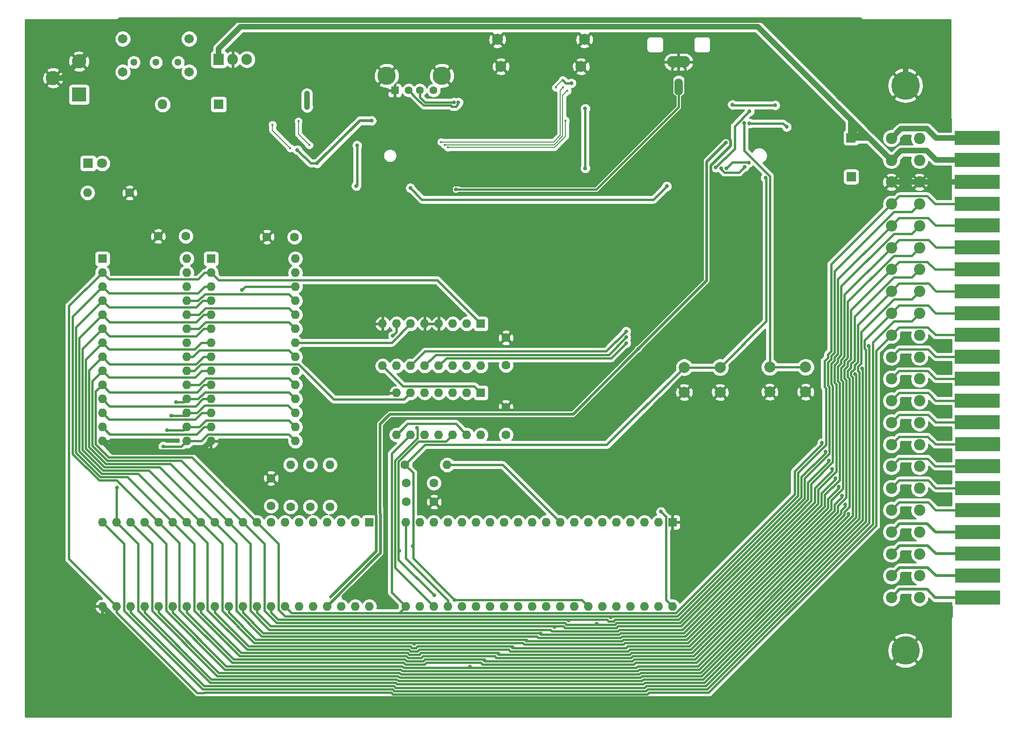
<source format=gbr>
%TF.GenerationSoftware,KiCad,Pcbnew,(5.1.9-0-10_14)*%
%TF.CreationDate,2021-03-05T15:55:50-05:00*%
%TF.ProjectId,Apple1_2layer,4170706c-6531-45f3-926c-617965722e6b,rev?*%
%TF.SameCoordinates,Original*%
%TF.FileFunction,Copper,L2,Bot*%
%TF.FilePolarity,Positive*%
%FSLAX46Y46*%
G04 Gerber Fmt 4.6, Leading zero omitted, Abs format (unit mm)*
G04 Created by KiCad (PCBNEW (5.1.9-0-10_14)) date 2021-03-05 15:55:50*
%MOMM*%
%LPD*%
G01*
G04 APERTURE LIST*
%TA.AperFunction,ComponentPad*%
%ADD10C,1.995000*%
%TD*%
%TA.AperFunction,ComponentPad*%
%ADD11C,1.408000*%
%TD*%
%TA.AperFunction,ComponentPad*%
%ADD12R,1.408000X1.408000*%
%TD*%
%TA.AperFunction,ComponentPad*%
%ADD13C,3.316000*%
%TD*%
%TA.AperFunction,ComponentPad*%
%ADD14C,2.000000*%
%TD*%
%TA.AperFunction,ComponentPad*%
%ADD15C,2.055000*%
%TD*%
%TA.AperFunction,ComponentPad*%
%ADD16C,5.175000*%
%TD*%
%TA.AperFunction,ComponentPad*%
%ADD17O,1.600000X1.600000*%
%TD*%
%TA.AperFunction,ComponentPad*%
%ADD18R,1.600000X1.600000*%
%TD*%
%TA.AperFunction,ComponentPad*%
%ADD19C,1.600000*%
%TD*%
%TA.AperFunction,ComponentPad*%
%ADD20R,1.800000X1.800000*%
%TD*%
%TA.AperFunction,ComponentPad*%
%ADD21O,1.800000X1.800000*%
%TD*%
%TA.AperFunction,ComponentPad*%
%ADD22C,1.800000*%
%TD*%
%TA.AperFunction,ComponentPad*%
%ADD23R,2.600000X2.600000*%
%TD*%
%TA.AperFunction,ComponentPad*%
%ADD24C,2.600000*%
%TD*%
%TA.AperFunction,SMDPad,CuDef*%
%ADD25R,8.130000X2.560000*%
%TD*%
%TA.AperFunction,ComponentPad*%
%ADD26R,1.700000X1.700000*%
%TD*%
%TA.AperFunction,ComponentPad*%
%ADD27O,4.200000X2.100000*%
%TD*%
%TA.AperFunction,ComponentPad*%
%ADD28O,1.550000X3.100000*%
%TD*%
%TA.AperFunction,ComponentPad*%
%ADD29C,1.300000*%
%TD*%
%TA.AperFunction,ComponentPad*%
%ADD30C,1.710000*%
%TD*%
%TA.AperFunction,ComponentPad*%
%ADD31O,1.905000X2.000000*%
%TD*%
%TA.AperFunction,ComponentPad*%
%ADD32R,1.905000X2.000000*%
%TD*%
%TA.AperFunction,ViaPad*%
%ADD33C,1.000000*%
%TD*%
%TA.AperFunction,ViaPad*%
%ADD34C,0.700000*%
%TD*%
%TA.AperFunction,ViaPad*%
%ADD35C,0.400000*%
%TD*%
%TA.AperFunction,Conductor*%
%ADD36C,1.000000*%
%TD*%
%TA.AperFunction,Conductor*%
%ADD37C,0.400000*%
%TD*%
%TA.AperFunction,Conductor*%
%ADD38C,0.550000*%
%TD*%
%TA.AperFunction,Conductor*%
%ADD39C,0.200000*%
%TD*%
%TA.AperFunction,Conductor*%
%ADD40C,0.254000*%
%TD*%
%TA.AperFunction,Conductor*%
%ADD41C,0.100000*%
%TD*%
G04 APERTURE END LIST*
D10*
%TO.P,J9,SH*%
%TO.N,GND*%
X183018000Y-35312000D03*
X168518000Y-35312000D03*
X183643000Y-30412000D03*
X167893000Y-30412000D03*
%TD*%
D11*
%TO.P,J6,1*%
%TO.N,+5V*%
X156337000Y-39624000D03*
%TO.P,J6,2*%
%TO.N,/RaspberryPi/USB_D-*%
X153837000Y-39624000D03*
%TO.P,J6,3*%
%TO.N,/RaspberryPi/USB_D+*%
X151837000Y-39624000D03*
D12*
%TO.P,J6,4*%
%TO.N,GND*%
X149337000Y-39624000D03*
D13*
%TO.P,J6,5*%
X157837000Y-36954000D03*
X147837000Y-36954000D03*
%TD*%
D14*
%TO.P,SW2,2*%
%TO.N,GND*%
X201676000Y-94289000D03*
%TO.P,SW2,1*%
%TO.N,/RESET*%
X201676000Y-89789000D03*
%TO.P,SW2,2*%
%TO.N,GND*%
X208176000Y-94289000D03*
%TO.P,SW2,1*%
%TO.N,/RESET*%
X208176000Y-89789000D03*
%TD*%
D15*
%TO.P,J3,1*%
%TO.N,/RF*%
X244246400Y-131470400D03*
%TO.P,J3,2*%
%TO.N,/PHI2O*%
X239166400Y-131470400D03*
%TO.P,J3,3*%
%TO.N,/RESET*%
X244246400Y-127510400D03*
%TO.P,J3,4*%
%TO.N,/SYNC*%
X239166400Y-127510400D03*
%TO.P,J3,5*%
%TO.N,/NMI*%
X244246400Y-123550400D03*
%TO.P,J3,6*%
%TO.N,/VMA*%
X239166400Y-123550400D03*
%TO.P,J3,7*%
%TO.N,/IQR*%
X244246400Y-119590400D03*
%TO.P,J3,8*%
%TO.N,/PHI1O*%
X239166400Y-119590400D03*
%TO.P,J3,9*%
%TO.N,/RDY*%
X244246400Y-115630400D03*
%TO.P,J3,10*%
%TO.N,/D7*%
X239166400Y-115630400D03*
%TO.P,J3,11*%
%TO.N,/D6*%
X244246400Y-111670400D03*
%TO.P,J3,12*%
%TO.N,/D5*%
X239166400Y-111670400D03*
%TO.P,J3,13*%
%TO.N,/D4*%
X244246400Y-107710400D03*
%TO.P,J3,14*%
%TO.N,/D3*%
X239166400Y-107710400D03*
%TO.P,J3,15*%
%TO.N,/D2*%
X244246400Y-103750400D03*
%TO.P,J3,16*%
%TO.N,/D1*%
X239166400Y-103750400D03*
%TO.P,J3,17*%
%TO.N,/D0*%
X244246400Y-99790400D03*
%TO.P,J3,18*%
%TO.N,/RW*%
X239166400Y-99790400D03*
%TO.P,J3,19*%
%TO.N,/DMA*%
X244246400Y-95830400D03*
%TO.P,J3,20*%
%TO.N,/$A000*%
X239166400Y-95830400D03*
%TO.P,J3,21*%
%TO.N,/$B000*%
X244246400Y-91870400D03*
%TO.P,J3,22*%
%TO.N,/PHI2*%
X239166400Y-91870400D03*
%TO.P,J3,23*%
%TO.N,/A15*%
X244246400Y-87910400D03*
%TO.P,J3,24*%
%TO.N,/A14*%
X239166400Y-87910400D03*
%TO.P,J3,25*%
%TO.N,/A13*%
X244246400Y-83950400D03*
%TO.P,J3,26*%
%TO.N,/A12*%
X239166400Y-83950400D03*
%TO.P,J3,27*%
%TO.N,/A11*%
X244246400Y-79990400D03*
%TO.P,J3,28*%
%TO.N,/A10*%
X239166400Y-79990400D03*
%TO.P,J3,29*%
%TO.N,/A9*%
X244246400Y-76030400D03*
%TO.P,J3,30*%
%TO.N,/A8*%
X239166400Y-76030400D03*
%TO.P,J3,31*%
%TO.N,/A7*%
X244246400Y-72070400D03*
%TO.P,J3,32*%
%TO.N,/A6*%
X239166400Y-72070400D03*
%TO.P,J3,33*%
%TO.N,/A5*%
X244246400Y-68110400D03*
%TO.P,J3,34*%
%TO.N,/A4*%
X239166400Y-68110400D03*
%TO.P,J3,35*%
%TO.N,/A3*%
X244246400Y-64150400D03*
%TO.P,J3,36*%
%TO.N,/A2*%
X239166400Y-64150400D03*
%TO.P,J3,37*%
%TO.N,/A1*%
X244246400Y-60190400D03*
%TO.P,J3,38*%
%TO.N,/A0*%
X239166400Y-60190400D03*
%TO.P,J3,39*%
%TO.N,GND*%
X244246400Y-56230400D03*
%TO.P,J3,40*%
X239166400Y-56230400D03*
%TO.P,J3,41*%
%TO.N,/$C000*%
X244246400Y-52270400D03*
%TO.P,J3,42*%
%TO.N,+12V*%
X239166400Y-52270400D03*
%TO.P,J3,43*%
%TO.N,+5V*%
X244246400Y-48310400D03*
%TO.P,J3,44*%
%TO.N,-12V*%
X239166400Y-48310400D03*
D16*
%TO.P,J3,MH1*%
%TO.N,GND*%
X241706400Y-141045400D03*
%TO.P,J3,MH2*%
X241706400Y-38735400D03*
%TD*%
D17*
%TO.P,U6,40*%
%TO.N,/STROBE*%
X199567800Y-133070600D03*
%TO.P,U6,20*%
%TO.N,+5V*%
X151307800Y-117830600D03*
%TO.P,U6,39*%
%TO.N,N/C*%
X197027800Y-133070600D03*
%TO.P,U6,19*%
%TO.N,/CB2*%
X153847800Y-117830600D03*
%TO.P,U6,38*%
%TO.N,N/C*%
X194487800Y-133070600D03*
%TO.P,U6,18*%
%TO.N,/RDA*%
X156387800Y-117830600D03*
%TO.P,U6,37*%
%TO.N,N/C*%
X191947800Y-133070600D03*
%TO.P,U6,17*%
%TO.N,/DA*%
X158927800Y-117830600D03*
%TO.P,U6,36*%
%TO.N,/A0*%
X189407800Y-133070600D03*
%TO.P,U6,16*%
%TO.N,/PB6*%
X161467800Y-117830600D03*
%TO.P,U6,35*%
%TO.N,/A1*%
X186867800Y-133070600D03*
%TO.P,U6,15*%
%TO.N,/PB5*%
X164007800Y-117830600D03*
%TO.P,U6,34*%
%TO.N,/RESET*%
X184327800Y-133070600D03*
%TO.P,U6,14*%
%TO.N,/PB4*%
X166547800Y-117830600D03*
%TO.P,U6,33*%
%TO.N,/D0*%
X181787800Y-133070600D03*
%TO.P,U6,13*%
%TO.N,/PB3*%
X169087800Y-117830600D03*
%TO.P,U6,32*%
%TO.N,/D1*%
X179247800Y-133070600D03*
%TO.P,U6,12*%
%TO.N,/PB2*%
X171627800Y-117830600D03*
%TO.P,U6,31*%
%TO.N,/D2*%
X176707800Y-133070600D03*
%TO.P,U6,11*%
%TO.N,/PB1*%
X174167800Y-117830600D03*
%TO.P,U6,30*%
%TO.N,/D3*%
X174167800Y-133070600D03*
%TO.P,U6,10*%
%TO.N,/PB0*%
X176707800Y-117830600D03*
%TO.P,U6,29*%
%TO.N,/D4*%
X171627800Y-133070600D03*
%TO.P,U6,9*%
%TO.N,+5V*%
X179247800Y-117830600D03*
%TO.P,U6,28*%
%TO.N,/D5*%
X169087800Y-133070600D03*
%TO.P,U6,8*%
%TO.N,/PA6*%
X181787800Y-117830600D03*
%TO.P,U6,27*%
%TO.N,/D6*%
X166547800Y-133070600D03*
%TO.P,U6,7*%
%TO.N,/PA5*%
X184327800Y-117830600D03*
%TO.P,U6,26*%
%TO.N,/D7*%
X164007800Y-133070600D03*
%TO.P,U6,6*%
%TO.N,/PA4*%
X186867800Y-117830600D03*
%TO.P,U6,25*%
%TO.N,/PHI2O*%
X161467800Y-133070600D03*
%TO.P,U6,5*%
%TO.N,/PA3*%
X189407800Y-117830600D03*
%TO.P,U6,24*%
%TO.N,+5V*%
X158927800Y-133070600D03*
%TO.P,U6,4*%
%TO.N,/PA2*%
X191947800Y-117830600D03*
%TO.P,U6,23*%
%TO.N,/$D000*%
X156387800Y-133070600D03*
%TO.P,U6,3*%
%TO.N,/PA1*%
X194487800Y-117830600D03*
%TO.P,U6,22*%
%TO.N,/A4*%
X153847800Y-133070600D03*
%TO.P,U6,2*%
%TO.N,/PA0*%
X197027800Y-117830600D03*
%TO.P,U6,21*%
%TO.N,/RW*%
X151307800Y-133070600D03*
D18*
%TO.P,U6,1*%
%TO.N,GND*%
X199567800Y-117830600D03*
%TD*%
D19*
%TO.P,C4,2*%
%TO.N,+5V*%
X151387800Y-110718600D03*
%TO.P,C4,1*%
%TO.N,/CB2*%
X156387800Y-110718600D03*
%TD*%
%TO.P,C5,1*%
%TO.N,+5V*%
X111506000Y-66040000D03*
%TO.P,C5,2*%
%TO.N,GND*%
X106506000Y-66040000D03*
%TD*%
%TO.P,C6,2*%
%TO.N,GND*%
X169418000Y-96981000D03*
%TO.P,C6,1*%
%TO.N,+5V*%
X169418000Y-101981000D03*
%TD*%
%TO.P,C7,1*%
%TO.N,+5V*%
X131191000Y-66167000D03*
%TO.P,C7,2*%
%TO.N,GND*%
X126191000Y-66167000D03*
%TD*%
%TO.P,C8,1*%
%TO.N,+5V*%
X151434800Y-114147600D03*
%TO.P,C8,2*%
%TO.N,GND*%
X156434800Y-114147600D03*
%TD*%
%TO.P,C9,2*%
%TO.N,GND*%
X169418000Y-84408000D03*
%TO.P,C9,1*%
%TO.N,+5V*%
X169418000Y-89408000D03*
%TD*%
D20*
%TO.P,D1,1*%
%TO.N,+12V*%
X117475000Y-42164000D03*
D21*
%TO.P,D1,2*%
%TO.N,Net-(D1-Pad2)*%
X107315000Y-42164000D03*
%TD*%
D20*
%TO.P,D2,1*%
%TO.N,Net-(D2-Pad1)*%
X93853000Y-52832000D03*
D22*
%TO.P,D2,2*%
%TO.N,+5V*%
X96393000Y-52832000D03*
%TD*%
D17*
%TO.P,R1,2*%
%TO.N,+5V*%
X137566400Y-107391200D03*
D19*
%TO.P,R1,1*%
%TO.N,/RDY*%
X137566400Y-115011200D03*
%TD*%
%TO.P,R2,1*%
%TO.N,/IQR*%
X134010400Y-115011200D03*
D17*
%TO.P,R2,2*%
%TO.N,+5V*%
X134010400Y-107391200D03*
%TD*%
D19*
%TO.P,R3,1*%
%TO.N,/NMI*%
X130454400Y-115011200D03*
D17*
%TO.P,R3,2*%
%TO.N,+5V*%
X130454400Y-107391200D03*
%TD*%
%TO.P,R4,2*%
%TO.N,+5V*%
X158800800Y-107442000D03*
D19*
%TO.P,R4,1*%
%TO.N,/RESET*%
X151180800Y-107442000D03*
%TD*%
%TO.P,R5,1*%
%TO.N,GND*%
X101346000Y-58166000D03*
D17*
%TO.P,R5,2*%
%TO.N,Net-(D2-Pad1)*%
X93726000Y-58166000D03*
%TD*%
D19*
%TO.P,C10,1*%
%TO.N,+5V*%
X126949200Y-114858800D03*
%TO.P,C10,2*%
%TO.N,GND*%
X126949200Y-109858800D03*
%TD*%
D23*
%TO.P,J1,1*%
%TO.N,Net-(J1-Pad1)*%
X92202000Y-40386000D03*
D24*
%TO.P,J1,2*%
%TO.N,GND*%
X92202000Y-34386000D03*
%TO.P,J1,3*%
X87502000Y-37386000D03*
%TD*%
D25*
%TO.P,J2,2*%
%TO.N,/PHI2O*%
X254736600Y-131470400D03*
%TO.P,J2,4*%
%TO.N,/SYNC*%
X254736600Y-127508000D03*
%TO.P,J2,8*%
%TO.N,/PHI1O*%
X254736600Y-119583200D03*
%TO.P,J2,6*%
%TO.N,/VMA*%
X254736600Y-123520200D03*
%TO.P,J2,12*%
%TO.N,/D5*%
X254736600Y-111633000D03*
%TO.P,J2,14*%
%TO.N,/D3*%
X254736600Y-107696000D03*
%TO.P,J2,10*%
%TO.N,/D7*%
X254736600Y-115620800D03*
%TO.P,J2,16*%
%TO.N,/D1*%
X254736600Y-103733600D03*
%TO.P,J2,20*%
%TO.N,/$A000*%
X254711200Y-95808800D03*
%TO.P,J2,18*%
%TO.N,/RW*%
X254711200Y-99745800D03*
%TO.P,J2,28*%
%TO.N,/A10*%
X254711200Y-79959200D03*
%TO.P,J2,32*%
%TO.N,/A6*%
X254685800Y-72034400D03*
%TO.P,J2,30*%
%TO.N,/A8*%
X254685800Y-75971400D03*
%TO.P,J2,24*%
%TO.N,/A14*%
X254711200Y-87858600D03*
%TO.P,J2,26*%
%TO.N,/A12*%
X254711200Y-83921600D03*
%TO.P,J2,36*%
%TO.N,/A2*%
X254685800Y-64084200D03*
%TO.P,J2,38*%
%TO.N,/A0*%
X254685800Y-60147200D03*
%TO.P,J2,34*%
%TO.N,/A4*%
X254685800Y-68072000D03*
%TO.P,J2,22*%
%TO.N,/PHI2*%
X254711200Y-91846400D03*
%TO.P,J2,40*%
%TO.N,GND*%
X254685800Y-56184800D03*
%TO.P,J2,44*%
%TO.N,-12V*%
X254660400Y-48260000D03*
%TO.P,J2,42*%
%TO.N,+12V*%
X254685800Y-52197000D03*
%TD*%
D26*
%TO.P,J4,1*%
%TO.N,+12V*%
X231851200Y-48209200D03*
%TD*%
%TO.P,J5,1*%
%TO.N,-12V*%
X231902000Y-55270400D03*
%TD*%
D27*
%TO.P,J7,1*%
%TO.N,GND*%
X200660000Y-34480000D03*
D28*
%TO.P,J7,2*%
%TO.N,/RaspberryPi/TVDAC*%
X200660000Y-38980000D03*
%TD*%
D29*
%TO.P,SW1,1*%
%TO.N,Net-(D1-Pad2)*%
X110109000Y-34544000D03*
%TO.P,SW1,2*%
%TO.N,Net-(J1-Pad1)*%
X106109000Y-34544000D03*
%TO.P,SW1,3*%
%TO.N,N/C*%
X102109000Y-34544000D03*
D30*
%TO.P,SW1,MH1*%
X112109000Y-30294000D03*
%TO.P,SW1,MH2*%
X112109000Y-36294000D03*
%TO.P,SW1,MH3*%
X100109000Y-36294000D03*
%TO.P,SW1,MH4*%
X100109000Y-30294000D03*
%TD*%
D14*
%TO.P,SW3,2*%
%TO.N,/RaspberryPi/CLEAR*%
X223647000Y-89734000D03*
%TO.P,SW3,1*%
%TO.N,GND*%
X223647000Y-94234000D03*
%TO.P,SW3,2*%
%TO.N,/RaspberryPi/CLEAR*%
X217147000Y-89734000D03*
%TO.P,SW3,1*%
%TO.N,GND*%
X217147000Y-94234000D03*
%TD*%
D18*
%TO.P,U1,1*%
%TO.N,/A12*%
X164896800Y-81889600D03*
D17*
%TO.P,U1,9*%
%TO.N,/$E000*%
X147116800Y-89509600D03*
%TO.P,U1,2*%
%TO.N,/A13*%
X162356800Y-81889600D03*
%TO.P,U1,10*%
%TO.N,/$D000*%
X149656800Y-89509600D03*
%TO.P,U1,3*%
%TO.N,/A14*%
X159816800Y-81889600D03*
%TO.P,U1,11*%
%TO.N,/$C000*%
X152196800Y-89509600D03*
%TO.P,U1,4*%
%TO.N,GND*%
X157276800Y-81889600D03*
%TO.P,U1,12*%
%TO.N,/$B000*%
X154736800Y-89509600D03*
%TO.P,U1,5*%
%TO.N,GND*%
X154736800Y-81889600D03*
%TO.P,U1,13*%
%TO.N,/$A000*%
X157276800Y-89509600D03*
%TO.P,U1,6*%
%TO.N,/A15*%
X152196800Y-81889600D03*
%TO.P,U1,14*%
%TO.N,N/C*%
X159816800Y-89509600D03*
%TO.P,U1,7*%
%TO.N,/$F000*%
X149656800Y-81889600D03*
%TO.P,U1,15*%
%TO.N,N/C*%
X162356800Y-89509600D03*
%TO.P,U1,8*%
%TO.N,GND*%
X147116800Y-81889600D03*
%TO.P,U1,16*%
%TO.N,+5V*%
X164896800Y-89509600D03*
%TD*%
D18*
%TO.P,U2,1*%
%TO.N,/A14*%
X116078000Y-70104000D03*
D17*
%TO.P,U2,15*%
%TO.N,/D3*%
X131318000Y-103124000D03*
%TO.P,U2,2*%
%TO.N,/A12*%
X116078000Y-72644000D03*
%TO.P,U2,16*%
%TO.N,/D4*%
X131318000Y-100584000D03*
%TO.P,U2,3*%
%TO.N,/A7*%
X116078000Y-75184000D03*
%TO.P,U2,17*%
%TO.N,/D5*%
X131318000Y-98044000D03*
%TO.P,U2,4*%
%TO.N,/A6*%
X116078000Y-77724000D03*
%TO.P,U2,18*%
%TO.N,/D6*%
X131318000Y-95504000D03*
%TO.P,U2,5*%
%TO.N,/A5*%
X116078000Y-80264000D03*
%TO.P,U2,19*%
%TO.N,/D7*%
X131318000Y-92964000D03*
%TO.P,U2,6*%
%TO.N,/A4*%
X116078000Y-82804000D03*
%TO.P,U2,20*%
%TO.N,/A15*%
X131318000Y-90424000D03*
%TO.P,U2,7*%
%TO.N,/A3*%
X116078000Y-85344000D03*
%TO.P,U2,21*%
%TO.N,/A10*%
X131318000Y-87884000D03*
%TO.P,U2,8*%
%TO.N,/A2*%
X116078000Y-87884000D03*
%TO.P,U2,22*%
%TO.N,/A15*%
X131318000Y-85344000D03*
%TO.P,U2,9*%
%TO.N,/A1*%
X116078000Y-90424000D03*
%TO.P,U2,23*%
%TO.N,/A11*%
X131318000Y-82804000D03*
%TO.P,U2,10*%
%TO.N,/A0*%
X116078000Y-92964000D03*
%TO.P,U2,24*%
%TO.N,/A9*%
X131318000Y-80264000D03*
%TO.P,U2,11*%
%TO.N,/D0*%
X116078000Y-95504000D03*
%TO.P,U2,25*%
%TO.N,/A8*%
X131318000Y-77724000D03*
%TO.P,U2,12*%
%TO.N,/D1*%
X116078000Y-98044000D03*
%TO.P,U2,26*%
%TO.N,/A13*%
X131318000Y-75184000D03*
%TO.P,U2,13*%
%TO.N,/D2*%
X116078000Y-100584000D03*
%TO.P,U2,27*%
%TO.N,/WE*%
X131318000Y-72644000D03*
%TO.P,U2,14*%
%TO.N,GND*%
X116078000Y-103124000D03*
%TO.P,U2,28*%
%TO.N,+5V*%
X131318000Y-70104000D03*
%TD*%
D18*
%TO.P,U3,1*%
%TO.N,N/C*%
X144703800Y-117830600D03*
D17*
%TO.P,U3,21*%
%TO.N,GND*%
X96443800Y-133070600D03*
%TO.P,U3,2*%
%TO.N,/RDY*%
X142163800Y-117830600D03*
%TO.P,U3,22*%
%TO.N,/A12*%
X98983800Y-133070600D03*
%TO.P,U3,3*%
%TO.N,/PHI1O*%
X139623800Y-117830600D03*
%TO.P,U3,23*%
%TO.N,/A13*%
X101523800Y-133070600D03*
%TO.P,U3,4*%
%TO.N,/IQR*%
X137083800Y-117830600D03*
%TO.P,U3,24*%
%TO.N,/A14*%
X104063800Y-133070600D03*
%TO.P,U3,5*%
%TO.N,N/C*%
X134543800Y-117830600D03*
%TO.P,U3,25*%
%TO.N,/A15*%
X106603800Y-133070600D03*
%TO.P,U3,6*%
%TO.N,/NMI*%
X132003800Y-117830600D03*
%TO.P,U3,26*%
%TO.N,/D7*%
X109143800Y-133070600D03*
%TO.P,U3,7*%
%TO.N,/SYNC*%
X129463800Y-117830600D03*
%TO.P,U3,27*%
%TO.N,/D6*%
X111683800Y-133070600D03*
%TO.P,U3,8*%
%TO.N,+5V*%
X126923800Y-117830600D03*
%TO.P,U3,28*%
%TO.N,/D5*%
X114223800Y-133070600D03*
%TO.P,U3,9*%
%TO.N,/A0*%
X124383800Y-117830600D03*
%TO.P,U3,29*%
%TO.N,/D4*%
X116763800Y-133070600D03*
%TO.P,U3,10*%
%TO.N,/A1*%
X121843800Y-117830600D03*
%TO.P,U3,30*%
%TO.N,/D3*%
X119303800Y-133070600D03*
%TO.P,U3,11*%
%TO.N,/A2*%
X119303800Y-117830600D03*
%TO.P,U3,31*%
%TO.N,/D2*%
X121843800Y-133070600D03*
%TO.P,U3,12*%
%TO.N,/A3*%
X116763800Y-117830600D03*
%TO.P,U3,32*%
%TO.N,/D1*%
X124383800Y-133070600D03*
%TO.P,U3,13*%
%TO.N,/A4*%
X114223800Y-117830600D03*
%TO.P,U3,33*%
%TO.N,/D0*%
X126923800Y-133070600D03*
%TO.P,U3,14*%
%TO.N,/A5*%
X111683800Y-117830600D03*
%TO.P,U3,34*%
%TO.N,/RW*%
X129463800Y-133070600D03*
%TO.P,U3,15*%
%TO.N,/A6*%
X109143800Y-117830600D03*
%TO.P,U3,35*%
%TO.N,N/C*%
X132003800Y-133070600D03*
%TO.P,U3,16*%
%TO.N,/A7*%
X106603800Y-117830600D03*
%TO.P,U3,36*%
%TO.N,+5V*%
X134543800Y-133070600D03*
%TO.P,U3,17*%
%TO.N,/A8*%
X104063800Y-117830600D03*
%TO.P,U3,37*%
%TO.N,/PHI2*%
X137083800Y-133070600D03*
%TO.P,U3,18*%
%TO.N,/A9*%
X101523800Y-117830600D03*
%TO.P,U3,38*%
%TO.N,N/C*%
X139623800Y-133070600D03*
%TO.P,U3,19*%
%TO.N,/A10*%
X98983800Y-117830600D03*
%TO.P,U3,39*%
%TO.N,/PHI2O*%
X142163800Y-133070600D03*
%TO.P,U3,20*%
%TO.N,/A11*%
X96443800Y-117830600D03*
%TO.P,U3,40*%
%TO.N,/RESET*%
X144703800Y-133070600D03*
%TD*%
D18*
%TO.P,U4,1*%
%TO.N,/$E000*%
X164896800Y-94386400D03*
D17*
%TO.P,U4,8*%
%TO.N,Net-(U4-Pad13)*%
X149656800Y-102006400D03*
%TO.P,U4,2*%
%TO.N,/$F000*%
X162356800Y-94386400D03*
%TO.P,U4,9*%
%TO.N,/RW*%
X152196800Y-102006400D03*
%TO.P,U4,3*%
%TO.N,Net-(U4-Pad3)*%
X159816800Y-94386400D03*
%TO.P,U4,10*%
%TO.N,/RW*%
X154736800Y-102006400D03*
%TO.P,U4,4*%
%TO.N,Net-(U4-Pad3)*%
X157276800Y-94386400D03*
%TO.P,U4,11*%
%TO.N,/WE*%
X157276800Y-102006400D03*
%TO.P,U4,5*%
%TO.N,Net-(U4-Pad3)*%
X154736800Y-94386400D03*
%TO.P,U4,12*%
%TO.N,/PHI2O*%
X159816800Y-102006400D03*
%TO.P,U4,6*%
%TO.N,Net-(U4-Pad6)*%
X152196800Y-94386400D03*
%TO.P,U4,13*%
%TO.N,Net-(U4-Pad13)*%
X162356800Y-102006400D03*
%TO.P,U4,7*%
%TO.N,GND*%
X149656800Y-94386400D03*
%TO.P,U4,14*%
%TO.N,+5V*%
X164896800Y-102006400D03*
%TD*%
D31*
%TO.P,U7,3*%
%TO.N,+5V*%
X122555000Y-34036000D03*
%TO.P,U7,2*%
%TO.N,GND*%
X120015000Y-34036000D03*
D32*
%TO.P,U7,1*%
%TO.N,+12V*%
X117475000Y-34036000D03*
%TD*%
D17*
%TO.P,U8,28*%
%TO.N,+5V*%
X111658400Y-70104000D03*
%TO.P,U8,14*%
%TO.N,GND*%
X96418400Y-103124000D03*
%TO.P,U8,27*%
%TO.N,+5V*%
X111658400Y-72644000D03*
%TO.P,U8,13*%
%TO.N,/D2*%
X96418400Y-100584000D03*
%TO.P,U8,26*%
%TO.N,N/C*%
X111658400Y-75184000D03*
%TO.P,U8,12*%
%TO.N,/D1*%
X96418400Y-98044000D03*
%TO.P,U8,25*%
%TO.N,/A8*%
X111658400Y-77724000D03*
%TO.P,U8,11*%
%TO.N,/D0*%
X96418400Y-95504000D03*
%TO.P,U8,24*%
%TO.N,/A9*%
X111658400Y-80264000D03*
%TO.P,U8,10*%
%TO.N,/A0*%
X96418400Y-92964000D03*
%TO.P,U8,23*%
%TO.N,/A11*%
X111658400Y-82804000D03*
%TO.P,U8,9*%
%TO.N,/A1*%
X96418400Y-90424000D03*
%TO.P,U8,22*%
%TO.N,Net-(U4-Pad6)*%
X111658400Y-85344000D03*
%TO.P,U8,8*%
%TO.N,/A2*%
X96418400Y-87884000D03*
%TO.P,U8,21*%
%TO.N,/A10*%
X111658400Y-87884000D03*
%TO.P,U8,7*%
%TO.N,/A3*%
X96418400Y-85344000D03*
%TO.P,U8,20*%
%TO.N,Net-(U4-Pad6)*%
X111658400Y-90424000D03*
%TO.P,U8,6*%
%TO.N,/A4*%
X96418400Y-82804000D03*
%TO.P,U8,19*%
%TO.N,/D7*%
X111658400Y-92964000D03*
%TO.P,U8,5*%
%TO.N,/A5*%
X96418400Y-80264000D03*
%TO.P,U8,18*%
%TO.N,/D6*%
X111658400Y-95504000D03*
%TO.P,U8,4*%
%TO.N,/A6*%
X96418400Y-77724000D03*
%TO.P,U8,17*%
%TO.N,/D5*%
X111658400Y-98044000D03*
%TO.P,U8,3*%
%TO.N,/A7*%
X96418400Y-75184000D03*
%TO.P,U8,16*%
%TO.N,/D4*%
X111658400Y-100584000D03*
%TO.P,U8,2*%
%TO.N,/A12*%
X96418400Y-72644000D03*
%TO.P,U8,15*%
%TO.N,/D3*%
X111658400Y-103124000D03*
D18*
%TO.P,U8,1*%
%TO.N,N/C*%
X96418400Y-70104000D03*
%TD*%
D33*
%TO.N,+5V*%
X133413500Y-40228500D03*
X133477000Y-42628500D03*
D34*
%TO.N,GND*%
X181102000Y-67437000D03*
X185166000Y-67437000D03*
X183134000Y-67437000D03*
X187198000Y-67437000D03*
X189230000Y-67437000D03*
X191262000Y-67437000D03*
X193294000Y-67437000D03*
X195326000Y-67437000D03*
X197104000Y-67437000D03*
X204470000Y-62738000D03*
X151511000Y-49022000D03*
X154264000Y-49022000D03*
X155829000Y-49149000D03*
X151384000Y-53721000D03*
X154051000Y-53721000D03*
X155788999Y-53594000D03*
D35*
X128587500Y-46228000D03*
D33*
X139319000Y-46418500D03*
D35*
X180543200Y-41097200D03*
D34*
X209905600Y-44704000D03*
%TO.N,+3V3*%
X142494000Y-49593500D03*
X142347002Y-56938999D03*
X198526142Y-56997858D03*
X152146000Y-57302400D03*
X218139010Y-42316400D03*
X210417315Y-42218515D03*
%TO.N,+1V8*%
X135255000Y-52832000D03*
X145136011Y-45109989D03*
X131689010Y-50419000D03*
D35*
%TO.N,+5VA*%
X179705000Y-37719000D03*
X178471946Y-39098054D03*
D34*
X181263422Y-38319578D03*
%TO.N,/RaspberryPi/USB_D-*%
X160004000Y-41800000D03*
%TO.N,/RaspberryPi/USB_D+*%
X160824000Y-41800000D03*
%TO.N,/RaspberryPi/TVDAC*%
X160337500Y-57531000D03*
%TO.N,/RaspberryPi/SDX_D2*%
X207364000Y-53594000D03*
X213487000Y-43434000D03*
%TO.N,/RaspberryPi/SDX_D1*%
X208407000Y-53721000D03*
X212598000Y-53467000D03*
%TO.N,/RaspberryPi/SDX_D0*%
X209307003Y-53721000D03*
X213360000Y-52705000D03*
D35*
%TO.N,/RaspberryPi/HDMI_SCL*%
X157700000Y-48970000D03*
X179795496Y-39076592D03*
%TO.N,/RaspberryPi/HDMI_SDA*%
X158315000Y-49470000D03*
X180555100Y-39691716D03*
D34*
%TO.N,/PHI2O*%
X156447914Y-131069815D03*
X150130789Y-122967601D03*
%TO.N,/RESET*%
X160121600Y-131876800D03*
X152603200Y-122180638D03*
X216394468Y-55476132D03*
%TO.N,/D7*%
X162915600Y-144020751D03*
X231422330Y-116333077D03*
%TO.N,/D6*%
X109708399Y-96093999D03*
X165557200Y-142820731D03*
X230822320Y-114600958D03*
%TO.N,/D5*%
X108926500Y-98494001D03*
X168046400Y-141620711D03*
X230222310Y-113030000D03*
%TO.N,/D4*%
X108176500Y-101173999D03*
X170586400Y-140420691D03*
X229622300Y-111435023D03*
%TO.N,/D3*%
X107426500Y-104089200D03*
X173126400Y-139220671D03*
X229014275Y-109872385D03*
%TO.N,/D2*%
X175666400Y-138020651D03*
X228422280Y-108210798D03*
%TO.N,/D1*%
X178206400Y-136820631D03*
X227822270Y-106626807D03*
%TO.N,/D0*%
X180746400Y-135620611D03*
X227222260Y-105052205D03*
%TO.N,/RW*%
X226622250Y-103456900D03*
%TO.N,/$A000*%
X191177160Y-85394800D03*
%TO.N,/$B000*%
X191177954Y-84328794D03*
%TO.N,/PHI2*%
X209233773Y-49050898D03*
X193391827Y-86457827D03*
%TO.N,/A15*%
X232619628Y-90985522D03*
%TO.N,/A14*%
X233822370Y-90017600D03*
%TO.N,/A13*%
X121668410Y-75773999D03*
X235022390Y-85953600D03*
%TO.N,/A10*%
X99058256Y-111564682D03*
%TO.N,/A4*%
X152806400Y-139820681D03*
%TO.N,/A1*%
X185877200Y-136220621D03*
%TO.N,/A0*%
X188366400Y-135020601D03*
%TO.N,/$C000*%
X191177160Y-83268926D03*
D35*
%TO.N,/RaspberryPi/HDMI_CEC*%
X180213000Y-45085000D03*
X158931542Y-49970000D03*
D34*
%TO.N,/RaspberryPi/HDMI_HPD_N*%
X183769000Y-53721000D03*
X183769000Y-42926000D03*
%TO.N,/RaspberryPi/CLEAR*%
X212506668Y-45512671D03*
%TO.N,/STROBE*%
X197459600Y-115925600D03*
%TO.N,/$D000*%
X153314400Y-100736400D03*
%TO.N,/$F000*%
X148981009Y-84044729D03*
%TO.N,Net-(R15-Pad1)*%
X213487000Y-45593000D03*
X220218000Y-46228000D03*
D35*
%TO.N,Net-(L1-Pad1)*%
X127190500Y-45847000D03*
X130429000Y-50101500D03*
%TO.N,Net-(L2-Pad1)*%
X133858000Y-49530000D03*
X131889500Y-45212000D03*
%TD*%
D36*
%TO.N,+5V*%
X133413500Y-42565000D02*
X133477000Y-42628500D01*
X133413500Y-40228500D02*
X133413500Y-42565000D01*
D37*
X151307800Y-117830600D02*
X151307800Y-123592272D01*
X151307800Y-124319230D02*
X151307800Y-117830600D01*
X158927800Y-131939230D02*
X151307800Y-124319230D01*
X158927800Y-133070600D02*
X158927800Y-131939230D01*
X168859200Y-107442000D02*
X158800800Y-107442000D01*
X179247800Y-117830600D02*
X168859200Y-107442000D01*
%TO.N,GND*%
X154178000Y-53594000D02*
X154051000Y-53721000D01*
X155788999Y-53594000D02*
X154178000Y-53594000D01*
X154391000Y-49149000D02*
X154264000Y-49022000D01*
X155829000Y-49149000D02*
X154391000Y-49149000D01*
X154051000Y-53721000D02*
X151384000Y-53721000D01*
X154264000Y-49022000D02*
X151511000Y-49022000D01*
D38*
X205001980Y-62206020D02*
X204470000Y-62738000D01*
X205001980Y-52061689D02*
X205001980Y-62206020D01*
X208837772Y-48225897D02*
X205001980Y-52061689D01*
X210058774Y-48654897D02*
X209629774Y-48225897D01*
X206502000Y-53234998D02*
X210058774Y-49678224D01*
X209629774Y-48225897D02*
X208837772Y-48225897D01*
X210058774Y-49678224D02*
X210058774Y-48654897D01*
X205001980Y-62206020D02*
X205001980Y-73787000D01*
X206502000Y-54991000D02*
X206502000Y-54610000D01*
X206502000Y-54610000D02*
X206502000Y-53234998D01*
D37*
X186049533Y-58131009D02*
X160847492Y-58131010D01*
X201260010Y-42920532D02*
X186049533Y-58131009D01*
X201260010Y-40816705D02*
X201260010Y-42920532D01*
X161290000Y-56930990D02*
X185552468Y-56930990D01*
X200059990Y-42423468D02*
X200059990Y-40816705D01*
X185552468Y-56930990D02*
X200059990Y-42423468D01*
X199484990Y-35655010D02*
X200660000Y-34480000D01*
X199484990Y-40241705D02*
X199484990Y-35655010D01*
X200059990Y-40816705D02*
X199484990Y-40241705D01*
X201835010Y-35655010D02*
X200660000Y-34480000D01*
X201835010Y-40241705D02*
X201835010Y-35655010D01*
X201260010Y-40816705D02*
X201835010Y-40241705D01*
D36*
X114062799Y-105139201D02*
X116078000Y-103124000D01*
X98408201Y-105139201D02*
X114062799Y-105139201D01*
X98408201Y-105113801D02*
X96418400Y-103124000D01*
X98408201Y-105139201D02*
X98408201Y-105113801D01*
D37*
X205001980Y-73787000D02*
X205001980Y-73893066D01*
D36*
X89202000Y-37386000D02*
X92202000Y-34386000D01*
X87502000Y-37386000D02*
X89202000Y-37386000D01*
X92202000Y-34386000D02*
X93501999Y-33086001D01*
X99700990Y-26887010D02*
X92202000Y-34386000D01*
D37*
X159587499Y-57170999D02*
X159587499Y-57891001D01*
X159977499Y-56780999D02*
X159587499Y-57170999D01*
X161140009Y-56780999D02*
X159977499Y-56780999D01*
X161290000Y-56930990D02*
X161140009Y-56780999D01*
X159977499Y-58281001D02*
X160697501Y-58281001D01*
X160697501Y-58281001D02*
X160847492Y-58131010D01*
X159587499Y-57891001D02*
X159977499Y-58281001D01*
D36*
X96443800Y-133070600D02*
X113244023Y-149870823D01*
X232880977Y-149870823D02*
X230722777Y-149870823D01*
X241706400Y-141045400D02*
X232880977Y-149870823D01*
X113244023Y-149870823D02*
X230722777Y-149870823D01*
X239212000Y-56184800D02*
X239166400Y-56230400D01*
X254685800Y-56184800D02*
X239212000Y-56184800D01*
X229858010Y-26887010D02*
X228128990Y-26887010D01*
X228128990Y-26887010D02*
X99700990Y-26887010D01*
X241706400Y-38735400D02*
X241706400Y-35153600D01*
X241706400Y-35153600D02*
X233439810Y-26887010D01*
X233439810Y-26887010D02*
X232396190Y-26887010D01*
X232396190Y-26887010D02*
X228128990Y-26887010D01*
D38*
X206501999Y-74408329D02*
X206502000Y-54610000D01*
X194259200Y-86811456D02*
X194259200Y-86651128D01*
X193627500Y-87282828D02*
X193787828Y-87282828D01*
X181904317Y-99006011D02*
X193627500Y-87282828D01*
X148774986Y-99006011D02*
X181904317Y-99006011D01*
X194259200Y-86651128D02*
X206501999Y-74408329D01*
X147478821Y-115119221D02*
X147428021Y-115068421D01*
X147781789Y-99999208D02*
X148774986Y-99006011D01*
X193787828Y-87282828D02*
X194259200Y-86811456D01*
X147428021Y-100374379D02*
X147781789Y-100020611D01*
X147478821Y-123736253D02*
X147478821Y-115119221D01*
X147428021Y-115068421D02*
X147428021Y-100374379D01*
X147781789Y-100020611D02*
X147781789Y-99999208D01*
X139900137Y-131314937D02*
X147478821Y-123736253D01*
X193156154Y-85632826D02*
X205001980Y-73787000D01*
X192995826Y-85632826D02*
X193156154Y-85632826D01*
X181282989Y-97505991D02*
X192566826Y-86222154D01*
X148153658Y-97505991D02*
X181282989Y-97505991D01*
X192566826Y-86061826D02*
X192995826Y-85632826D01*
X145978801Y-116650599D02*
X145928001Y-116599799D01*
X145928001Y-99731648D02*
X148153658Y-97505991D01*
X145978801Y-123114925D02*
X145978801Y-116650599D01*
X145928001Y-116599799D02*
X145928001Y-99731648D01*
X192566826Y-86222154D02*
X192566826Y-86061826D01*
X137696463Y-131397263D02*
X145978801Y-123114925D01*
D37*
%TO.N,+3V3*%
X142494000Y-56792001D02*
X142347002Y-56938999D01*
X142494000Y-49593500D02*
X142494000Y-56792001D01*
X154228800Y-59385200D02*
X196138800Y-59385200D01*
X196792982Y-58731018D02*
X198526142Y-56997858D01*
X196138800Y-59385200D02*
X196792982Y-58731018D01*
X152146000Y-57302400D02*
X154228800Y-59385200D01*
X210515200Y-42316400D02*
X210417315Y-42218515D01*
X218139010Y-42316400D02*
X210515200Y-42316400D01*
D36*
%TO.N,+12V*%
X117475000Y-32036000D02*
X121423980Y-28087020D01*
X117475000Y-34036000D02*
X117475000Y-32036000D01*
X254685800Y-52197000D02*
X247218200Y-52197000D01*
X245564099Y-50542899D02*
X240893901Y-50542899D01*
X240893901Y-50542899D02*
X239166400Y-52270400D01*
X247218200Y-52197000D02*
X245564099Y-50542899D01*
X235105200Y-48209200D02*
X239166400Y-52270400D01*
X231851200Y-48209200D02*
X235105200Y-48209200D01*
X235105200Y-48209200D02*
X235102400Y-48209200D01*
X214980220Y-28087020D02*
X214116620Y-28087020D01*
X121423980Y-28087020D02*
X214116620Y-28087020D01*
X231851200Y-44958000D02*
X231343200Y-44450000D01*
X231851200Y-48209200D02*
X231851200Y-44958000D01*
X231343200Y-44450000D02*
X214980220Y-28087020D01*
X231851200Y-48209200D02*
X232714800Y-48209200D01*
X232714800Y-48209200D02*
X233908600Y-47015400D01*
X235102400Y-48209200D02*
X233908600Y-47015400D01*
X231851200Y-47650400D02*
X233197400Y-46304200D01*
X231851200Y-48209200D02*
X231851200Y-47650400D01*
X233908600Y-47015400D02*
X233197400Y-46304200D01*
X231851200Y-46583600D02*
X232664000Y-45770800D01*
X231851200Y-48209200D02*
X231851200Y-46583600D01*
X232664000Y-45770800D02*
X231343200Y-44450000D01*
X233197400Y-46304200D02*
X232664000Y-45770800D01*
D37*
%TO.N,+1V8*%
X135255000Y-52832000D02*
X134112000Y-52832000D01*
D38*
X142977011Y-45109989D02*
X135255000Y-52832000D01*
X145136011Y-45109989D02*
X142977011Y-45109989D01*
D37*
X134102010Y-52832000D02*
X131689010Y-50419000D01*
X134112000Y-52832000D02*
X134102010Y-52832000D01*
D39*
%TO.N,+5VA*%
X178471946Y-38952054D02*
X179705000Y-37719000D01*
X178471946Y-39098054D02*
X178471946Y-38952054D01*
D37*
X180305578Y-38319578D02*
X179705000Y-37719000D01*
X181263422Y-38319578D02*
X180305578Y-38319578D01*
%TO.N,/RaspberryPi/USB_D-*%
X154748392Y-41800000D02*
X153837000Y-40888608D01*
X153837000Y-40888608D02*
X153837000Y-39624000D01*
X160004000Y-41800000D02*
X154748392Y-41800000D01*
%TO.N,/RaspberryPi/USB_D+*%
X153469305Y-41256305D02*
X151837000Y-39624000D01*
X154533000Y-42320000D02*
X153469305Y-41256305D01*
X159413998Y-42320000D02*
X154533000Y-42320000D01*
X160754001Y-41869999D02*
X160754001Y-42160001D01*
X160364001Y-42550001D02*
X159643999Y-42550001D01*
X160754001Y-42160001D02*
X160364001Y-42550001D01*
X159643999Y-42550001D02*
X159413998Y-42320000D01*
X160824000Y-41800000D02*
X160754001Y-41869999D01*
%TO.N,/RaspberryPi/TVDAC*%
X160337500Y-57531000D02*
X185801000Y-57531000D01*
X200660000Y-42672000D02*
X200660000Y-38980000D01*
X185801000Y-57531000D02*
X200660000Y-42672000D01*
%TO.N,/RaspberryPi/SDX_D2*%
X207364000Y-53594000D02*
X210793000Y-50165000D01*
X213475337Y-43434000D02*
X213487000Y-43434000D01*
X210793000Y-46116337D02*
X213475337Y-43434000D01*
X210793000Y-50165000D02*
X210793000Y-46116337D01*
%TO.N,/RaspberryPi/SDX_D1*%
X208947002Y-54471001D02*
X208407000Y-53930999D01*
X208407000Y-53930999D02*
X208407000Y-53721000D01*
X211593999Y-54471001D02*
X208947002Y-54471001D01*
X212598000Y-53467000D02*
X211593999Y-54471001D01*
%TO.N,/RaspberryPi/SDX_D0*%
X210427672Y-52600331D02*
X209307003Y-53721000D01*
X212112331Y-52600331D02*
X210427672Y-52600331D01*
X213255331Y-52600331D02*
X213360000Y-52705000D01*
X212112331Y-52600331D02*
X213255331Y-52600331D01*
D39*
%TO.N,/RaspberryPi/HDMI_SCL*%
X157700000Y-48970000D02*
X178073604Y-48970000D01*
X178073604Y-48970000D02*
X179289990Y-47753614D01*
X179289990Y-39582098D02*
X179795496Y-39076592D01*
X179289990Y-47753614D02*
X179289990Y-39582098D01*
%TO.N,/RaspberryPi/HDMI_SDA*%
X158315000Y-49470000D02*
X178139302Y-49470000D01*
X178139302Y-49470000D02*
X179690000Y-47919302D01*
X179690000Y-40556816D02*
X180555100Y-39691716D01*
X179690000Y-47919302D02*
X179690000Y-40556816D01*
D37*
%TO.N,/PHI2O*%
X156447914Y-131069815D02*
X149980799Y-124602700D01*
X149980799Y-123117591D02*
X150130789Y-122967601D01*
X149980799Y-124602700D02*
X149980799Y-123117591D01*
X153640397Y-103206401D02*
X149980799Y-106865999D01*
X158616799Y-103206401D02*
X153640397Y-103206401D01*
X149980799Y-106865999D02*
X149980799Y-124602700D01*
X159816800Y-102006400D02*
X158616799Y-103206401D01*
D38*
X239166400Y-131470400D02*
X240668901Y-129967899D01*
X247099002Y-131470400D02*
X245596501Y-129967899D01*
X254736600Y-131470400D02*
X247099002Y-131470400D01*
X240668901Y-129967899D02*
X245596501Y-129967899D01*
D37*
%TO.N,/RESET*%
X151180800Y-107442000D02*
X151180800Y-107289600D01*
X152634801Y-108896001D02*
X151180800Y-107442000D01*
X152634801Y-118393603D02*
X152634801Y-108896001D01*
X160127801Y-131870599D02*
X160121600Y-131876800D01*
X152634801Y-124390001D02*
X160121600Y-131876800D01*
X152634801Y-122149037D02*
X152603200Y-122180638D01*
X152634801Y-121888399D02*
X152634801Y-122149037D01*
X152634801Y-118393603D02*
X152634801Y-121888399D01*
X152634801Y-121888399D02*
X152634801Y-124390001D01*
X184327800Y-133070600D02*
X183127799Y-131870599D01*
X166111797Y-131870599D02*
X160127801Y-131870599D01*
X183127799Y-131870599D02*
X166111797Y-131870599D01*
X154816389Y-103806411D02*
X151180800Y-107442000D01*
X187658589Y-103806411D02*
X154816389Y-103806411D01*
X201676000Y-89789000D02*
X187658589Y-103806411D01*
X201676000Y-89789000D02*
X208176000Y-89789000D01*
X208176000Y-89789000D02*
X216546990Y-81418010D01*
X216546990Y-55628654D02*
X216394468Y-55476132D01*
X216546990Y-81418010D02*
X216546990Y-55628654D01*
D38*
%TO.N,/SYNC*%
X254736600Y-127508000D02*
X247243600Y-127508000D01*
X240668901Y-126007899D02*
X239166400Y-127510400D01*
X245743499Y-126007899D02*
X240668901Y-126007899D01*
X247243600Y-127508000D02*
X245743499Y-126007899D01*
%TO.N,/VMA*%
X254736600Y-123520200D02*
X247218200Y-123520200D01*
X240668901Y-122047899D02*
X239166400Y-123550400D01*
X245745899Y-122047899D02*
X240668901Y-122047899D01*
X247218200Y-123520200D02*
X245745899Y-122047899D01*
%TO.N,/PHI1O*%
X254736600Y-119583200D02*
X247142000Y-119583200D01*
X240668901Y-118087899D02*
X239166400Y-119590400D01*
X245646699Y-118087899D02*
X240668901Y-118087899D01*
X247142000Y-119583200D02*
X245646699Y-118087899D01*
D37*
%TO.N,/D7*%
X115195201Y-91763999D02*
X130117999Y-91763999D01*
X130117999Y-91763999D02*
X131318000Y-92964000D01*
X113995200Y-92964000D02*
X115195201Y-91763999D01*
X111658400Y-92964000D02*
X113995200Y-92964000D01*
X162915600Y-144020751D02*
X163065591Y-144170742D01*
X192988858Y-144170742D02*
X193288854Y-143870746D01*
X193288854Y-143870746D02*
X204120329Y-143870745D01*
X204120329Y-143870745D02*
X225867874Y-122123200D01*
X150655232Y-143870761D02*
X150955211Y-144170738D01*
X109143800Y-134201970D02*
X118812591Y-143870761D01*
X118812591Y-143870761D02*
X150655232Y-143870761D01*
X109143800Y-133070600D02*
X109143800Y-134201970D01*
X155143537Y-144170737D02*
X155143543Y-144170743D01*
X150955211Y-144170738D02*
X154838737Y-144170737D01*
X154838737Y-144170737D02*
X155143537Y-144170737D01*
X155143543Y-144170743D02*
X163982057Y-144170743D01*
X163982057Y-144170743D02*
X163982058Y-144170742D01*
X163982058Y-144170742D02*
X192988858Y-144170742D01*
X163065591Y-144170742D02*
X163982058Y-144170742D01*
X225867874Y-122123200D02*
X230688337Y-117302737D01*
X231422330Y-116568744D02*
X231422330Y-116333077D01*
X230688337Y-117302737D02*
X231422330Y-116568744D01*
X254736600Y-115620800D02*
X247192800Y-115620800D01*
X240593901Y-114202899D02*
X239166400Y-115630400D01*
X245774899Y-114202899D02*
X240593901Y-114202899D01*
X247192800Y-115620800D02*
X245774899Y-114202899D01*
%TO.N,/D6*%
X130117999Y-94303999D02*
X131318000Y-95504000D01*
X114956259Y-94303999D02*
X130117999Y-94303999D01*
X113756258Y-95504000D02*
X114956259Y-94303999D01*
X111658400Y-95504000D02*
X113756258Y-95504000D01*
X111068401Y-96093999D02*
X111658400Y-95504000D01*
X109708399Y-96093999D02*
X111068401Y-96093999D01*
X111683800Y-134201970D02*
X120152571Y-142670741D01*
X111683800Y-133070600D02*
X111683800Y-134201970D01*
X120152571Y-142670741D02*
X120995487Y-142670741D01*
X151152295Y-142670741D02*
X151452274Y-142970719D01*
X120995487Y-142670741D02*
X151152295Y-142670741D01*
X154463281Y-142970719D02*
X154763259Y-142670741D01*
X151452274Y-142970719D02*
X154463281Y-142970719D01*
X165407210Y-142670741D02*
X165557200Y-142820731D01*
X154763259Y-142670741D02*
X165407210Y-142670741D01*
X165557200Y-142820731D02*
X165707189Y-142970720D01*
X192314907Y-142970719D02*
X192614898Y-142670728D01*
X165707189Y-142970720D02*
X192314907Y-142970719D01*
X192614898Y-142670728D02*
X203623263Y-142670727D01*
X203623263Y-142670727D02*
X225034390Y-121259600D01*
X225034390Y-121259600D02*
X225141457Y-121152533D01*
X230072319Y-116221671D02*
X230072320Y-115724543D01*
X225141457Y-121152533D02*
X230072319Y-116221671D01*
X230822320Y-114974543D02*
X230822320Y-114600958D01*
X230072320Y-115724543D02*
X230822320Y-114974543D01*
%TO.N,/D5*%
X129978001Y-96704001D02*
X131318000Y-98044000D01*
X114893057Y-96704001D02*
X129978001Y-96704001D01*
X113553058Y-98044000D02*
X114893057Y-96704001D01*
X111658400Y-98044000D02*
X113553058Y-98044000D01*
X111208399Y-98494001D02*
X111658400Y-98044000D01*
X108926500Y-98494001D02*
X111208399Y-98494001D01*
X114223800Y-134201970D02*
X121492551Y-141470721D01*
X114223800Y-133070600D02*
X114223800Y-134201970D01*
X151949336Y-141770701D02*
X153663467Y-141770700D01*
X151649354Y-141470721D02*
X151949336Y-141770701D01*
X121492551Y-141470721D02*
X151649354Y-141470721D01*
X153732900Y-141770700D02*
X154032879Y-141470721D01*
X153663467Y-141770700D02*
X153732900Y-141770700D01*
X167896410Y-141470721D02*
X168046400Y-141620711D01*
X154032879Y-141470721D02*
X167896410Y-141470721D01*
X168046400Y-141620711D02*
X168196391Y-141770702D01*
X168196391Y-141770702D02*
X191817841Y-141770701D01*
X191817841Y-141770701D02*
X192117832Y-141470710D01*
X192117832Y-141470710D02*
X203126197Y-141470709D01*
X203126197Y-141470709D02*
X224620391Y-119976515D01*
X224620391Y-119976515D02*
X228872300Y-115724606D01*
X228872300Y-115724606D02*
X228872301Y-114592433D01*
X230222310Y-113242424D02*
X230222310Y-113030000D01*
X228872301Y-114592433D02*
X230222310Y-113242424D01*
X254736600Y-111633000D02*
X247167400Y-111633000D01*
X245777299Y-110242899D02*
X240593901Y-110242899D01*
X240593901Y-110242899D02*
X239166400Y-111670400D01*
X247167400Y-111633000D02*
X245777299Y-110242899D01*
%TO.N,/D4*%
X130117999Y-99383999D02*
X131318000Y-100584000D01*
X115159459Y-99383999D02*
X130117999Y-99383999D01*
X113959458Y-100584000D02*
X115159459Y-99383999D01*
X111658400Y-100584000D02*
X113959458Y-100584000D01*
X111068401Y-101173999D02*
X111658400Y-100584000D01*
X108176500Y-101173999D02*
X111068401Y-101173999D01*
X116763800Y-134201970D02*
X122832531Y-140270701D01*
X116763800Y-133070600D02*
X116763800Y-134201970D01*
X152446399Y-140570682D02*
X153166401Y-140570682D01*
X152146418Y-140270701D02*
X152446399Y-140570682D01*
X122832531Y-140270701D02*
X152146418Y-140270701D01*
X153166401Y-140559199D02*
X153454899Y-140270701D01*
X153166401Y-140570682D02*
X153166401Y-140559199D01*
X170436410Y-140270701D02*
X170586400Y-140420691D01*
X153454899Y-140270701D02*
X170436410Y-140270701D01*
X170586400Y-140420691D02*
X170736391Y-140570682D01*
X170736391Y-140570682D02*
X191124752Y-140570682D01*
X191124752Y-140570682D02*
X191424742Y-140270692D01*
X202629131Y-140270691D02*
X224134889Y-118764933D01*
X191424742Y-140270692D02*
X202629131Y-140270691D01*
X224134889Y-118764933D02*
X227672281Y-115227541D01*
X227672282Y-113621484D02*
X229622300Y-111671466D01*
X229622300Y-111671466D02*
X229622300Y-111435023D01*
X227672281Y-115227541D02*
X227672282Y-113621484D01*
%TO.N,/D3*%
X107426500Y-104089200D02*
X110667800Y-104089200D01*
X107426500Y-104089200D02*
X110693200Y-104089200D01*
X110693200Y-104089200D02*
X111658400Y-103124000D01*
X130117999Y-101923999D02*
X131318000Y-103124000D01*
X115501999Y-101923999D02*
X130117999Y-101923999D01*
X114301998Y-103124000D02*
X115501999Y-101923999D01*
X111658400Y-103124000D02*
X114301998Y-103124000D01*
X119303800Y-134201970D02*
X124172511Y-139070681D01*
X119303800Y-133070600D02*
X119303800Y-134201970D01*
X172976410Y-139070681D02*
X173126400Y-139220671D01*
X124172511Y-139070681D02*
X172976410Y-139070681D01*
X187446423Y-139370661D02*
X173276391Y-139370662D01*
X173276391Y-139370662D02*
X173126400Y-139220671D01*
X190422939Y-139370661D02*
X190722926Y-139070674D01*
X187446423Y-139370661D02*
X190422939Y-139370661D01*
X190722926Y-139070674D02*
X202132065Y-139070673D01*
X202132065Y-139070673D02*
X222940338Y-118262400D01*
X222940338Y-118262400D02*
X222945805Y-118256933D01*
X226472263Y-114730475D02*
X226472264Y-112626515D01*
X222940338Y-118262400D02*
X226472263Y-114730475D01*
X229014275Y-110084504D02*
X229014275Y-109872385D01*
X226472264Y-112626515D02*
X229014275Y-110084504D01*
X254736600Y-107696000D02*
X247091200Y-107696000D01*
X240593901Y-106282899D02*
X239166400Y-107710400D01*
X245678099Y-106282899D02*
X240593901Y-106282899D01*
X247091200Y-107696000D02*
X245678099Y-106282899D01*
%TO.N,/D2*%
X97618401Y-101784001D02*
X96418400Y-100584000D01*
X116078000Y-100584000D02*
X114808000Y-100584000D01*
X97758399Y-101923999D02*
X96418400Y-100584000D01*
X113468001Y-101923999D02*
X97758399Y-101923999D01*
X114808000Y-100584000D02*
X113468001Y-101923999D01*
X121843800Y-134201970D02*
X125512491Y-137870661D01*
X121843800Y-133070600D02*
X121843800Y-134201970D01*
X175516410Y-137870661D02*
X175666400Y-138020651D01*
X125512491Y-137870661D02*
X175516410Y-137870661D01*
X175816391Y-138170642D02*
X175666400Y-138020651D01*
X177551358Y-138170642D02*
X175816391Y-138170642D01*
X177551360Y-138170640D02*
X177551358Y-138170642D01*
X186949360Y-138170640D02*
X177551360Y-138170640D01*
X189895760Y-138170640D02*
X190195744Y-137870656D01*
X186949360Y-138170640D02*
X189895760Y-138170640D01*
X190195744Y-137870656D02*
X201634999Y-137870655D01*
X201634999Y-137870655D02*
X222157654Y-117348000D01*
X222874321Y-116622079D02*
X225272244Y-114224156D01*
X222874321Y-116631333D02*
X222874321Y-116622079D01*
X222157654Y-117348000D02*
X222874321Y-116631333D01*
X225272244Y-114224156D02*
X225272245Y-111655871D01*
X228422280Y-108505836D02*
X228422280Y-108210798D01*
X225272245Y-111655871D02*
X228422280Y-108505836D01*
%TO.N,/D1*%
X116078000Y-98044000D02*
X114401600Y-98044000D01*
X97618401Y-99244001D02*
X96418400Y-98044000D01*
X113201599Y-99244001D02*
X97618401Y-99244001D01*
X114401600Y-98044000D02*
X113201599Y-99244001D01*
X124383800Y-134201970D02*
X126852471Y-136670641D01*
X124383800Y-133070600D02*
X124383800Y-134201970D01*
X178206400Y-136820631D02*
X178206400Y-136804400D01*
X178206400Y-136820631D02*
X178056410Y-136670641D01*
X126852471Y-136670641D02*
X177564641Y-136670641D01*
X177564641Y-136670641D02*
X178056410Y-136670641D01*
X179837886Y-136670641D02*
X177564641Y-136670641D01*
X180137867Y-136970622D02*
X179837886Y-136670641D01*
X189389262Y-136970622D02*
X180137867Y-136970622D01*
X189689246Y-136670638D02*
X189389262Y-136970622D01*
X201137933Y-136670637D02*
X189689246Y-136670638D01*
X201137933Y-136670637D02*
X221025085Y-116783485D01*
X221674303Y-116125013D02*
X224072225Y-113727091D01*
X221674302Y-116134268D02*
X221674303Y-116125013D01*
X221025085Y-116783485D02*
X221674302Y-116134268D01*
X224072225Y-113727091D02*
X224072226Y-110602308D01*
X227822270Y-106852264D02*
X227822270Y-106626807D01*
X224072226Y-110602308D02*
X227822270Y-106852264D01*
X254736600Y-103733600D02*
X247142000Y-103733600D01*
X240593901Y-102322899D02*
X239166400Y-103750400D01*
X245731299Y-102322899D02*
X240593901Y-102322899D01*
X247142000Y-103733600D02*
X245731299Y-102322899D01*
%TO.N,/D0*%
X116078000Y-95504000D02*
X114604800Y-95504000D01*
X97758399Y-96843999D02*
X96418400Y-95504000D01*
X113264801Y-96843999D02*
X97758399Y-96843999D01*
X114604800Y-95504000D02*
X113264801Y-96843999D01*
X126923800Y-134201970D02*
X128192451Y-135470621D01*
X126923800Y-133070600D02*
X126923800Y-134201970D01*
X180596410Y-135470621D02*
X180746400Y-135620611D01*
X180746400Y-135483600D02*
X180759379Y-135470621D01*
X180746400Y-135620611D02*
X180746400Y-135483600D01*
X180048179Y-135470621D02*
X187401200Y-135470621D01*
X128192451Y-135470621D02*
X180048179Y-135470621D01*
X180048179Y-135470621D02*
X180596410Y-135470621D01*
X188892198Y-135770602D02*
X189192181Y-135470619D01*
X188006399Y-135770602D02*
X188892198Y-135770602D01*
X187706418Y-135470621D02*
X188006399Y-135770602D01*
X187401200Y-135470621D02*
X187706418Y-135470621D01*
X189192181Y-135470619D02*
X200640867Y-135470619D01*
X200640867Y-135470619D02*
X200992343Y-135119141D01*
X220474284Y-115637200D02*
X220474285Y-115627947D01*
X200992343Y-135119141D02*
X220474284Y-115637200D01*
X222872207Y-113230025D02*
X222872209Y-109618324D01*
X220474285Y-115627947D02*
X222872207Y-113230025D01*
X227222260Y-105268273D02*
X227222260Y-105052205D01*
X222872209Y-109618324D02*
X227222260Y-105268273D01*
%TO.N,/RW*%
X150107799Y-134270601D02*
X151307800Y-133070600D01*
X130663801Y-134270601D02*
X150107799Y-134270601D01*
X129463800Y-133070600D02*
X130663801Y-134270601D01*
X150107799Y-134270601D02*
X186994800Y-134270601D01*
X186994800Y-134270601D02*
X187359257Y-134270601D01*
X148780779Y-130543579D02*
X151307800Y-133070600D01*
X148780780Y-105422420D02*
X148780779Y-130543579D01*
X152196800Y-102006400D02*
X148780780Y-105422420D01*
X219274266Y-115140134D02*
X219274267Y-115130881D01*
X200143802Y-134270601D02*
X219274266Y-115140134D01*
X187359257Y-134270601D02*
X200143802Y-134270601D01*
X221672188Y-112732960D02*
X221672189Y-108643732D01*
X219274267Y-115130881D02*
X221672188Y-112732960D01*
X226622250Y-103693671D02*
X226622250Y-103456900D01*
X221672189Y-108643732D02*
X226622250Y-103693671D01*
X254711200Y-99745800D02*
X247167400Y-99745800D01*
X240593901Y-98362899D02*
X239166400Y-99790400D01*
X245784499Y-98362899D02*
X240593901Y-98362899D01*
X247167400Y-99745800D02*
X245784499Y-98362899D01*
%TO.N,/$A000*%
X254711200Y-95808800D02*
X247192800Y-95808800D01*
X240593901Y-94402899D02*
X239166400Y-95830400D01*
X245786899Y-94402899D02*
X240593901Y-94402899D01*
X247192800Y-95808800D02*
X245786899Y-94402899D01*
X157276800Y-89509600D02*
X158699200Y-88087200D01*
X188484760Y-88087200D02*
X191177160Y-85394800D01*
X158699200Y-88087200D02*
X188484760Y-88087200D01*
%TO.N,/$B000*%
X154736800Y-89509600D02*
X156759210Y-87487190D01*
X188019558Y-87487190D02*
X191177954Y-84328794D01*
X156759210Y-87487190D02*
X188019558Y-87487190D01*
D38*
%TO.N,/PHI2*%
X146352180Y-123802220D02*
X137083800Y-133070600D01*
X205751990Y-52532681D02*
X205751990Y-74097664D01*
X209233773Y-49050898D02*
X205751990Y-52532681D01*
X148464321Y-98256002D02*
X146678011Y-100042312D01*
X181593653Y-98256001D02*
X148464321Y-98256002D01*
X146728811Y-123425589D02*
X146352180Y-123802220D01*
X146728811Y-116339935D02*
X146728811Y-123425589D01*
X146678011Y-116289135D02*
X146728811Y-116339935D01*
X146678011Y-100042312D02*
X146678011Y-116289135D01*
D37*
X254711200Y-91846400D02*
X247142000Y-91846400D01*
X240593901Y-90442899D02*
X239166400Y-91870400D01*
X245738499Y-90442899D02*
X240593901Y-90442899D01*
X247142000Y-91846400D02*
X245738499Y-90442899D01*
D38*
X193239427Y-86610227D02*
X181593653Y-98256001D01*
X193391827Y-86457827D02*
X193239427Y-86610227D01*
X205751990Y-74097664D02*
X193391827Y-86457827D01*
D37*
%TO.N,/A15*%
X106603800Y-134201970D02*
X117472611Y-145070781D01*
X106603800Y-133070600D02*
X106603800Y-134201970D01*
X117472611Y-145070781D02*
X118315527Y-145070781D01*
X150158168Y-145070781D02*
X150458147Y-145370758D01*
X118315527Y-145070781D02*
X150158168Y-145070781D01*
X148742400Y-85344000D02*
X131318000Y-85344000D01*
X152196800Y-81889600D02*
X148742400Y-85344000D01*
X193516042Y-145370758D02*
X193816036Y-145070764D01*
X150458147Y-145370758D02*
X193516042Y-145370758D01*
X193816036Y-145070764D02*
X204617395Y-145070763D01*
X204617395Y-145070763D02*
X226091758Y-123596400D01*
X226091758Y-123596400D02*
X226503625Y-123184533D01*
X226503625Y-123184533D02*
X232772340Y-116915818D01*
X232772340Y-116915818D02*
X232772340Y-91592400D01*
X232772340Y-91138234D02*
X232619628Y-90985522D01*
X232772340Y-91592400D02*
X232772340Y-91138234D01*
%TO.N,/A14*%
X104063800Y-134201970D02*
X116132631Y-146270801D01*
X104063800Y-133070600D02*
X104063800Y-134201970D01*
X149661106Y-146270801D02*
X149961084Y-146570777D01*
X116132631Y-146270801D02*
X149661106Y-146270801D01*
X194013108Y-146570776D02*
X194313102Y-146270782D01*
X149961084Y-146570777D02*
X194013108Y-146570776D01*
X194313102Y-146270782D02*
X205114461Y-146270781D01*
X205114461Y-146270781D02*
X226874442Y-124510800D01*
X226874442Y-124510800D02*
X233972360Y-117412882D01*
X233972360Y-117412882D02*
X233972360Y-91135200D01*
X233972360Y-91135200D02*
X233972360Y-90777190D01*
X233972360Y-90167590D02*
X233822370Y-90017600D01*
X233972360Y-90777190D02*
X233972360Y-90167590D01*
X254711200Y-87858600D02*
X247167400Y-87858600D01*
X240593901Y-86482899D02*
X239166400Y-87910400D01*
X245791699Y-86482899D02*
X240593901Y-86482899D01*
X247167400Y-87858600D02*
X245791699Y-86482899D01*
%TO.N,/A13*%
X124513210Y-75184000D02*
X131318000Y-75184000D01*
X122258409Y-75184000D02*
X131318000Y-75184000D01*
X121668410Y-75773999D02*
X122258409Y-75184000D01*
X101523800Y-134201970D02*
X114792651Y-147470821D01*
X101523800Y-133070600D02*
X101523800Y-134201970D01*
X114792651Y-147470821D02*
X115635567Y-147470821D01*
X149164047Y-147470821D02*
X149464022Y-147770795D01*
X115635567Y-147470821D02*
X149164047Y-147470821D01*
X194510174Y-147770794D02*
X194810168Y-147470800D01*
X149464022Y-147770795D02*
X194510174Y-147770794D01*
X194810168Y-147470800D02*
X205611527Y-147470799D01*
X205611527Y-147470799D02*
X228215926Y-124866400D01*
X228215926Y-124866400D02*
X234707163Y-118375163D01*
X234707163Y-118375163D02*
X235172380Y-117909946D01*
X235172380Y-117909946D02*
X235172380Y-86814790D01*
X235172380Y-86103590D02*
X235022390Y-85953600D01*
X235172380Y-86814790D02*
X235172380Y-86103590D01*
%TO.N,/A12*%
X116078000Y-72644000D02*
X114909600Y-72644000D01*
X97618401Y-73844001D02*
X96418400Y-72644000D01*
X113709599Y-73844001D02*
X97618401Y-73844001D01*
X114909600Y-72644000D02*
X113709599Y-73844001D01*
X156991199Y-73983999D02*
X164896800Y-81889600D01*
X117417999Y-73983999D02*
X156991199Y-73983999D01*
X116078000Y-72644000D02*
X117417999Y-73983999D01*
X90392922Y-124479722D02*
X90392922Y-78669478D01*
X98983800Y-133070600D02*
X90392922Y-124479722D01*
X90392922Y-78669478D02*
X96418400Y-72644000D01*
X98983800Y-134201970D02*
X98983800Y-133070600D01*
X114808000Y-148742400D02*
X113524230Y-148742400D01*
X148666986Y-148670841D02*
X114879559Y-148670841D01*
X148966959Y-148970813D02*
X148666986Y-148670841D01*
X113524230Y-148742400D02*
X98983800Y-134201970D01*
X236372400Y-118407010D02*
X206108593Y-148670817D01*
X114879559Y-148670841D02*
X114808000Y-148742400D01*
X195007239Y-148970813D02*
X148966959Y-148970813D01*
X195307234Y-148670818D02*
X195007239Y-148970813D01*
X206108593Y-148670817D02*
X195307234Y-148670818D01*
X236372400Y-86744400D02*
X236372400Y-118407010D01*
X239166400Y-83950400D02*
X236372400Y-86744400D01*
X254711200Y-83921600D02*
X247142000Y-83921600D01*
X245743299Y-82522899D02*
X240593901Y-82522899D01*
X240593901Y-82522899D02*
X239166400Y-83950400D01*
X247142000Y-83921600D02*
X245743299Y-82522899D01*
%TO.N,/A11*%
X130117999Y-81603999D02*
X131318000Y-82804000D01*
X115108659Y-81603999D02*
X130117999Y-81603999D01*
X113908658Y-82804000D02*
X115108659Y-81603999D01*
X111658400Y-82804000D02*
X113908658Y-82804000D01*
X239586197Y-81417901D02*
X242818899Y-81417901D01*
X96443800Y-117830600D02*
X100323799Y-121710599D01*
X235772390Y-85231708D02*
X239586197Y-81417901D01*
X149215491Y-148370804D02*
X194758707Y-148370803D01*
X205860060Y-148070808D02*
X235772390Y-118158478D01*
X235772390Y-118158478D02*
X235772390Y-85231708D01*
X194758707Y-148370803D02*
X195058702Y-148070808D01*
X148915517Y-148070831D02*
X149215491Y-148370804D01*
X114544119Y-148070831D02*
X148915517Y-148070831D01*
X195058702Y-148070808D02*
X205860060Y-148070808D01*
X100323799Y-133850511D02*
X114544119Y-148070831D01*
X242818899Y-81417901D02*
X244246400Y-79990400D01*
X100323799Y-121710599D02*
X100323799Y-133850511D01*
%TO.N,/A10*%
X113989771Y-86683999D02*
X130117999Y-86683999D01*
X112789770Y-87884000D02*
X113989771Y-86683999D01*
X130117999Y-86683999D02*
X131318000Y-87884000D01*
X111658400Y-87884000D02*
X112789770Y-87884000D01*
X98983800Y-111639138D02*
X99058256Y-111564682D01*
X98983800Y-117830600D02*
X98983800Y-111639138D01*
X234711600Y-84445200D02*
X239166400Y-79990400D01*
X234272389Y-86313601D02*
X234272389Y-84884411D01*
X234572370Y-117661414D02*
X234572370Y-86613582D01*
X194261641Y-147170785D02*
X194561636Y-146870790D01*
X149712553Y-147170786D02*
X194261641Y-147170785D01*
X149412577Y-146870811D02*
X149712553Y-147170786D01*
X115884099Y-146870811D02*
X149412577Y-146870811D01*
X234572370Y-86613582D02*
X234272389Y-86313601D01*
X102863799Y-133850511D02*
X115884099Y-146870811D01*
X205362994Y-146870790D02*
X234572370Y-117661414D01*
X102863799Y-121710599D02*
X102863799Y-133850511D01*
X194561636Y-146870790D02*
X205362994Y-146870790D01*
X234272389Y-84884411D02*
X234711600Y-84445200D01*
X98983800Y-117830600D02*
X102863799Y-121710599D01*
X254711200Y-79959200D02*
X247192800Y-79959200D01*
X240593901Y-78562899D02*
X239166400Y-79990400D01*
X245796499Y-78562899D02*
X240593901Y-78562899D01*
X247192800Y-79959200D02*
X245796499Y-78562899D01*
%TO.N,/A9*%
X115108659Y-79063999D02*
X130117999Y-79063999D01*
X113908658Y-80264000D02*
X115108659Y-79063999D01*
X130117999Y-79063999D02*
X131318000Y-80264000D01*
X111658400Y-80264000D02*
X113908658Y-80264000D01*
X242818899Y-77457901D02*
X244246400Y-76030400D01*
X233072369Y-89657599D02*
X233672379Y-89057589D01*
X233072369Y-90377601D02*
X233072369Y-89657599D01*
X239586197Y-77457901D02*
X242818899Y-77457901D01*
X150209615Y-145970768D02*
X193764575Y-145970767D01*
X233372350Y-117164350D02*
X233372350Y-90677582D01*
X194064570Y-145670772D02*
X204865928Y-145670772D01*
X193764575Y-145970767D02*
X194064570Y-145670772D01*
X105403799Y-121710599D02*
X105403799Y-133850511D01*
X204865928Y-145670772D02*
X233372350Y-117164350D01*
X105403799Y-133850511D02*
X117224079Y-145670791D01*
X117224079Y-145670791D02*
X149909638Y-145670791D01*
X233372350Y-90677582D02*
X233072369Y-90377601D01*
X233672379Y-83371719D02*
X239586197Y-77457901D01*
X233672379Y-89057589D02*
X233672379Y-83371719D01*
X149909638Y-145670791D02*
X150209615Y-145970768D01*
X101523800Y-117830600D02*
X105403799Y-121710599D01*
%TO.N,/A8*%
X130117999Y-76523999D02*
X131318000Y-77724000D01*
X114956259Y-76523999D02*
X130117999Y-76523999D01*
X113756258Y-77724000D02*
X114956259Y-76523999D01*
X111658400Y-77724000D02*
X113756258Y-77724000D01*
X233072369Y-88809057D02*
X233072369Y-82124431D01*
X231851200Y-91287600D02*
X231851200Y-90643948D01*
X232172330Y-91608730D02*
X231851200Y-91287600D01*
X204368862Y-144470754D02*
X232172330Y-116667286D01*
X162555599Y-144770752D02*
X193237391Y-144770751D01*
X150706678Y-144770749D02*
X162555596Y-144770749D01*
X193237391Y-144770751D02*
X193537388Y-144470754D01*
X232172330Y-116667286D02*
X232172330Y-91608730D01*
X118564059Y-144470771D02*
X150406700Y-144470771D01*
X193537388Y-144470754D02*
X204368862Y-144470754D01*
X162555596Y-144770749D02*
X162555599Y-144770752D01*
X231851200Y-90643948D02*
X232472359Y-90022789D01*
X107943799Y-133850511D02*
X118564059Y-144470771D01*
X107943799Y-121710599D02*
X107943799Y-133850511D01*
X232472360Y-89409066D02*
X233072369Y-88809057D01*
X232472359Y-90022789D02*
X232472360Y-89409066D01*
X150406700Y-144470771D02*
X150706678Y-144770749D01*
X233072369Y-82124431D02*
X239166400Y-76030400D01*
X104063800Y-117830600D02*
X107943799Y-121710599D01*
X254685800Y-75971400D02*
X247269000Y-75971400D01*
X240593901Y-74602899D02*
X239166400Y-76030400D01*
X245900499Y-74602899D02*
X240593901Y-74602899D01*
X247269000Y-75971400D02*
X245900499Y-74602899D01*
%TO.N,/A7*%
X116078000Y-75184000D02*
X114909600Y-75184000D01*
X97618401Y-76384001D02*
X96418400Y-75184000D01*
X113709599Y-76384001D02*
X97618401Y-76384001D01*
X114909600Y-75184000D02*
X113709599Y-76384001D01*
X91018332Y-80584068D02*
X96418400Y-75184000D01*
X95817881Y-110239275D02*
X91018332Y-105439726D01*
X91018332Y-105439726D02*
X91018332Y-80584068D01*
X99012476Y-110239276D02*
X95817881Y-110239275D01*
X106603800Y-117830600D02*
X99012476Y-110239276D01*
X239586197Y-73497901D02*
X242818899Y-73497901D01*
X231251190Y-91536132D02*
X231251191Y-90395415D01*
X150903764Y-143270751D02*
X151203742Y-143570729D01*
X231572320Y-91857262D02*
X231251190Y-91536132D01*
X231872351Y-89160533D02*
X232472359Y-88560525D01*
X192563440Y-143570728D02*
X192863432Y-143270736D01*
X231572320Y-115073085D02*
X231572320Y-91857262D01*
X242818899Y-73497901D02*
X244246400Y-72070400D01*
X203871796Y-143270736D02*
X230672329Y-116470203D01*
X231872350Y-89774256D02*
X231872351Y-89160533D01*
X119904039Y-143270751D02*
X150903764Y-143270751D01*
X192863432Y-143270736D02*
X203871796Y-143270736D01*
X191048868Y-143570732D02*
X191048872Y-143570728D01*
X164897218Y-143270751D02*
X165197199Y-143570732D01*
X165197199Y-143570732D02*
X191048868Y-143570732D01*
X232472359Y-88560525D02*
X232472359Y-80611739D01*
X151203742Y-143570729D02*
X154711814Y-143570728D01*
X191048872Y-143570728D02*
X192563440Y-143570728D01*
X155011791Y-143270751D02*
X164897218Y-143270751D01*
X106603800Y-117830600D02*
X110343801Y-121570601D01*
X231251191Y-90395415D02*
X231872350Y-89774256D01*
X230672329Y-116470203D02*
X230672329Y-115973076D01*
X230672329Y-115973076D02*
X231572320Y-115073085D01*
X154711814Y-143570728D02*
X155011791Y-143270751D01*
X110343801Y-133710513D02*
X119904039Y-143270751D01*
X232472359Y-80611739D02*
X239586197Y-73497901D01*
X110343801Y-121570601D02*
X110343801Y-133710513D01*
%TO.N,/A6*%
X116078000Y-77724000D02*
X114604800Y-77724000D01*
X97618401Y-78924001D02*
X96418400Y-77724000D01*
X113404799Y-78924001D02*
X97618401Y-78924001D01*
X114604800Y-77724000D02*
X113404799Y-78924001D01*
X91618343Y-82524057D02*
X91618343Y-105191195D01*
X96418400Y-77724000D02*
X91618343Y-82524057D01*
X91618343Y-105191195D02*
X96066414Y-109639266D01*
X100952466Y-109639266D02*
X109143800Y-117830600D01*
X98894734Y-109639266D02*
X100952466Y-109639266D01*
X96066414Y-109639266D02*
X98894734Y-109639266D01*
X98894734Y-109639266D02*
X99097935Y-109639266D01*
X231872349Y-79364451D02*
X239166400Y-72070400D01*
X231872349Y-88311993D02*
X231872349Y-79364451D01*
X154148890Y-142370710D02*
X154448869Y-142070731D01*
X231272342Y-88912000D02*
X231872349Y-88311993D01*
X230651181Y-91784663D02*
X230651182Y-90146882D01*
X230972310Y-113340966D02*
X230972310Y-92105794D01*
X192066374Y-142370710D02*
X192366366Y-142070718D01*
X230651182Y-90146882D02*
X231272341Y-89525723D01*
X109143800Y-117830600D02*
X113023799Y-121710599D01*
X168372888Y-142370712D02*
X168372890Y-142370710D01*
X229472310Y-114840966D02*
X230972310Y-113340966D01*
X121244019Y-142070731D02*
X151400825Y-142070731D01*
X230972310Y-92105794D02*
X230651181Y-91784663D01*
X229472310Y-115973138D02*
X229472310Y-114840966D01*
X167686399Y-142370712D02*
X168372888Y-142370712D01*
X192366366Y-142070718D02*
X203374730Y-142070718D01*
X231272341Y-89525723D02*
X231272342Y-88912000D01*
X168372890Y-142370710D02*
X192066374Y-142370710D01*
X154448869Y-142070731D02*
X167386418Y-142070731D01*
X151700805Y-142370710D02*
X154148890Y-142370710D01*
X167386418Y-142070731D02*
X167686399Y-142370712D01*
X203374730Y-142070718D02*
X229472310Y-115973138D01*
X151400825Y-142070731D02*
X151700805Y-142370710D01*
X113023799Y-121710599D02*
X113023799Y-133850511D01*
X113023799Y-133850511D02*
X121244019Y-142070731D01*
X254685800Y-72034400D02*
X247040400Y-72034400D01*
X240593901Y-70642899D02*
X239166400Y-72070400D01*
X245648899Y-70642899D02*
X240593901Y-70642899D01*
X247040400Y-72034400D02*
X245648899Y-70642899D01*
%TO.N,/A5*%
X116078000Y-80264000D02*
X114757200Y-80264000D01*
X97758399Y-81603999D02*
X96418400Y-80264000D01*
X113417201Y-81603999D02*
X97758399Y-81603999D01*
X114757200Y-80264000D02*
X113417201Y-81603999D01*
X111683800Y-117830600D02*
X102892457Y-109039257D01*
X96418400Y-80264000D02*
X92218351Y-84464049D01*
X92218352Y-104942662D02*
X96314946Y-109039256D01*
X92218351Y-84464049D02*
X92218352Y-104942662D01*
X96593256Y-109039256D02*
X96314948Y-109039256D01*
X96314946Y-109039256D02*
X96593256Y-109039256D01*
X102892457Y-109039257D02*
X96593256Y-109039256D01*
X239586197Y-69537901D02*
X242818899Y-69537901D01*
X230672333Y-88663467D02*
X231272339Y-88063461D01*
X152197867Y-141170692D02*
X153469309Y-141170691D01*
X230672332Y-89266068D02*
X230672333Y-88663467D01*
X230051171Y-89887229D02*
X230672332Y-89266068D01*
X231272339Y-88063461D02*
X231272339Y-77851759D01*
X228272291Y-113870017D02*
X230372300Y-111770008D01*
X230372300Y-92354324D02*
X230051171Y-92033193D01*
X228272291Y-115476073D02*
X228272291Y-113870017D01*
X230051171Y-92033193D02*
X230051171Y-89887229D01*
X202877664Y-140870700D02*
X228272291Y-115476073D01*
X111683800Y-117830600D02*
X115423801Y-121570601D01*
X191569308Y-141170692D02*
X191869300Y-140870700D01*
X170226399Y-141170692D02*
X191569308Y-141170692D01*
X153469309Y-141170691D02*
X153769289Y-140870711D01*
X242818899Y-69537901D02*
X244246400Y-68110400D01*
X151897886Y-140870711D02*
X152197867Y-141170692D01*
X230372300Y-111770008D02*
X230372300Y-92354324D01*
X115423801Y-133710513D02*
X122583999Y-140870711D01*
X191869300Y-140870700D02*
X202877664Y-140870700D01*
X115423801Y-121570601D02*
X115423801Y-133710513D01*
X169926418Y-140870711D02*
X170226399Y-141170692D01*
X122583999Y-140870711D02*
X151897886Y-140870711D01*
X153769289Y-140870711D02*
X169926418Y-140870711D01*
X231272339Y-77851759D02*
X239586197Y-69537901D01*
%TO.N,/A4*%
X116078000Y-82804000D02*
X114757200Y-82804000D01*
X97758399Y-84143999D02*
X96418400Y-82804000D01*
X113417201Y-84143999D02*
X97758399Y-84143999D01*
X114757200Y-82804000D02*
X113417201Y-84143999D01*
X118103799Y-133850511D02*
X123923979Y-139670691D01*
X118103799Y-121710599D02*
X118103799Y-133850511D01*
X114223800Y-117830600D02*
X118103799Y-121710599D01*
X152656410Y-139670691D02*
X152806400Y-139820681D01*
X152269091Y-139670691D02*
X169418000Y-139670691D01*
X123923979Y-139670691D02*
X152269091Y-139670691D01*
X152269091Y-139670691D02*
X152656410Y-139670691D01*
X172766399Y-139970672D02*
X173465328Y-139970672D01*
X173465328Y-139970672D02*
X173465330Y-139970670D01*
X172466418Y-139670691D02*
X172766399Y-139970672D01*
X169418000Y-139670691D02*
X172466418Y-139670691D01*
X92818361Y-86404039D02*
X96418400Y-82804000D01*
X96563479Y-108439247D02*
X92818361Y-104694129D01*
X92818361Y-104694129D02*
X92818361Y-86404039D01*
X104832447Y-108439247D02*
X96563479Y-108439247D01*
X114223800Y-117830600D02*
X104832447Y-108439247D01*
X230672329Y-76604471D02*
X239166400Y-68110400D01*
X230072324Y-88414934D02*
X230672329Y-87814929D01*
X230072323Y-89017535D02*
X230072324Y-88414934D01*
X230672329Y-87814929D02*
X230672329Y-76604471D01*
X229451162Y-89638696D02*
X230072323Y-89017535D01*
X187694954Y-139970672D02*
X190671472Y-139970670D01*
X229772290Y-92602854D02*
X229451161Y-92281725D01*
X227072273Y-112875048D02*
X229772290Y-110175031D01*
X229451161Y-92281725D02*
X229451162Y-89638696D01*
X202380598Y-139670682D02*
X227072272Y-114979008D01*
X227072272Y-114979008D02*
X227072273Y-112875048D01*
X190971460Y-139670682D02*
X202380598Y-139670682D01*
X229772290Y-110175031D02*
X229772290Y-92602854D01*
X190671472Y-139970670D02*
X190971460Y-139670682D01*
X173465328Y-139970672D02*
X187694954Y-139970672D01*
X254685800Y-68072000D02*
X247243600Y-68072000D01*
X240593901Y-66682899D02*
X239166400Y-68110400D01*
X245854499Y-66682899D02*
X240593901Y-66682899D01*
X247243600Y-68072000D02*
X245854499Y-66682899D01*
%TO.N,/A3*%
X116078000Y-85344000D02*
X114350800Y-85344000D01*
X97618401Y-86544001D02*
X96418400Y-85344000D01*
X113150799Y-86544001D02*
X97618401Y-86544001D01*
X114350800Y-85344000D02*
X113150799Y-86544001D01*
X106772439Y-107839239D02*
X116763800Y-117830600D01*
X93418371Y-104445597D02*
X96812012Y-107839238D01*
X96812012Y-107839238D02*
X106772439Y-107839239D01*
X93418371Y-88344031D02*
X93418371Y-104445597D01*
X96418400Y-85344000D02*
X93418371Y-88344031D01*
X239586197Y-65577901D02*
X242818899Y-65577901D01*
X230072319Y-75091779D02*
X239586197Y-65577901D01*
X230072319Y-87566397D02*
X230072319Y-75091779D01*
X229472314Y-88769002D02*
X229472315Y-88166401D01*
X229172280Y-108604378D02*
X229172280Y-92851386D01*
X242818899Y-65577901D02*
X244246400Y-64150400D01*
X225872254Y-111904404D02*
X229172280Y-108604378D01*
X225872254Y-114481942D02*
X225872254Y-111904404D01*
X201883532Y-138470664D02*
X225872254Y-114481942D01*
X116763800Y-117830600D02*
X120643799Y-121710599D01*
X229172280Y-92851386D02*
X228851152Y-92530258D01*
X175006418Y-138470671D02*
X175306399Y-138770652D01*
X229472315Y-88166401D02*
X230072319Y-87566397D01*
X125263959Y-138470671D02*
X175006418Y-138470671D01*
X190444278Y-138470664D02*
X201883532Y-138470664D01*
X175306399Y-138770652D02*
X190144290Y-138770652D01*
X228851152Y-92530258D02*
X228851153Y-89390163D01*
X120643799Y-133850511D02*
X125263959Y-138470671D01*
X190144290Y-138770652D02*
X190444278Y-138470664D01*
X228851153Y-89390163D02*
X229472314Y-88769002D01*
X120643799Y-121710599D02*
X120643799Y-133850511D01*
%TO.N,/A2*%
X94018379Y-90284021D02*
X96418400Y-87884000D01*
X116078000Y-87884000D02*
X114706400Y-87884000D01*
X113366401Y-89223999D02*
X97758399Y-89223999D01*
X97758399Y-89223999D02*
X96418400Y-87884000D01*
X114706400Y-87884000D02*
X113366401Y-89223999D01*
X123183799Y-133850511D02*
X126603939Y-137270651D01*
X123183799Y-121710599D02*
X123183799Y-133850511D01*
X119303800Y-117830600D02*
X123183799Y-121710599D01*
X126603939Y-137270651D02*
X177444400Y-137270651D01*
X178760968Y-137570632D02*
X178760970Y-137570630D01*
X177744381Y-137570632D02*
X178760968Y-137570632D01*
X177444400Y-137270651D02*
X177744381Y-137570632D01*
X179889333Y-137570630D02*
X179889335Y-137570632D01*
X178760970Y-137570630D02*
X179889333Y-137570630D01*
X179889335Y-137570632D02*
X189637795Y-137570631D01*
X189637795Y-137570631D02*
X189937780Y-137270646D01*
X189937780Y-137270646D02*
X201386466Y-137270646D01*
X201386466Y-137270646D02*
X222274312Y-116382800D01*
X94018380Y-104197066D02*
X97060545Y-107239229D01*
X94018379Y-90284021D02*
X94018380Y-104197066D01*
X108712429Y-107239229D02*
X119303800Y-117830600D01*
X97060545Y-107239229D02*
X108712429Y-107239229D01*
X222274312Y-116382800D02*
X222274312Y-116373546D01*
X224672235Y-110850841D02*
X228572270Y-106950806D01*
X224672235Y-113975623D02*
X224672235Y-110850841D01*
X222274312Y-116373546D02*
X224672235Y-113975623D01*
X228572270Y-93099918D02*
X228251143Y-92778789D01*
X228572270Y-106950806D02*
X228572270Y-93099918D01*
X228251143Y-92778789D02*
X228251144Y-89141630D01*
X228872305Y-88520469D02*
X228872306Y-87917868D01*
X228251144Y-89141630D02*
X228872305Y-88520469D01*
X229472309Y-73844491D02*
X239166400Y-64150400D01*
X229472309Y-87317865D02*
X229472309Y-73844491D01*
X228872306Y-87917868D02*
X229472309Y-87317865D01*
X254685800Y-64084200D02*
X247167400Y-64084200D01*
X245806099Y-62722899D02*
X247167400Y-64084200D01*
X240593901Y-62722899D02*
X245806099Y-62722899D01*
X239166400Y-64150400D02*
X240593901Y-62722899D01*
%TO.N,/A1*%
X94618389Y-92224011D02*
X96418400Y-90424000D01*
X116078000Y-90424000D02*
X114401600Y-90424000D01*
X97618401Y-91624001D02*
X96418400Y-90424000D01*
X113201599Y-91624001D02*
X97618401Y-91624001D01*
X114401600Y-90424000D02*
X113201599Y-91624001D01*
X180386399Y-136370612D02*
X185727209Y-136370612D01*
X185727209Y-136370612D02*
X185877200Y-136220621D01*
X180086418Y-136070631D02*
X180386399Y-136370612D01*
X125723799Y-133850511D02*
X127943919Y-136070631D01*
X127943919Y-136070631D02*
X180086418Y-136070631D01*
X125723799Y-121710599D02*
X125723799Y-133850511D01*
X121843800Y-117830600D02*
X125723799Y-121710599D01*
X189440713Y-136070629D02*
X189140731Y-136370611D01*
X189140731Y-136370611D02*
X186027191Y-136370612D01*
X200889400Y-136070628D02*
X189440713Y-136070629D01*
X186027191Y-136370612D02*
X185877200Y-136220621D01*
X121843800Y-117830600D02*
X110652421Y-106639221D01*
X97309076Y-106639220D02*
X94618389Y-103948533D01*
X110652421Y-106639221D02*
X97309076Y-106639220D01*
X94618389Y-103948533D02*
X94618389Y-92224011D01*
X221074294Y-115885734D02*
X221074294Y-115876480D01*
X200889400Y-136070628D02*
X221074294Y-115885734D01*
X223472218Y-109866857D02*
X227972260Y-105366815D01*
X223472216Y-113478558D02*
X223472218Y-109866857D01*
X221074294Y-115876480D02*
X223472216Y-113478558D01*
X227972260Y-105366815D02*
X227972260Y-93348448D01*
X227651134Y-93027320D02*
X227651135Y-88893097D01*
X227972260Y-93348448D02*
X227651134Y-93027320D01*
X228272296Y-88271936D02*
X228272297Y-87669335D01*
X227651135Y-88893097D02*
X228272296Y-88271936D01*
X239586197Y-61617901D02*
X242818899Y-61617901D01*
X242818899Y-61617901D02*
X244246400Y-60190400D01*
X228872299Y-72331799D02*
X239586197Y-61617901D01*
X228872299Y-87069333D02*
X228872299Y-72331799D01*
X228272297Y-87669335D02*
X228872299Y-87069333D01*
%TO.N,/A0*%
X95218399Y-94164001D02*
X96418400Y-92964000D01*
X116078000Y-92964000D02*
X114858800Y-92964000D01*
X97758399Y-94303999D02*
X96418400Y-92964000D01*
X113518801Y-94303999D02*
X97758399Y-94303999D01*
X114858800Y-92964000D02*
X113518801Y-94303999D01*
X129487809Y-134870611D02*
X187607789Y-134870611D01*
X128263799Y-133646601D02*
X129487809Y-134870611D01*
X128263799Y-121710599D02*
X128263799Y-133646601D01*
X124383800Y-117830600D02*
X128263799Y-121710599D01*
X188216410Y-134870611D02*
X188366400Y-135020601D01*
X187607789Y-134870611D02*
X188216410Y-134870611D01*
X95218399Y-103700001D02*
X97557609Y-106039211D01*
X95218399Y-94164001D02*
X95218399Y-103700001D01*
X112592411Y-106039211D02*
X124383800Y-117830600D01*
X97557609Y-106039211D02*
X112592411Y-106039211D01*
X228272289Y-71084511D02*
X239166400Y-60190400D01*
X228272289Y-86820801D02*
X228272289Y-71084511D01*
X227672288Y-87420802D02*
X228272289Y-86820801D01*
X219874276Y-115388666D02*
X219874276Y-115379414D01*
X227051124Y-93275850D02*
X227051124Y-88619008D01*
X227372250Y-103792213D02*
X227372250Y-93596978D01*
X222272198Y-112981492D02*
X222272198Y-108892265D01*
X227672287Y-87997845D02*
X227672288Y-87420802D01*
X219874276Y-115379414D02*
X222272198Y-112981492D01*
X227051124Y-88619008D02*
X227672287Y-87997845D01*
X187607789Y-134870611D02*
X200392334Y-134870608D01*
X227372250Y-93596978D02*
X227051124Y-93275850D01*
X222272198Y-108892265D02*
X227372250Y-103792213D01*
X200392334Y-134870608D02*
X219874276Y-115388666D01*
X254685800Y-60147200D02*
X247040400Y-60147200D01*
X245656099Y-58762899D02*
X240593901Y-58762899D01*
X240593901Y-58762899D02*
X239166400Y-60190400D01*
X247040400Y-60147200D02*
X245656099Y-58762899D01*
%TO.N,/$C000*%
X152196800Y-89509600D02*
X154819220Y-86887180D01*
X154819220Y-86887180D02*
X187338699Y-86887180D01*
X187558906Y-86887180D02*
X191177160Y-83268926D01*
X187338699Y-86887180D02*
X187558906Y-86887180D01*
D36*
%TO.N,-12V*%
X254660400Y-48260000D02*
X247243600Y-48260000D01*
X240893901Y-46582899D02*
X239166400Y-48310400D01*
X245566499Y-46582899D02*
X240893901Y-46582899D01*
X247243600Y-48260000D02*
X245566499Y-46582899D01*
D39*
%TO.N,/RaspberryPi/HDMI_CEC*%
X158931542Y-49970000D02*
X178205000Y-49970000D01*
X180213000Y-47962000D02*
X180213000Y-45085000D01*
X178205000Y-49970000D02*
X180213000Y-47962000D01*
D37*
%TO.N,/RaspberryPi/HDMI_HPD_N*%
X183769000Y-53721000D02*
X183769000Y-42926000D01*
%TO.N,/RaspberryPi/CLEAR*%
X217147000Y-55168002D02*
X217147000Y-89734000D01*
X212506668Y-50527670D02*
X217147000Y-55168002D01*
X212506668Y-45512671D02*
X212506668Y-50527670D01*
X217147000Y-89734000D02*
X223647000Y-89734000D01*
%TO.N,/STROBE*%
X198367799Y-116833799D02*
X197459600Y-115925600D01*
X199567800Y-133070600D02*
X198367799Y-131870599D01*
X198367799Y-131870599D02*
X198367799Y-116833799D01*
%TO.N,/$D000*%
X153396801Y-100818801D02*
X153314400Y-100736400D01*
X153396801Y-102601455D02*
X153396801Y-100818801D01*
X149380789Y-106617467D02*
X153396801Y-102601455D01*
X149380789Y-126063589D02*
X149380789Y-106617467D01*
X156387800Y-133070600D02*
X149380789Y-126063589D01*
%TO.N,/$E000*%
X150793599Y-93186399D02*
X147116800Y-89509600D01*
X163696799Y-93186399D02*
X150793599Y-93186399D01*
X164896800Y-94386400D02*
X163696799Y-93186399D01*
%TO.N,/$F000*%
X149656800Y-83368938D02*
X148981009Y-84044729D01*
X149656800Y-81889600D02*
X149656800Y-83368938D01*
%TO.N,Net-(U4-Pad13)*%
X161156799Y-100806399D02*
X162356800Y-102006400D01*
X149656800Y-102006400D02*
X150856801Y-100806399D01*
X160336799Y-99986399D02*
X162356800Y-102006400D01*
X151676801Y-99986399D02*
X160336799Y-99986399D01*
X149656800Y-102006400D02*
X151676801Y-99986399D01*
%TO.N,Net-(U4-Pad6)*%
X113014942Y-90424000D02*
X111658400Y-90424000D01*
X114214943Y-89223999D02*
X113014942Y-90424000D01*
X131894001Y-89223999D02*
X114214943Y-89223999D01*
X138256403Y-95586401D02*
X131894001Y-89223999D01*
X150996799Y-95586401D02*
X138256403Y-95586401D01*
X152196800Y-94386400D02*
X150996799Y-95586401D01*
%TO.N,Net-(R15-Pad1)*%
X219583000Y-45593000D02*
X220218000Y-46228000D01*
X213487000Y-45593000D02*
X219583000Y-45593000D01*
D39*
%TO.N,Net-(L1-Pad1)*%
X130409508Y-50101500D02*
X130429000Y-50101500D01*
X127190500Y-46882492D02*
X130409508Y-50101500D01*
X127190500Y-45847000D02*
X127190500Y-46882492D01*
%TO.N,Net-(L2-Pad1)*%
X131889500Y-47561500D02*
X131889500Y-45212000D01*
X133858000Y-49530000D02*
X131889500Y-47561500D01*
%TD*%
D40*
%TO.N,GND*%
X249885601Y-44155327D02*
X249860657Y-44237556D01*
X249847238Y-44373800D01*
X249860657Y-44510044D01*
X249900398Y-44641052D01*
X249948125Y-44730343D01*
X249951745Y-47125000D01*
X247713732Y-47125000D01*
X246408495Y-45819764D01*
X246372948Y-45776450D01*
X246200122Y-45634615D01*
X246002946Y-45529223D01*
X245788998Y-45464322D01*
X245622251Y-45447899D01*
X245622250Y-45447899D01*
X245566499Y-45442408D01*
X245510748Y-45447899D01*
X240949642Y-45447899D01*
X240893900Y-45442409D01*
X240838158Y-45447899D01*
X240838149Y-45447899D01*
X240671402Y-45464322D01*
X240457454Y-45529223D01*
X240260278Y-45634615D01*
X240087452Y-45776450D01*
X240051910Y-45819759D01*
X239223769Y-46647900D01*
X239002658Y-46647900D01*
X238681467Y-46711789D01*
X238378911Y-46837112D01*
X238106618Y-47019052D01*
X237875052Y-47250618D01*
X237693112Y-47522911D01*
X237567789Y-47825467D01*
X237503900Y-48146658D01*
X237503900Y-48474142D01*
X237567789Y-48795333D01*
X237693112Y-49097889D01*
X237875052Y-49370182D01*
X238106618Y-49601748D01*
X238378911Y-49783688D01*
X238681467Y-49909011D01*
X239002658Y-49972900D01*
X239330142Y-49972900D01*
X239651333Y-49909011D01*
X239953889Y-49783688D01*
X240226182Y-49601748D01*
X240457748Y-49370182D01*
X240639688Y-49097889D01*
X240765011Y-48795333D01*
X240828900Y-48474142D01*
X240828900Y-48253031D01*
X241364033Y-47717899D01*
X242692345Y-47717899D01*
X242647789Y-47825467D01*
X242583900Y-48146658D01*
X242583900Y-48474142D01*
X242647789Y-48795333D01*
X242773112Y-49097889D01*
X242955052Y-49370182D01*
X242992769Y-49407899D01*
X240949642Y-49407899D01*
X240893900Y-49402409D01*
X240838158Y-49407899D01*
X240838149Y-49407899D01*
X240671402Y-49424322D01*
X240457454Y-49489223D01*
X240260278Y-49594615D01*
X240087452Y-49736450D01*
X240051910Y-49779759D01*
X239223769Y-50607900D01*
X239109032Y-50607900D01*
X235947196Y-47446065D01*
X235911649Y-47402751D01*
X235852726Y-47354394D01*
X234750593Y-46252262D01*
X234750589Y-46252257D01*
X234750581Y-46252249D01*
X234715048Y-46208952D01*
X234671750Y-46173418D01*
X234039393Y-45541062D01*
X234039389Y-45541057D01*
X234039381Y-45541049D01*
X234003848Y-45497752D01*
X233960550Y-45462218D01*
X233505994Y-45007663D01*
X233470449Y-44964351D01*
X233427142Y-44928810D01*
X232693194Y-44194863D01*
X232657649Y-44151551D01*
X232614337Y-44116006D01*
X232185192Y-43686861D01*
X232185188Y-43686856D01*
X229499106Y-41000774D01*
X239620632Y-41000774D01*
X239907307Y-41427705D01*
X240467118Y-41726959D01*
X241074555Y-41911248D01*
X241706273Y-41973492D01*
X242337996Y-41911299D01*
X242945447Y-41727056D01*
X243505282Y-41427846D01*
X243505493Y-41427705D01*
X243792168Y-41000774D01*
X241706400Y-38915005D01*
X239620632Y-41000774D01*
X229499106Y-41000774D01*
X227233605Y-38735273D01*
X238468308Y-38735273D01*
X238530501Y-39366996D01*
X238714744Y-39974447D01*
X239013954Y-40534282D01*
X239014095Y-40534493D01*
X239441026Y-40821168D01*
X241526795Y-38735400D01*
X241886005Y-38735400D01*
X243971774Y-40821168D01*
X244398705Y-40534493D01*
X244697959Y-39974682D01*
X244882248Y-39367245D01*
X244944492Y-38735527D01*
X244882299Y-38103804D01*
X244698056Y-37496353D01*
X244398846Y-36936518D01*
X244398705Y-36936307D01*
X243971774Y-36649632D01*
X241886005Y-38735400D01*
X241526795Y-38735400D01*
X239441026Y-36649632D01*
X239014095Y-36936307D01*
X238714841Y-37496118D01*
X238530552Y-38103555D01*
X238468308Y-38735273D01*
X227233605Y-38735273D01*
X224968358Y-36470026D01*
X239620632Y-36470026D01*
X241706400Y-38555795D01*
X243792168Y-36470026D01*
X243505493Y-36043095D01*
X242945682Y-35743841D01*
X242338245Y-35559552D01*
X241706527Y-35497308D01*
X241074804Y-35559501D01*
X240467353Y-35743744D01*
X239907518Y-36042954D01*
X239907307Y-36043095D01*
X239620632Y-36470026D01*
X224968358Y-36470026D01*
X215822216Y-27323885D01*
X215786669Y-27280571D01*
X215613843Y-27138736D01*
X215416667Y-27033344D01*
X215202719Y-26968443D01*
X215035972Y-26952020D01*
X215035971Y-26952020D01*
X214980220Y-26946529D01*
X214924469Y-26952020D01*
X121479731Y-26952020D01*
X121423979Y-26946529D01*
X121368228Y-26952020D01*
X121201481Y-26968443D01*
X120987533Y-27033344D01*
X120790357Y-27138736D01*
X120617531Y-27280571D01*
X120581989Y-27323879D01*
X116711860Y-31194009D01*
X116668552Y-31229551D01*
X116526717Y-31402377D01*
X116470384Y-31507770D01*
X116421324Y-31599554D01*
X116356423Y-31813502D01*
X116334509Y-32036000D01*
X116340001Y-32091761D01*
X116340001Y-32427787D01*
X116278320Y-32446498D01*
X116168006Y-32505463D01*
X116071315Y-32584815D01*
X115991963Y-32681506D01*
X115932998Y-32791820D01*
X115896688Y-32911518D01*
X115884428Y-33036000D01*
X115884428Y-35036000D01*
X115896688Y-35160482D01*
X115932998Y-35280180D01*
X115991963Y-35390494D01*
X116071315Y-35487185D01*
X116168006Y-35566537D01*
X116278320Y-35625502D01*
X116398018Y-35661812D01*
X116522500Y-35674072D01*
X118427500Y-35674072D01*
X118551982Y-35661812D01*
X118671680Y-35625502D01*
X118781994Y-35566537D01*
X118878685Y-35487185D01*
X118958037Y-35390494D01*
X119007059Y-35298781D01*
X119148077Y-35411969D01*
X119423906Y-35555571D01*
X119642020Y-35626563D01*
X119888000Y-35506594D01*
X119888000Y-34163000D01*
X119868000Y-34163000D01*
X119868000Y-33909000D01*
X119888000Y-33909000D01*
X119888000Y-32565406D01*
X120142000Y-32565406D01*
X120142000Y-33909000D01*
X120162000Y-33909000D01*
X120162000Y-34163000D01*
X120142000Y-34163000D01*
X120142000Y-35506594D01*
X120387980Y-35626563D01*
X120606094Y-35555571D01*
X120881923Y-35411969D01*
X121124437Y-35217315D01*
X121279837Y-35032101D01*
X121427037Y-35211463D01*
X121668766Y-35409845D01*
X121944552Y-35557255D01*
X122243797Y-35648030D01*
X122555000Y-35678681D01*
X122866204Y-35648030D01*
X123165449Y-35557255D01*
X123441235Y-35409845D01*
X123514314Y-35349870D01*
X146412475Y-35349870D01*
X147837000Y-36774395D01*
X149261525Y-35349870D01*
X156412475Y-35349870D01*
X157837000Y-36774395D01*
X159236701Y-35374694D01*
X166878801Y-35374694D01*
X166922528Y-35693280D01*
X167027569Y-35997215D01*
X167120225Y-36170563D01*
X167384369Y-36266026D01*
X168338395Y-35312000D01*
X168697605Y-35312000D01*
X169651631Y-36266026D01*
X169915775Y-36170563D01*
X170056415Y-35881373D01*
X170137934Y-35570303D01*
X170149673Y-35374694D01*
X181378801Y-35374694D01*
X181422528Y-35693280D01*
X181527569Y-35997215D01*
X181620225Y-36170563D01*
X181884369Y-36266026D01*
X182838395Y-35312000D01*
X183197605Y-35312000D01*
X184151631Y-36266026D01*
X184415775Y-36170563D01*
X184556415Y-35881373D01*
X184637934Y-35570303D01*
X184657199Y-35249306D01*
X184613472Y-34930720D01*
X184591893Y-34868279D01*
X197970346Y-34868279D01*
X198004663Y-35007490D01*
X198138417Y-35310540D01*
X198328723Y-35581673D01*
X198568268Y-35810469D01*
X198847846Y-35988136D01*
X199156713Y-36107847D01*
X199483000Y-36165000D01*
X200533000Y-36165000D01*
X200533000Y-34607000D01*
X200787000Y-34607000D01*
X200787000Y-36165000D01*
X201837000Y-36165000D01*
X202163287Y-36107847D01*
X202472154Y-35988136D01*
X202751732Y-35810469D01*
X202991277Y-35581673D01*
X203181583Y-35310540D01*
X203315337Y-35007490D01*
X203349654Y-34868279D01*
X203230957Y-34607000D01*
X200787000Y-34607000D01*
X200533000Y-34607000D01*
X198089043Y-34607000D01*
X197970346Y-34868279D01*
X184591893Y-34868279D01*
X184508431Y-34626785D01*
X184415775Y-34453437D01*
X184151631Y-34357974D01*
X183197605Y-35312000D01*
X182838395Y-35312000D01*
X181884369Y-34357974D01*
X181620225Y-34453437D01*
X181479585Y-34742627D01*
X181398066Y-35053697D01*
X181378801Y-35374694D01*
X170149673Y-35374694D01*
X170157199Y-35249306D01*
X170113472Y-34930720D01*
X170008431Y-34626785D01*
X169915775Y-34453437D01*
X169651631Y-34357974D01*
X168697605Y-35312000D01*
X168338395Y-35312000D01*
X167384369Y-34357974D01*
X167120225Y-34453437D01*
X166979585Y-34742627D01*
X166898066Y-35053697D01*
X166878801Y-35374694D01*
X159236701Y-35374694D01*
X159261525Y-35349870D01*
X159086509Y-35018133D01*
X158684832Y-34811563D01*
X158250572Y-34687326D01*
X157800419Y-34650196D01*
X157351672Y-34701600D01*
X156921576Y-34839562D01*
X156587491Y-35018133D01*
X156412475Y-35349870D01*
X149261525Y-35349870D01*
X149086509Y-35018133D01*
X148684832Y-34811563D01*
X148250572Y-34687326D01*
X147800419Y-34650196D01*
X147351672Y-34701600D01*
X146921576Y-34839562D01*
X146587491Y-35018133D01*
X146412475Y-35349870D01*
X123514314Y-35349870D01*
X123682963Y-35211463D01*
X123881345Y-34969734D01*
X124028755Y-34693948D01*
X124119530Y-34394703D01*
X124140837Y-34178369D01*
X167563974Y-34178369D01*
X168518000Y-35132395D01*
X169472026Y-34178369D01*
X182063974Y-34178369D01*
X183018000Y-35132395D01*
X183972026Y-34178369D01*
X183940711Y-34091721D01*
X197970346Y-34091721D01*
X198089043Y-34353000D01*
X200533000Y-34353000D01*
X200533000Y-32795000D01*
X200787000Y-32795000D01*
X200787000Y-34353000D01*
X203230957Y-34353000D01*
X203349654Y-34091721D01*
X203315337Y-33952510D01*
X203181583Y-33649460D01*
X202991277Y-33378327D01*
X202751732Y-33149531D01*
X202472154Y-32971864D01*
X202163287Y-32852153D01*
X201837000Y-32795000D01*
X200787000Y-32795000D01*
X200533000Y-32795000D01*
X199483000Y-32795000D01*
X199156713Y-32852153D01*
X198847846Y-32971864D01*
X198568268Y-33149531D01*
X198328723Y-33378327D01*
X198138417Y-33649460D01*
X198004663Y-33952510D01*
X197970346Y-34091721D01*
X183940711Y-34091721D01*
X183876563Y-33914225D01*
X183587373Y-33773585D01*
X183276303Y-33692066D01*
X182955306Y-33672801D01*
X182636720Y-33716528D01*
X182332785Y-33821569D01*
X182159437Y-33914225D01*
X182063974Y-34178369D01*
X169472026Y-34178369D01*
X169376563Y-33914225D01*
X169087373Y-33773585D01*
X168776303Y-33692066D01*
X168455306Y-33672801D01*
X168136720Y-33716528D01*
X167832785Y-33821569D01*
X167659437Y-33914225D01*
X167563974Y-34178369D01*
X124140837Y-34178369D01*
X124142500Y-34161485D01*
X124142500Y-33910514D01*
X124119530Y-33677296D01*
X124028755Y-33378051D01*
X123881345Y-33102265D01*
X123682963Y-32860537D01*
X123441234Y-32662155D01*
X123165448Y-32514745D01*
X122866203Y-32423970D01*
X122555000Y-32393319D01*
X122243796Y-32423970D01*
X121944551Y-32514745D01*
X121668765Y-32662155D01*
X121427037Y-32860537D01*
X121279838Y-33039900D01*
X121124437Y-32854685D01*
X120881923Y-32660031D01*
X120606094Y-32516429D01*
X120387980Y-32445437D01*
X120142000Y-32565406D01*
X119888000Y-32565406D01*
X119642020Y-32445437D01*
X119423906Y-32516429D01*
X119148077Y-32660031D01*
X119007059Y-32773219D01*
X118958037Y-32681506D01*
X118878685Y-32584815D01*
X118781994Y-32505463D01*
X118671680Y-32446498D01*
X118670110Y-32446022D01*
X119570501Y-31545631D01*
X166938974Y-31545631D01*
X167034437Y-31809775D01*
X167323627Y-31950415D01*
X167634697Y-32031934D01*
X167955694Y-32051199D01*
X168274280Y-32007472D01*
X168578215Y-31902431D01*
X168751563Y-31809775D01*
X168847026Y-31545631D01*
X182688974Y-31545631D01*
X182784437Y-31809775D01*
X183073627Y-31950415D01*
X183384697Y-32031934D01*
X183705694Y-32051199D01*
X184024280Y-32007472D01*
X184328215Y-31902431D01*
X184501563Y-31809775D01*
X184597026Y-31545631D01*
X183643000Y-30591605D01*
X182688974Y-31545631D01*
X168847026Y-31545631D01*
X167893000Y-30591605D01*
X166938974Y-31545631D01*
X119570501Y-31545631D01*
X120641438Y-30474694D01*
X166253801Y-30474694D01*
X166297528Y-30793280D01*
X166402569Y-31097215D01*
X166495225Y-31270563D01*
X166759369Y-31366026D01*
X167713395Y-30412000D01*
X168072605Y-30412000D01*
X169026631Y-31366026D01*
X169290775Y-31270563D01*
X169431415Y-30981373D01*
X169512934Y-30670303D01*
X169524673Y-30474694D01*
X182003801Y-30474694D01*
X182047528Y-30793280D01*
X182152569Y-31097215D01*
X182245225Y-31270563D01*
X182509369Y-31366026D01*
X183463395Y-30412000D01*
X183822605Y-30412000D01*
X184776631Y-31366026D01*
X185040775Y-31270563D01*
X185181415Y-30981373D01*
X185262934Y-30670303D01*
X185274355Y-30480000D01*
X194871426Y-30480000D01*
X194874500Y-30511211D01*
X194874501Y-32148779D01*
X194871426Y-32180000D01*
X194883696Y-32304580D01*
X194920035Y-32424372D01*
X194979045Y-32534773D01*
X195058460Y-32631540D01*
X195155227Y-32710955D01*
X195265628Y-32769965D01*
X195385420Y-32806304D01*
X195478789Y-32815500D01*
X195510000Y-32818574D01*
X195541211Y-32815500D01*
X197278789Y-32815500D01*
X197310000Y-32818574D01*
X197341211Y-32815500D01*
X197434580Y-32806304D01*
X197554372Y-32769965D01*
X197664773Y-32710955D01*
X197761540Y-32631540D01*
X197840955Y-32534773D01*
X197899965Y-32424372D01*
X197936304Y-32304580D01*
X197948574Y-32180000D01*
X197945500Y-32148789D01*
X197945500Y-30511211D01*
X197948574Y-30480000D01*
X203371426Y-30480000D01*
X203374500Y-30511211D01*
X203374501Y-32148779D01*
X203371426Y-32180000D01*
X203383696Y-32304580D01*
X203420035Y-32424372D01*
X203479045Y-32534773D01*
X203558460Y-32631540D01*
X203655227Y-32710955D01*
X203765628Y-32769965D01*
X203885420Y-32806304D01*
X203978789Y-32815500D01*
X204010000Y-32818574D01*
X204041211Y-32815500D01*
X205778789Y-32815500D01*
X205810000Y-32818574D01*
X205841211Y-32815500D01*
X205934580Y-32806304D01*
X206054372Y-32769965D01*
X206164773Y-32710955D01*
X206261540Y-32631540D01*
X206340955Y-32534773D01*
X206399965Y-32424372D01*
X206436304Y-32304580D01*
X206448574Y-32180000D01*
X206445500Y-32148789D01*
X206445500Y-30511211D01*
X206448574Y-30480000D01*
X206436304Y-30355420D01*
X206399965Y-30235628D01*
X206340955Y-30125227D01*
X206261540Y-30028460D01*
X206164773Y-29949045D01*
X206054372Y-29890035D01*
X205934580Y-29853696D01*
X205841211Y-29844500D01*
X205810000Y-29841426D01*
X205778789Y-29844500D01*
X204041211Y-29844500D01*
X204010000Y-29841426D01*
X203978789Y-29844500D01*
X203885420Y-29853696D01*
X203765628Y-29890035D01*
X203655227Y-29949045D01*
X203558460Y-30028460D01*
X203479045Y-30125227D01*
X203420035Y-30235628D01*
X203383696Y-30355420D01*
X203371426Y-30480000D01*
X197948574Y-30480000D01*
X197936304Y-30355420D01*
X197899965Y-30235628D01*
X197840955Y-30125227D01*
X197761540Y-30028460D01*
X197664773Y-29949045D01*
X197554372Y-29890035D01*
X197434580Y-29853696D01*
X197341211Y-29844500D01*
X197310000Y-29841426D01*
X197278789Y-29844500D01*
X195541211Y-29844500D01*
X195510000Y-29841426D01*
X195478789Y-29844500D01*
X195385420Y-29853696D01*
X195265628Y-29890035D01*
X195155227Y-29949045D01*
X195058460Y-30028460D01*
X194979045Y-30125227D01*
X194920035Y-30235628D01*
X194883696Y-30355420D01*
X194871426Y-30480000D01*
X185274355Y-30480000D01*
X185282199Y-30349306D01*
X185238472Y-30030720D01*
X185133431Y-29726785D01*
X185040775Y-29553437D01*
X184776631Y-29457974D01*
X183822605Y-30412000D01*
X183463395Y-30412000D01*
X182509369Y-29457974D01*
X182245225Y-29553437D01*
X182104585Y-29842627D01*
X182023066Y-30153697D01*
X182003801Y-30474694D01*
X169524673Y-30474694D01*
X169532199Y-30349306D01*
X169488472Y-30030720D01*
X169383431Y-29726785D01*
X169290775Y-29553437D01*
X169026631Y-29457974D01*
X168072605Y-30412000D01*
X167713395Y-30412000D01*
X166759369Y-29457974D01*
X166495225Y-29553437D01*
X166354585Y-29842627D01*
X166273066Y-30153697D01*
X166253801Y-30474694D01*
X120641438Y-30474694D01*
X121894112Y-29222020D01*
X166959339Y-29222020D01*
X166938974Y-29278369D01*
X167893000Y-30232395D01*
X168847026Y-29278369D01*
X168826661Y-29222020D01*
X182709339Y-29222020D01*
X182688974Y-29278369D01*
X183643000Y-30232395D01*
X184597026Y-29278369D01*
X184576661Y-29222020D01*
X214510089Y-29222020D01*
X230580056Y-45291988D01*
X230580061Y-45291992D01*
X230716201Y-45428132D01*
X230716201Y-46527843D01*
X230710709Y-46583600D01*
X230716200Y-46639351D01*
X230716200Y-46791517D01*
X230646706Y-46828663D01*
X230550015Y-46908015D01*
X230470663Y-47004706D01*
X230411698Y-47115020D01*
X230375388Y-47234718D01*
X230363128Y-47359200D01*
X230363128Y-49059200D01*
X230375388Y-49183682D01*
X230411698Y-49303380D01*
X230470663Y-49413694D01*
X230550015Y-49510385D01*
X230646706Y-49589737D01*
X230757020Y-49648702D01*
X230876718Y-49685012D01*
X231001200Y-49697272D01*
X232701200Y-49697272D01*
X232825682Y-49685012D01*
X232945380Y-49648702D01*
X233055694Y-49589737D01*
X233152385Y-49510385D01*
X233231737Y-49413694D01*
X233268883Y-49344200D01*
X234635069Y-49344200D01*
X237503900Y-52213032D01*
X237503900Y-52434142D01*
X237567789Y-52755333D01*
X237693112Y-53057889D01*
X237875052Y-53330182D01*
X238106618Y-53561748D01*
X238378911Y-53743688D01*
X238681467Y-53869011D01*
X239002658Y-53932900D01*
X239330142Y-53932900D01*
X239651333Y-53869011D01*
X239953889Y-53743688D01*
X240226182Y-53561748D01*
X240457748Y-53330182D01*
X240639688Y-53057889D01*
X240765011Y-52755333D01*
X240828900Y-52434142D01*
X240828900Y-52213031D01*
X241364033Y-51677899D01*
X242692345Y-51677899D01*
X242647789Y-51785467D01*
X242583900Y-52106658D01*
X242583900Y-52434142D01*
X242647789Y-52755333D01*
X242773112Y-53057889D01*
X242955052Y-53330182D01*
X243186618Y-53561748D01*
X243458911Y-53743688D01*
X243761467Y-53869011D01*
X244082658Y-53932900D01*
X244410142Y-53932900D01*
X244731333Y-53869011D01*
X245033889Y-53743688D01*
X245306182Y-53561748D01*
X245537748Y-53330182D01*
X245719688Y-53057889D01*
X245845011Y-52755333D01*
X245899163Y-52483094D01*
X246376209Y-52960140D01*
X246411751Y-53003449D01*
X246584577Y-53145284D01*
X246781753Y-53250676D01*
X246995701Y-53315577D01*
X247218199Y-53337491D01*
X247273951Y-53332000D01*
X249961130Y-53332000D01*
X249970172Y-59312200D01*
X247386268Y-59312200D01*
X246275545Y-58201478D01*
X246249390Y-58169608D01*
X246122245Y-58065263D01*
X245977186Y-57987727D01*
X245819788Y-57939981D01*
X245697118Y-57927899D01*
X245697117Y-57927899D01*
X245656099Y-57923859D01*
X245615081Y-57927899D01*
X240634908Y-57927899D01*
X240593900Y-57923860D01*
X240552892Y-57927899D01*
X240552882Y-57927899D01*
X240430212Y-57939981D01*
X240272814Y-57987727D01*
X240127755Y-58065263D01*
X240000610Y-58169608D01*
X239974459Y-58201473D01*
X239595291Y-58580641D01*
X239330142Y-58527900D01*
X239002658Y-58527900D01*
X238681467Y-58591789D01*
X238378911Y-58717112D01*
X238106618Y-58899052D01*
X237875052Y-59130618D01*
X237693112Y-59402911D01*
X237567789Y-59705467D01*
X237503900Y-60026658D01*
X237503900Y-60354142D01*
X237556641Y-60619290D01*
X227710863Y-70465070D01*
X227678999Y-70491220D01*
X227652851Y-70523082D01*
X227574653Y-70618366D01*
X227497117Y-70763425D01*
X227449371Y-70920823D01*
X227433249Y-71084511D01*
X227437290Y-71125540D01*
X227437289Y-86474933D01*
X227110861Y-86801362D01*
X227078999Y-86827510D01*
X226974653Y-86954655D01*
X226947697Y-87005086D01*
X226897116Y-87099716D01*
X226849370Y-87257114D01*
X226833248Y-87420802D01*
X226837289Y-87461828D01*
X226837288Y-87651976D01*
X226489698Y-87999567D01*
X226457834Y-88025717D01*
X226401920Y-88093849D01*
X226353488Y-88152863D01*
X226275952Y-88297922D01*
X226228206Y-88455320D01*
X226212084Y-88619008D01*
X226216125Y-88660036D01*
X226216124Y-93234832D01*
X226212084Y-93275848D01*
X226216124Y-93316866D01*
X226216124Y-93316868D01*
X226228206Y-93439538D01*
X226256032Y-93531269D01*
X226271858Y-93583439D01*
X226275952Y-93596936D01*
X226353488Y-93741995D01*
X226457833Y-93869141D01*
X226489700Y-93895294D01*
X226537251Y-93942845D01*
X226537250Y-102471900D01*
X226525236Y-102471900D01*
X226334936Y-102509753D01*
X226155678Y-102584004D01*
X225994349Y-102691801D01*
X225857151Y-102828999D01*
X225749354Y-102990328D01*
X225675103Y-103169586D01*
X225637250Y-103359886D01*
X225637250Y-103497803D01*
X221110763Y-108024291D01*
X221078899Y-108050441D01*
X221052751Y-108082303D01*
X220974553Y-108177587D01*
X220897017Y-108322646D01*
X220849271Y-108480044D01*
X220833149Y-108643732D01*
X220837190Y-108684760D01*
X220837188Y-112387092D01*
X218712873Y-114511408D01*
X218681041Y-114537526D01*
X218654858Y-114569423D01*
X218654829Y-114569452D01*
X218630061Y-114599632D01*
X218612473Y-114621058D01*
X200840412Y-132393123D01*
X200839480Y-132390873D01*
X200682437Y-132155841D01*
X200482559Y-131955963D01*
X200247527Y-131798920D01*
X199986374Y-131690747D01*
X199709135Y-131635600D01*
X199426465Y-131635600D01*
X199332382Y-131654314D01*
X199202799Y-131524732D01*
X199202799Y-119266073D01*
X199282050Y-119265600D01*
X199440800Y-119106850D01*
X199440800Y-117957600D01*
X199694800Y-117957600D01*
X199694800Y-119106850D01*
X199853550Y-119265600D01*
X200367800Y-119268672D01*
X200492282Y-119256412D01*
X200611980Y-119220102D01*
X200722294Y-119161137D01*
X200818985Y-119081785D01*
X200898337Y-118985094D01*
X200957302Y-118874780D01*
X200993612Y-118755082D01*
X201005872Y-118630600D01*
X201002800Y-118116350D01*
X200844050Y-117957600D01*
X199694800Y-117957600D01*
X199440800Y-117957600D01*
X199420800Y-117957600D01*
X199420800Y-117703600D01*
X199440800Y-117703600D01*
X199440800Y-116554350D01*
X199694800Y-116554350D01*
X199694800Y-117703600D01*
X200844050Y-117703600D01*
X201002800Y-117544850D01*
X201005872Y-117030600D01*
X200993612Y-116906118D01*
X200957302Y-116786420D01*
X200898337Y-116676106D01*
X200818985Y-116579415D01*
X200722294Y-116500063D01*
X200611980Y-116441098D01*
X200492282Y-116404788D01*
X200367800Y-116392528D01*
X199853550Y-116395600D01*
X199694800Y-116554350D01*
X199440800Y-116554350D01*
X199282050Y-116395600D01*
X199079727Y-116394391D01*
X199065435Y-116367653D01*
X198961090Y-116240508D01*
X198929225Y-116214357D01*
X198420054Y-115705187D01*
X198406747Y-115638286D01*
X198332496Y-115459028D01*
X198224699Y-115297699D01*
X198087501Y-115160501D01*
X197926172Y-115052704D01*
X197746914Y-114978453D01*
X197556614Y-114940600D01*
X197362586Y-114940600D01*
X197172286Y-114978453D01*
X196993028Y-115052704D01*
X196831699Y-115160501D01*
X196694501Y-115297699D01*
X196586704Y-115459028D01*
X196512453Y-115638286D01*
X196474600Y-115828586D01*
X196474600Y-116022614D01*
X196512453Y-116212914D01*
X196586704Y-116392172D01*
X196623893Y-116447829D01*
X196609226Y-116450747D01*
X196348073Y-116558920D01*
X196113041Y-116715963D01*
X195913163Y-116915841D01*
X195757800Y-117148359D01*
X195602437Y-116915841D01*
X195402559Y-116715963D01*
X195167527Y-116558920D01*
X194906374Y-116450747D01*
X194629135Y-116395600D01*
X194346465Y-116395600D01*
X194069226Y-116450747D01*
X193808073Y-116558920D01*
X193573041Y-116715963D01*
X193373163Y-116915841D01*
X193217800Y-117148359D01*
X193062437Y-116915841D01*
X192862559Y-116715963D01*
X192627527Y-116558920D01*
X192366374Y-116450747D01*
X192089135Y-116395600D01*
X191806465Y-116395600D01*
X191529226Y-116450747D01*
X191268073Y-116558920D01*
X191033041Y-116715963D01*
X190833163Y-116915841D01*
X190677800Y-117148359D01*
X190522437Y-116915841D01*
X190322559Y-116715963D01*
X190087527Y-116558920D01*
X189826374Y-116450747D01*
X189549135Y-116395600D01*
X189266465Y-116395600D01*
X188989226Y-116450747D01*
X188728073Y-116558920D01*
X188493041Y-116715963D01*
X188293163Y-116915841D01*
X188137800Y-117148359D01*
X187982437Y-116915841D01*
X187782559Y-116715963D01*
X187547527Y-116558920D01*
X187286374Y-116450747D01*
X187009135Y-116395600D01*
X186726465Y-116395600D01*
X186449226Y-116450747D01*
X186188073Y-116558920D01*
X185953041Y-116715963D01*
X185753163Y-116915841D01*
X185597800Y-117148359D01*
X185442437Y-116915841D01*
X185242559Y-116715963D01*
X185007527Y-116558920D01*
X184746374Y-116450747D01*
X184469135Y-116395600D01*
X184186465Y-116395600D01*
X183909226Y-116450747D01*
X183648073Y-116558920D01*
X183413041Y-116715963D01*
X183213163Y-116915841D01*
X183057800Y-117148359D01*
X182902437Y-116915841D01*
X182702559Y-116715963D01*
X182467527Y-116558920D01*
X182206374Y-116450747D01*
X181929135Y-116395600D01*
X181646465Y-116395600D01*
X181369226Y-116450747D01*
X181108073Y-116558920D01*
X180873041Y-116715963D01*
X180673163Y-116915841D01*
X180517800Y-117148359D01*
X180362437Y-116915841D01*
X180162559Y-116715963D01*
X179927527Y-116558920D01*
X179666374Y-116450747D01*
X179389135Y-116395600D01*
X179106465Y-116395600D01*
X179012382Y-116414314D01*
X169478646Y-106880579D01*
X169452491Y-106848709D01*
X169325346Y-106744364D01*
X169180287Y-106666828D01*
X169022889Y-106619082D01*
X168900219Y-106607000D01*
X168900218Y-106607000D01*
X168859200Y-106602960D01*
X168818182Y-106607000D01*
X159968730Y-106607000D01*
X159915437Y-106527241D01*
X159715559Y-106327363D01*
X159480527Y-106170320D01*
X159219374Y-106062147D01*
X158942135Y-106007000D01*
X158659465Y-106007000D01*
X158382226Y-106062147D01*
X158121073Y-106170320D01*
X157886041Y-106327363D01*
X157686163Y-106527241D01*
X157529120Y-106762273D01*
X157420947Y-107023426D01*
X157365800Y-107300665D01*
X157365800Y-107583335D01*
X157420947Y-107860574D01*
X157529120Y-108121727D01*
X157686163Y-108356759D01*
X157886041Y-108556637D01*
X158121073Y-108713680D01*
X158382226Y-108821853D01*
X158659465Y-108877000D01*
X158942135Y-108877000D01*
X159219374Y-108821853D01*
X159480527Y-108713680D01*
X159715559Y-108556637D01*
X159915437Y-108356759D01*
X159968730Y-108277000D01*
X168513333Y-108277000D01*
X176631932Y-116395600D01*
X176566465Y-116395600D01*
X176289226Y-116450747D01*
X176028073Y-116558920D01*
X175793041Y-116715963D01*
X175593163Y-116915841D01*
X175437800Y-117148359D01*
X175282437Y-116915841D01*
X175082559Y-116715963D01*
X174847527Y-116558920D01*
X174586374Y-116450747D01*
X174309135Y-116395600D01*
X174026465Y-116395600D01*
X173749226Y-116450747D01*
X173488073Y-116558920D01*
X173253041Y-116715963D01*
X173053163Y-116915841D01*
X172897800Y-117148359D01*
X172742437Y-116915841D01*
X172542559Y-116715963D01*
X172307527Y-116558920D01*
X172046374Y-116450747D01*
X171769135Y-116395600D01*
X171486465Y-116395600D01*
X171209226Y-116450747D01*
X170948073Y-116558920D01*
X170713041Y-116715963D01*
X170513163Y-116915841D01*
X170357800Y-117148359D01*
X170202437Y-116915841D01*
X170002559Y-116715963D01*
X169767527Y-116558920D01*
X169506374Y-116450747D01*
X169229135Y-116395600D01*
X168946465Y-116395600D01*
X168669226Y-116450747D01*
X168408073Y-116558920D01*
X168173041Y-116715963D01*
X167973163Y-116915841D01*
X167817800Y-117148359D01*
X167662437Y-116915841D01*
X167462559Y-116715963D01*
X167227527Y-116558920D01*
X166966374Y-116450747D01*
X166689135Y-116395600D01*
X166406465Y-116395600D01*
X166129226Y-116450747D01*
X165868073Y-116558920D01*
X165633041Y-116715963D01*
X165433163Y-116915841D01*
X165277800Y-117148359D01*
X165122437Y-116915841D01*
X164922559Y-116715963D01*
X164687527Y-116558920D01*
X164426374Y-116450747D01*
X164149135Y-116395600D01*
X163866465Y-116395600D01*
X163589226Y-116450747D01*
X163328073Y-116558920D01*
X163093041Y-116715963D01*
X162893163Y-116915841D01*
X162737800Y-117148359D01*
X162582437Y-116915841D01*
X162382559Y-116715963D01*
X162147527Y-116558920D01*
X161886374Y-116450747D01*
X161609135Y-116395600D01*
X161326465Y-116395600D01*
X161049226Y-116450747D01*
X160788073Y-116558920D01*
X160553041Y-116715963D01*
X160353163Y-116915841D01*
X160197800Y-117148359D01*
X160042437Y-116915841D01*
X159842559Y-116715963D01*
X159607527Y-116558920D01*
X159346374Y-116450747D01*
X159069135Y-116395600D01*
X158786465Y-116395600D01*
X158509226Y-116450747D01*
X158248073Y-116558920D01*
X158013041Y-116715963D01*
X157813163Y-116915841D01*
X157657800Y-117148359D01*
X157502437Y-116915841D01*
X157302559Y-116715963D01*
X157067527Y-116558920D01*
X156806374Y-116450747D01*
X156529135Y-116395600D01*
X156246465Y-116395600D01*
X155969226Y-116450747D01*
X155708073Y-116558920D01*
X155473041Y-116715963D01*
X155273163Y-116915841D01*
X155117800Y-117148359D01*
X154962437Y-116915841D01*
X154762559Y-116715963D01*
X154527527Y-116558920D01*
X154266374Y-116450747D01*
X153989135Y-116395600D01*
X153706465Y-116395600D01*
X153469801Y-116442676D01*
X153469801Y-115140302D01*
X155621703Y-115140302D01*
X155693286Y-115384271D01*
X155948796Y-115505171D01*
X156222984Y-115573900D01*
X156505312Y-115587817D01*
X156784930Y-115546387D01*
X157051092Y-115451203D01*
X157176314Y-115384271D01*
X157247897Y-115140302D01*
X156434800Y-114327205D01*
X155621703Y-115140302D01*
X153469801Y-115140302D01*
X153469801Y-114218112D01*
X154994583Y-114218112D01*
X155036013Y-114497730D01*
X155131197Y-114763892D01*
X155198129Y-114889114D01*
X155442098Y-114960697D01*
X156255195Y-114147600D01*
X156614405Y-114147600D01*
X157427502Y-114960697D01*
X157671471Y-114889114D01*
X157792371Y-114633604D01*
X157861100Y-114359416D01*
X157875017Y-114077088D01*
X157833587Y-113797470D01*
X157738403Y-113531308D01*
X157671471Y-113406086D01*
X157427502Y-113334503D01*
X156614405Y-114147600D01*
X156255195Y-114147600D01*
X155442098Y-113334503D01*
X155198129Y-113406086D01*
X155077229Y-113661596D01*
X155008500Y-113935784D01*
X154994583Y-114218112D01*
X153469801Y-114218112D01*
X153469801Y-113154898D01*
X155621703Y-113154898D01*
X156434800Y-113967995D01*
X157247897Y-113154898D01*
X157176314Y-112910929D01*
X156920804Y-112790029D01*
X156646616Y-112721300D01*
X156364288Y-112707383D01*
X156084670Y-112748813D01*
X155818508Y-112843997D01*
X155693286Y-112910929D01*
X155621703Y-113154898D01*
X153469801Y-113154898D01*
X153469801Y-110577265D01*
X154952800Y-110577265D01*
X154952800Y-110859935D01*
X155007947Y-111137174D01*
X155116120Y-111398327D01*
X155273163Y-111633359D01*
X155473041Y-111833237D01*
X155708073Y-111990280D01*
X155969226Y-112098453D01*
X156246465Y-112153600D01*
X156529135Y-112153600D01*
X156806374Y-112098453D01*
X157067527Y-111990280D01*
X157302559Y-111833237D01*
X157502437Y-111633359D01*
X157659480Y-111398327D01*
X157767653Y-111137174D01*
X157822800Y-110859935D01*
X157822800Y-110577265D01*
X157767653Y-110300026D01*
X157659480Y-110038873D01*
X157502437Y-109803841D01*
X157302559Y-109603963D01*
X157067527Y-109446920D01*
X156806374Y-109338747D01*
X156529135Y-109283600D01*
X156246465Y-109283600D01*
X155969226Y-109338747D01*
X155708073Y-109446920D01*
X155473041Y-109603963D01*
X155273163Y-109803841D01*
X155116120Y-110038873D01*
X155007947Y-110300026D01*
X154952800Y-110577265D01*
X153469801Y-110577265D01*
X153469801Y-108937019D01*
X153473841Y-108896001D01*
X153457719Y-108732312D01*
X153409973Y-108574914D01*
X153332437Y-108429855D01*
X153254240Y-108334571D01*
X153254238Y-108334569D01*
X153228092Y-108302710D01*
X153196233Y-108276564D01*
X152597086Y-107677417D01*
X152615800Y-107583335D01*
X152615800Y-107300665D01*
X152597085Y-107206582D01*
X155162257Y-104641411D01*
X187617571Y-104641411D01*
X187658589Y-104645451D01*
X187699607Y-104641411D01*
X187699608Y-104641411D01*
X187822278Y-104629329D01*
X187979676Y-104581583D01*
X188124735Y-104504047D01*
X188251880Y-104399702D01*
X188278035Y-104367832D01*
X197221454Y-95424413D01*
X200720192Y-95424413D01*
X200815956Y-95688814D01*
X201105571Y-95829704D01*
X201417108Y-95911384D01*
X201738595Y-95930718D01*
X202057675Y-95886961D01*
X202362088Y-95781795D01*
X202536044Y-95688814D01*
X202631808Y-95424413D01*
X207220192Y-95424413D01*
X207315956Y-95688814D01*
X207605571Y-95829704D01*
X207917108Y-95911384D01*
X208238595Y-95930718D01*
X208557675Y-95886961D01*
X208862088Y-95781795D01*
X209036044Y-95688814D01*
X209131808Y-95424413D01*
X209076808Y-95369413D01*
X216191192Y-95369413D01*
X216286956Y-95633814D01*
X216576571Y-95774704D01*
X216888108Y-95856384D01*
X217209595Y-95875718D01*
X217528675Y-95831961D01*
X217833088Y-95726795D01*
X218007044Y-95633814D01*
X218102808Y-95369413D01*
X222691192Y-95369413D01*
X222786956Y-95633814D01*
X223076571Y-95774704D01*
X223388108Y-95856384D01*
X223709595Y-95875718D01*
X224028675Y-95831961D01*
X224333088Y-95726795D01*
X224507044Y-95633814D01*
X224602808Y-95369413D01*
X223647000Y-94413605D01*
X222691192Y-95369413D01*
X218102808Y-95369413D01*
X217147000Y-94413605D01*
X216191192Y-95369413D01*
X209076808Y-95369413D01*
X208176000Y-94468605D01*
X207220192Y-95424413D01*
X202631808Y-95424413D01*
X201676000Y-94468605D01*
X200720192Y-95424413D01*
X197221454Y-95424413D01*
X198294273Y-94351595D01*
X200034282Y-94351595D01*
X200078039Y-94670675D01*
X200183205Y-94975088D01*
X200276186Y-95149044D01*
X200540587Y-95244808D01*
X201496395Y-94289000D01*
X201855605Y-94289000D01*
X202811413Y-95244808D01*
X203075814Y-95149044D01*
X203216704Y-94859429D01*
X203298384Y-94547892D01*
X203310189Y-94351595D01*
X206534282Y-94351595D01*
X206578039Y-94670675D01*
X206683205Y-94975088D01*
X206776186Y-95149044D01*
X207040587Y-95244808D01*
X207996395Y-94289000D01*
X208355605Y-94289000D01*
X209311413Y-95244808D01*
X209575814Y-95149044D01*
X209716704Y-94859429D01*
X209798384Y-94547892D01*
X209813496Y-94296595D01*
X215505282Y-94296595D01*
X215549039Y-94615675D01*
X215654205Y-94920088D01*
X215747186Y-95094044D01*
X216011587Y-95189808D01*
X216967395Y-94234000D01*
X217326605Y-94234000D01*
X218282413Y-95189808D01*
X218546814Y-95094044D01*
X218687704Y-94804429D01*
X218769384Y-94492892D01*
X218781189Y-94296595D01*
X222005282Y-94296595D01*
X222049039Y-94615675D01*
X222154205Y-94920088D01*
X222247186Y-95094044D01*
X222511587Y-95189808D01*
X223467395Y-94234000D01*
X223826605Y-94234000D01*
X224782413Y-95189808D01*
X225046814Y-95094044D01*
X225187704Y-94804429D01*
X225269384Y-94492892D01*
X225288718Y-94171405D01*
X225244961Y-93852325D01*
X225139795Y-93547912D01*
X225046814Y-93373956D01*
X224782413Y-93278192D01*
X223826605Y-94234000D01*
X223467395Y-94234000D01*
X222511587Y-93278192D01*
X222247186Y-93373956D01*
X222106296Y-93663571D01*
X222024616Y-93975108D01*
X222005282Y-94296595D01*
X218781189Y-94296595D01*
X218788718Y-94171405D01*
X218744961Y-93852325D01*
X218639795Y-93547912D01*
X218546814Y-93373956D01*
X218282413Y-93278192D01*
X217326605Y-94234000D01*
X216967395Y-94234000D01*
X216011587Y-93278192D01*
X215747186Y-93373956D01*
X215606296Y-93663571D01*
X215524616Y-93975108D01*
X215505282Y-94296595D01*
X209813496Y-94296595D01*
X209817718Y-94226405D01*
X209773961Y-93907325D01*
X209668795Y-93602912D01*
X209575814Y-93428956D01*
X209311413Y-93333192D01*
X208355605Y-94289000D01*
X207996395Y-94289000D01*
X207040587Y-93333192D01*
X206776186Y-93428956D01*
X206635296Y-93718571D01*
X206553616Y-94030108D01*
X206534282Y-94351595D01*
X203310189Y-94351595D01*
X203317718Y-94226405D01*
X203273961Y-93907325D01*
X203168795Y-93602912D01*
X203075814Y-93428956D01*
X202811413Y-93333192D01*
X201855605Y-94289000D01*
X201496395Y-94289000D01*
X200540587Y-93333192D01*
X200276186Y-93428956D01*
X200135296Y-93718571D01*
X200053616Y-94030108D01*
X200034282Y-94351595D01*
X198294273Y-94351595D01*
X199492281Y-93153587D01*
X200720192Y-93153587D01*
X201676000Y-94109395D01*
X202631808Y-93153587D01*
X207220192Y-93153587D01*
X208176000Y-94109395D01*
X209131808Y-93153587D01*
X209111888Y-93098587D01*
X216191192Y-93098587D01*
X217147000Y-94054395D01*
X218102808Y-93098587D01*
X222691192Y-93098587D01*
X223647000Y-94054395D01*
X224602808Y-93098587D01*
X224507044Y-92834186D01*
X224217429Y-92693296D01*
X223905892Y-92611616D01*
X223584405Y-92592282D01*
X223265325Y-92636039D01*
X222960912Y-92741205D01*
X222786956Y-92834186D01*
X222691192Y-93098587D01*
X218102808Y-93098587D01*
X218007044Y-92834186D01*
X217717429Y-92693296D01*
X217405892Y-92611616D01*
X217084405Y-92592282D01*
X216765325Y-92636039D01*
X216460912Y-92741205D01*
X216286956Y-92834186D01*
X216191192Y-93098587D01*
X209111888Y-93098587D01*
X209036044Y-92889186D01*
X208746429Y-92748296D01*
X208434892Y-92666616D01*
X208113405Y-92647282D01*
X207794325Y-92691039D01*
X207489912Y-92796205D01*
X207315956Y-92889186D01*
X207220192Y-93153587D01*
X202631808Y-93153587D01*
X202536044Y-92889186D01*
X202246429Y-92748296D01*
X201934892Y-92666616D01*
X201613405Y-92647282D01*
X201294325Y-92691039D01*
X200989912Y-92796205D01*
X200815956Y-92889186D01*
X200720192Y-93153587D01*
X199492281Y-93153587D01*
X201270497Y-91375372D01*
X201514967Y-91424000D01*
X201837033Y-91424000D01*
X202152912Y-91361168D01*
X202450463Y-91237918D01*
X202718252Y-91058987D01*
X202945987Y-90831252D01*
X203084468Y-90624000D01*
X206767532Y-90624000D01*
X206906013Y-90831252D01*
X207133748Y-91058987D01*
X207401537Y-91237918D01*
X207699088Y-91361168D01*
X208014967Y-91424000D01*
X208337033Y-91424000D01*
X208652912Y-91361168D01*
X208950463Y-91237918D01*
X209218252Y-91058987D01*
X209445987Y-90831252D01*
X209624918Y-90563463D01*
X209748168Y-90265912D01*
X209811000Y-89950033D01*
X209811000Y-89627967D01*
X209762372Y-89383495D01*
X216312001Y-82833868D01*
X216312001Y-88325531D01*
X216104748Y-88464013D01*
X215877013Y-88691748D01*
X215698082Y-88959537D01*
X215574832Y-89257088D01*
X215512000Y-89572967D01*
X215512000Y-89895033D01*
X215574832Y-90210912D01*
X215698082Y-90508463D01*
X215877013Y-90776252D01*
X216104748Y-91003987D01*
X216372537Y-91182918D01*
X216670088Y-91306168D01*
X216985967Y-91369000D01*
X217308033Y-91369000D01*
X217623912Y-91306168D01*
X217921463Y-91182918D01*
X218189252Y-91003987D01*
X218416987Y-90776252D01*
X218555468Y-90569000D01*
X222238532Y-90569000D01*
X222377013Y-90776252D01*
X222604748Y-91003987D01*
X222872537Y-91182918D01*
X223170088Y-91306168D01*
X223485967Y-91369000D01*
X223808033Y-91369000D01*
X224123912Y-91306168D01*
X224421463Y-91182918D01*
X224689252Y-91003987D01*
X224916987Y-90776252D01*
X225095918Y-90508463D01*
X225219168Y-90210912D01*
X225282000Y-89895033D01*
X225282000Y-89572967D01*
X225219168Y-89257088D01*
X225095918Y-88959537D01*
X224916987Y-88691748D01*
X224689252Y-88464013D01*
X224421463Y-88285082D01*
X224123912Y-88161832D01*
X223808033Y-88099000D01*
X223485967Y-88099000D01*
X223170088Y-88161832D01*
X222872537Y-88285082D01*
X222604748Y-88464013D01*
X222377013Y-88691748D01*
X222238532Y-88899000D01*
X218555468Y-88899000D01*
X218416987Y-88691748D01*
X218189252Y-88464013D01*
X217982000Y-88325532D01*
X217982000Y-57385424D01*
X238190982Y-57385424D01*
X238290066Y-57652636D01*
X238584368Y-57796273D01*
X238901038Y-57879734D01*
X239227906Y-57899812D01*
X239552410Y-57855735D01*
X239862081Y-57749198D01*
X240042734Y-57652636D01*
X240141818Y-57385424D01*
X243270982Y-57385424D01*
X243370066Y-57652636D01*
X243664368Y-57796273D01*
X243981038Y-57879734D01*
X244307906Y-57899812D01*
X244632410Y-57855735D01*
X244942081Y-57749198D01*
X245122734Y-57652636D01*
X245221818Y-57385424D01*
X244246400Y-56410005D01*
X243270982Y-57385424D01*
X240141818Y-57385424D01*
X239166400Y-56410005D01*
X238190982Y-57385424D01*
X217982000Y-57385424D01*
X217982000Y-55209009D01*
X217986039Y-55168001D01*
X217982000Y-55126993D01*
X217982000Y-55126983D01*
X217969918Y-55004313D01*
X217922172Y-54846915D01*
X217844636Y-54701856D01*
X217740291Y-54574711D01*
X217708428Y-54548562D01*
X217580266Y-54420400D01*
X230413928Y-54420400D01*
X230413928Y-56120400D01*
X230426188Y-56244882D01*
X230462498Y-56364580D01*
X230521463Y-56474894D01*
X230600815Y-56571585D01*
X230697506Y-56650937D01*
X230807820Y-56709902D01*
X230927518Y-56746212D01*
X231052000Y-56758472D01*
X232752000Y-56758472D01*
X232876482Y-56746212D01*
X232996180Y-56709902D01*
X233106494Y-56650937D01*
X233203185Y-56571585D01*
X233282537Y-56474894D01*
X233341502Y-56364580D01*
X233363547Y-56291906D01*
X237496988Y-56291906D01*
X237541065Y-56616410D01*
X237647602Y-56926081D01*
X237744164Y-57106734D01*
X238011376Y-57205818D01*
X238986795Y-56230400D01*
X239346005Y-56230400D01*
X240321424Y-57205818D01*
X240588636Y-57106734D01*
X240732273Y-56812432D01*
X240815734Y-56495762D01*
X240828255Y-56291906D01*
X242576988Y-56291906D01*
X242621065Y-56616410D01*
X242727602Y-56926081D01*
X242824164Y-57106734D01*
X243091376Y-57205818D01*
X244066795Y-56230400D01*
X244426005Y-56230400D01*
X245401424Y-57205818D01*
X245668636Y-57106734D01*
X245812273Y-56812432D01*
X245895734Y-56495762D01*
X245915812Y-56168894D01*
X245871735Y-55844390D01*
X245765198Y-55534719D01*
X245668636Y-55354066D01*
X245401424Y-55254982D01*
X244426005Y-56230400D01*
X244066795Y-56230400D01*
X243091376Y-55254982D01*
X242824164Y-55354066D01*
X242680527Y-55648368D01*
X242597066Y-55965038D01*
X242576988Y-56291906D01*
X240828255Y-56291906D01*
X240835812Y-56168894D01*
X240791735Y-55844390D01*
X240685198Y-55534719D01*
X240588636Y-55354066D01*
X240321424Y-55254982D01*
X239346005Y-56230400D01*
X238986795Y-56230400D01*
X238011376Y-55254982D01*
X237744164Y-55354066D01*
X237600527Y-55648368D01*
X237517066Y-55965038D01*
X237496988Y-56291906D01*
X233363547Y-56291906D01*
X233377812Y-56244882D01*
X233390072Y-56120400D01*
X233390072Y-55075376D01*
X238190982Y-55075376D01*
X239166400Y-56050795D01*
X240141818Y-55075376D01*
X243270982Y-55075376D01*
X244246400Y-56050795D01*
X245221818Y-55075376D01*
X245122734Y-54808164D01*
X244828432Y-54664527D01*
X244511762Y-54581066D01*
X244184894Y-54560988D01*
X243860390Y-54605065D01*
X243550719Y-54711602D01*
X243370066Y-54808164D01*
X243270982Y-55075376D01*
X240141818Y-55075376D01*
X240042734Y-54808164D01*
X239748432Y-54664527D01*
X239431762Y-54581066D01*
X239104894Y-54560988D01*
X238780390Y-54605065D01*
X238470719Y-54711602D01*
X238290066Y-54808164D01*
X238190982Y-55075376D01*
X233390072Y-55075376D01*
X233390072Y-54420400D01*
X233377812Y-54295918D01*
X233341502Y-54176220D01*
X233282537Y-54065906D01*
X233203185Y-53969215D01*
X233106494Y-53889863D01*
X232996180Y-53830898D01*
X232876482Y-53794588D01*
X232752000Y-53782328D01*
X231052000Y-53782328D01*
X230927518Y-53794588D01*
X230807820Y-53830898D01*
X230697506Y-53889863D01*
X230600815Y-53969215D01*
X230521463Y-54065906D01*
X230462498Y-54176220D01*
X230426188Y-54295918D01*
X230413928Y-54420400D01*
X217580266Y-54420400D01*
X215927420Y-52767555D01*
X215967411Y-52750990D01*
X216210632Y-52588475D01*
X216417475Y-52381632D01*
X216579990Y-52138411D01*
X216691932Y-51868158D01*
X216749000Y-51581260D01*
X216749000Y-51288740D01*
X216691932Y-51001842D01*
X216579990Y-50731589D01*
X216417475Y-50488368D01*
X216210632Y-50281525D01*
X215967411Y-50119010D01*
X215697158Y-50007068D01*
X215410260Y-49950000D01*
X215117740Y-49950000D01*
X214830842Y-50007068D01*
X214560589Y-50119010D01*
X214317368Y-50281525D01*
X214110525Y-50488368D01*
X213948010Y-50731589D01*
X213931445Y-50771580D01*
X213341668Y-50181803D01*
X213341668Y-46568389D01*
X213389986Y-46578000D01*
X213584014Y-46578000D01*
X213774314Y-46540147D01*
X213953572Y-46465896D01*
X214010287Y-46428000D01*
X219237132Y-46428000D01*
X219257546Y-46448414D01*
X219270853Y-46515314D01*
X219345104Y-46694572D01*
X219452901Y-46855901D01*
X219590099Y-46993099D01*
X219751428Y-47100896D01*
X219930686Y-47175147D01*
X220120986Y-47213000D01*
X220315014Y-47213000D01*
X220505314Y-47175147D01*
X220684572Y-47100896D01*
X220845901Y-46993099D01*
X220983099Y-46855901D01*
X221090896Y-46694572D01*
X221165147Y-46515314D01*
X221203000Y-46325014D01*
X221203000Y-46130986D01*
X221165147Y-45940686D01*
X221090896Y-45761428D01*
X220983099Y-45600099D01*
X220845901Y-45462901D01*
X220684572Y-45355104D01*
X220505314Y-45280853D01*
X220438414Y-45267546D01*
X220202445Y-45031578D01*
X220176291Y-44999709D01*
X220049146Y-44895364D01*
X219904087Y-44817828D01*
X219746689Y-44770082D01*
X219624019Y-44758000D01*
X219624018Y-44758000D01*
X219583000Y-44753960D01*
X219541982Y-44758000D01*
X214010287Y-44758000D01*
X213953572Y-44720104D01*
X213774314Y-44645853D01*
X213584014Y-44608000D01*
X213482205Y-44608000D01*
X213692855Y-44397350D01*
X213774314Y-44381147D01*
X213953572Y-44306896D01*
X214114901Y-44199099D01*
X214252099Y-44061901D01*
X214359896Y-43900572D01*
X214434147Y-43721314D01*
X214472000Y-43531014D01*
X214472000Y-43336986D01*
X214435085Y-43151400D01*
X217615723Y-43151400D01*
X217672438Y-43189296D01*
X217851696Y-43263547D01*
X218041996Y-43301400D01*
X218236024Y-43301400D01*
X218426324Y-43263547D01*
X218605582Y-43189296D01*
X218766911Y-43081499D01*
X218904109Y-42944301D01*
X219011906Y-42782972D01*
X219086157Y-42603714D01*
X219124010Y-42413414D01*
X219124010Y-42219386D01*
X219086157Y-42029086D01*
X219011906Y-41849828D01*
X218904109Y-41688499D01*
X218766911Y-41551301D01*
X218605582Y-41443504D01*
X218426324Y-41369253D01*
X218236024Y-41331400D01*
X218041996Y-41331400D01*
X217851696Y-41369253D01*
X217672438Y-41443504D01*
X217615723Y-41481400D01*
X211073200Y-41481400D01*
X211045216Y-41453416D01*
X210883887Y-41345619D01*
X210704629Y-41271368D01*
X210514329Y-41233515D01*
X210320301Y-41233515D01*
X210130001Y-41271368D01*
X209950743Y-41345619D01*
X209789414Y-41453416D01*
X209652216Y-41590614D01*
X209544419Y-41751943D01*
X209470168Y-41931201D01*
X209432315Y-42121501D01*
X209432315Y-42315529D01*
X209470168Y-42505829D01*
X209544419Y-42685087D01*
X209652216Y-42846416D01*
X209789414Y-42983614D01*
X209950743Y-43091411D01*
X210130001Y-43165662D01*
X210320301Y-43203515D01*
X210514329Y-43203515D01*
X210704629Y-43165662D01*
X210739061Y-43151400D01*
X212538915Y-43151400D01*
X212529442Y-43199028D01*
X210231574Y-45496896D01*
X210199710Y-45523046D01*
X210121780Y-45618004D01*
X210095364Y-45650192D01*
X210017828Y-45795251D01*
X209970082Y-45952649D01*
X209953960Y-46116337D01*
X209958001Y-46157365D01*
X209958000Y-48382125D01*
X209861674Y-48285799D01*
X209700345Y-48178002D01*
X209521087Y-48103751D01*
X209330787Y-48065898D01*
X209136759Y-48065898D01*
X208946459Y-48103751D01*
X208767201Y-48178002D01*
X208605872Y-48285799D01*
X208468674Y-48422997D01*
X208360877Y-48584326D01*
X208323730Y-48674007D01*
X205140144Y-51857594D01*
X205105409Y-51886100D01*
X205027616Y-51980893D01*
X204991692Y-52024666D01*
X204930894Y-52138411D01*
X204907192Y-52182755D01*
X204855157Y-52354291D01*
X204841990Y-52487977D01*
X204837587Y-52532681D01*
X204841990Y-52577383D01*
X204841991Y-73720729D01*
X193014938Y-85547783D01*
X192925255Y-85584931D01*
X192763926Y-85692728D01*
X192626728Y-85829926D01*
X192518931Y-85991255D01*
X192481785Y-86080934D01*
X181216720Y-97346001D01*
X170805902Y-97346002D01*
X170844300Y-97192816D01*
X170858217Y-96910488D01*
X170816787Y-96630870D01*
X170721603Y-96364708D01*
X170654671Y-96239486D01*
X170410702Y-96167903D01*
X169597605Y-96981000D01*
X169611748Y-96995143D01*
X169432143Y-97174748D01*
X169418000Y-97160605D01*
X169403858Y-97174748D01*
X169224253Y-96995143D01*
X169238395Y-96981000D01*
X168425298Y-96167903D01*
X168181329Y-96239486D01*
X168060429Y-96494996D01*
X167991700Y-96769184D01*
X167977783Y-97051512D01*
X168019213Y-97331130D01*
X168024531Y-97346002D01*
X148509033Y-97346003D01*
X148464321Y-97341599D01*
X148285930Y-97359170D01*
X148114394Y-97411204D01*
X147956305Y-97495704D01*
X147856206Y-97577854D01*
X147817740Y-97609422D01*
X147789244Y-97644145D01*
X146066165Y-99367225D01*
X146031430Y-99395731D01*
X145946964Y-99498655D01*
X145917713Y-99534297D01*
X145847684Y-99665312D01*
X145833213Y-99692386D01*
X145781178Y-99863922D01*
X145768181Y-99995883D01*
X145763608Y-100042312D01*
X145768011Y-100087014D01*
X145768012Y-116244423D01*
X145763608Y-116289135D01*
X145780276Y-116458361D01*
X145747980Y-116441098D01*
X145628282Y-116404788D01*
X145503800Y-116392528D01*
X143903800Y-116392528D01*
X143779318Y-116404788D01*
X143659620Y-116441098D01*
X143549306Y-116500063D01*
X143452615Y-116579415D01*
X143373263Y-116676106D01*
X143314298Y-116786420D01*
X143277988Y-116906118D01*
X143277157Y-116914561D01*
X143078559Y-116715963D01*
X142843527Y-116558920D01*
X142582374Y-116450747D01*
X142305135Y-116395600D01*
X142022465Y-116395600D01*
X141745226Y-116450747D01*
X141484073Y-116558920D01*
X141249041Y-116715963D01*
X141049163Y-116915841D01*
X140893800Y-117148359D01*
X140738437Y-116915841D01*
X140538559Y-116715963D01*
X140303527Y-116558920D01*
X140042374Y-116450747D01*
X139765135Y-116395600D01*
X139482465Y-116395600D01*
X139205226Y-116450747D01*
X138944073Y-116558920D01*
X138709041Y-116715963D01*
X138509163Y-116915841D01*
X138353800Y-117148359D01*
X138198437Y-116915841D01*
X137998559Y-116715963D01*
X137763527Y-116558920D01*
X137502374Y-116450747D01*
X137479515Y-116446200D01*
X137707735Y-116446200D01*
X137984974Y-116391053D01*
X138246127Y-116282880D01*
X138481159Y-116125837D01*
X138681037Y-115925959D01*
X138838080Y-115690927D01*
X138946253Y-115429774D01*
X139001400Y-115152535D01*
X139001400Y-114869865D01*
X138946253Y-114592626D01*
X138838080Y-114331473D01*
X138681037Y-114096441D01*
X138481159Y-113896563D01*
X138246127Y-113739520D01*
X137984974Y-113631347D01*
X137707735Y-113576200D01*
X137425065Y-113576200D01*
X137147826Y-113631347D01*
X136886673Y-113739520D01*
X136651641Y-113896563D01*
X136451763Y-114096441D01*
X136294720Y-114331473D01*
X136186547Y-114592626D01*
X136131400Y-114869865D01*
X136131400Y-115152535D01*
X136186547Y-115429774D01*
X136294720Y-115690927D01*
X136451763Y-115925959D01*
X136651641Y-116125837D01*
X136886673Y-116282880D01*
X137147826Y-116391053D01*
X137170685Y-116395600D01*
X136942465Y-116395600D01*
X136665226Y-116450747D01*
X136404073Y-116558920D01*
X136169041Y-116715963D01*
X135969163Y-116915841D01*
X135813800Y-117148359D01*
X135658437Y-116915841D01*
X135458559Y-116715963D01*
X135223527Y-116558920D01*
X134962374Y-116450747D01*
X134685135Y-116395600D01*
X134406115Y-116395600D01*
X134428974Y-116391053D01*
X134690127Y-116282880D01*
X134925159Y-116125837D01*
X135125037Y-115925959D01*
X135282080Y-115690927D01*
X135390253Y-115429774D01*
X135445400Y-115152535D01*
X135445400Y-114869865D01*
X135390253Y-114592626D01*
X135282080Y-114331473D01*
X135125037Y-114096441D01*
X134925159Y-113896563D01*
X134690127Y-113739520D01*
X134428974Y-113631347D01*
X134151735Y-113576200D01*
X133869065Y-113576200D01*
X133591826Y-113631347D01*
X133330673Y-113739520D01*
X133095641Y-113896563D01*
X132895763Y-114096441D01*
X132738720Y-114331473D01*
X132630547Y-114592626D01*
X132575400Y-114869865D01*
X132575400Y-115152535D01*
X132630547Y-115429774D01*
X132738720Y-115690927D01*
X132895763Y-115925959D01*
X133095641Y-116125837D01*
X133330673Y-116282880D01*
X133591826Y-116391053D01*
X133869065Y-116446200D01*
X134148085Y-116446200D01*
X134125226Y-116450747D01*
X133864073Y-116558920D01*
X133629041Y-116715963D01*
X133429163Y-116915841D01*
X133273800Y-117148359D01*
X133118437Y-116915841D01*
X132918559Y-116715963D01*
X132683527Y-116558920D01*
X132422374Y-116450747D01*
X132145135Y-116395600D01*
X131862465Y-116395600D01*
X131585226Y-116450747D01*
X131324073Y-116558920D01*
X131089041Y-116715963D01*
X130889163Y-116915841D01*
X130733800Y-117148359D01*
X130578437Y-116915841D01*
X130378559Y-116715963D01*
X130143527Y-116558920D01*
X129882374Y-116450747D01*
X129605135Y-116395600D01*
X129322465Y-116395600D01*
X129045226Y-116450747D01*
X128784073Y-116558920D01*
X128549041Y-116715963D01*
X128349163Y-116915841D01*
X128193800Y-117148359D01*
X128038437Y-116915841D01*
X127838559Y-116715963D01*
X127603527Y-116558920D01*
X127342374Y-116450747D01*
X127065135Y-116395600D01*
X126782465Y-116395600D01*
X126505226Y-116450747D01*
X126244073Y-116558920D01*
X126009041Y-116715963D01*
X125809163Y-116915841D01*
X125653800Y-117148359D01*
X125498437Y-116915841D01*
X125298559Y-116715963D01*
X125063527Y-116558920D01*
X124802374Y-116450747D01*
X124525135Y-116395600D01*
X124242465Y-116395600D01*
X124148382Y-116414314D01*
X122451533Y-114717465D01*
X125514200Y-114717465D01*
X125514200Y-115000135D01*
X125569347Y-115277374D01*
X125677520Y-115538527D01*
X125834563Y-115773559D01*
X126034441Y-115973437D01*
X126269473Y-116130480D01*
X126530626Y-116238653D01*
X126807865Y-116293800D01*
X127090535Y-116293800D01*
X127367774Y-116238653D01*
X127628927Y-116130480D01*
X127863959Y-115973437D01*
X128063837Y-115773559D01*
X128220880Y-115538527D01*
X128329053Y-115277374D01*
X128384200Y-115000135D01*
X128384200Y-114869865D01*
X129019400Y-114869865D01*
X129019400Y-115152535D01*
X129074547Y-115429774D01*
X129182720Y-115690927D01*
X129339763Y-115925959D01*
X129539641Y-116125837D01*
X129774673Y-116282880D01*
X130035826Y-116391053D01*
X130313065Y-116446200D01*
X130595735Y-116446200D01*
X130872974Y-116391053D01*
X131134127Y-116282880D01*
X131369159Y-116125837D01*
X131569037Y-115925959D01*
X131726080Y-115690927D01*
X131834253Y-115429774D01*
X131889400Y-115152535D01*
X131889400Y-114869865D01*
X131834253Y-114592626D01*
X131726080Y-114331473D01*
X131569037Y-114096441D01*
X131369159Y-113896563D01*
X131134127Y-113739520D01*
X130872974Y-113631347D01*
X130595735Y-113576200D01*
X130313065Y-113576200D01*
X130035826Y-113631347D01*
X129774673Y-113739520D01*
X129539641Y-113896563D01*
X129339763Y-114096441D01*
X129182720Y-114331473D01*
X129074547Y-114592626D01*
X129019400Y-114869865D01*
X128384200Y-114869865D01*
X128384200Y-114717465D01*
X128329053Y-114440226D01*
X128220880Y-114179073D01*
X128063837Y-113944041D01*
X127863959Y-113744163D01*
X127628927Y-113587120D01*
X127367774Y-113478947D01*
X127090535Y-113423800D01*
X126807865Y-113423800D01*
X126530626Y-113478947D01*
X126269473Y-113587120D01*
X126034441Y-113744163D01*
X125834563Y-113944041D01*
X125677520Y-114179073D01*
X125569347Y-114440226D01*
X125514200Y-114717465D01*
X122451533Y-114717465D01*
X118585570Y-110851502D01*
X126136103Y-110851502D01*
X126207686Y-111095471D01*
X126463196Y-111216371D01*
X126737384Y-111285100D01*
X127019712Y-111299017D01*
X127299330Y-111257587D01*
X127565492Y-111162403D01*
X127690714Y-111095471D01*
X127762297Y-110851502D01*
X126949200Y-110038405D01*
X126136103Y-110851502D01*
X118585570Y-110851502D01*
X117663380Y-109929312D01*
X125508983Y-109929312D01*
X125550413Y-110208930D01*
X125645597Y-110475092D01*
X125712529Y-110600314D01*
X125956498Y-110671897D01*
X126769595Y-109858800D01*
X127128805Y-109858800D01*
X127941902Y-110671897D01*
X128185871Y-110600314D01*
X128306771Y-110344804D01*
X128375500Y-110070616D01*
X128389417Y-109788288D01*
X128347987Y-109508670D01*
X128252803Y-109242508D01*
X128185871Y-109117286D01*
X127941902Y-109045703D01*
X127128805Y-109858800D01*
X126769595Y-109858800D01*
X125956498Y-109045703D01*
X125712529Y-109117286D01*
X125591629Y-109372796D01*
X125522900Y-109646984D01*
X125508983Y-109929312D01*
X117663380Y-109929312D01*
X116600166Y-108866098D01*
X126136103Y-108866098D01*
X126949200Y-109679195D01*
X127762297Y-108866098D01*
X127690714Y-108622129D01*
X127435204Y-108501229D01*
X127161016Y-108432500D01*
X126878688Y-108418583D01*
X126599070Y-108460013D01*
X126332908Y-108555197D01*
X126207686Y-108622129D01*
X126136103Y-108866098D01*
X116600166Y-108866098D01*
X114983933Y-107249865D01*
X129019400Y-107249865D01*
X129019400Y-107532535D01*
X129074547Y-107809774D01*
X129182720Y-108070927D01*
X129339763Y-108305959D01*
X129539641Y-108505837D01*
X129774673Y-108662880D01*
X130035826Y-108771053D01*
X130313065Y-108826200D01*
X130595735Y-108826200D01*
X130872974Y-108771053D01*
X131134127Y-108662880D01*
X131369159Y-108505837D01*
X131569037Y-108305959D01*
X131726080Y-108070927D01*
X131834253Y-107809774D01*
X131889400Y-107532535D01*
X131889400Y-107249865D01*
X132575400Y-107249865D01*
X132575400Y-107532535D01*
X132630547Y-107809774D01*
X132738720Y-108070927D01*
X132895763Y-108305959D01*
X133095641Y-108505837D01*
X133330673Y-108662880D01*
X133591826Y-108771053D01*
X133869065Y-108826200D01*
X134151735Y-108826200D01*
X134428974Y-108771053D01*
X134690127Y-108662880D01*
X134925159Y-108505837D01*
X135125037Y-108305959D01*
X135282080Y-108070927D01*
X135390253Y-107809774D01*
X135445400Y-107532535D01*
X135445400Y-107249865D01*
X136131400Y-107249865D01*
X136131400Y-107532535D01*
X136186547Y-107809774D01*
X136294720Y-108070927D01*
X136451763Y-108305959D01*
X136651641Y-108505837D01*
X136886673Y-108662880D01*
X137147826Y-108771053D01*
X137425065Y-108826200D01*
X137707735Y-108826200D01*
X137984974Y-108771053D01*
X138246127Y-108662880D01*
X138481159Y-108505837D01*
X138681037Y-108305959D01*
X138838080Y-108070927D01*
X138946253Y-107809774D01*
X139001400Y-107532535D01*
X139001400Y-107249865D01*
X138946253Y-106972626D01*
X138838080Y-106711473D01*
X138681037Y-106476441D01*
X138481159Y-106276563D01*
X138246127Y-106119520D01*
X137984974Y-106011347D01*
X137707735Y-105956200D01*
X137425065Y-105956200D01*
X137147826Y-106011347D01*
X136886673Y-106119520D01*
X136651641Y-106276563D01*
X136451763Y-106476441D01*
X136294720Y-106711473D01*
X136186547Y-106972626D01*
X136131400Y-107249865D01*
X135445400Y-107249865D01*
X135390253Y-106972626D01*
X135282080Y-106711473D01*
X135125037Y-106476441D01*
X134925159Y-106276563D01*
X134690127Y-106119520D01*
X134428974Y-106011347D01*
X134151735Y-105956200D01*
X133869065Y-105956200D01*
X133591826Y-106011347D01*
X133330673Y-106119520D01*
X133095641Y-106276563D01*
X132895763Y-106476441D01*
X132738720Y-106711473D01*
X132630547Y-106972626D01*
X132575400Y-107249865D01*
X131889400Y-107249865D01*
X131834253Y-106972626D01*
X131726080Y-106711473D01*
X131569037Y-106476441D01*
X131369159Y-106276563D01*
X131134127Y-106119520D01*
X130872974Y-106011347D01*
X130595735Y-105956200D01*
X130313065Y-105956200D01*
X130035826Y-106011347D01*
X129774673Y-106119520D01*
X129539641Y-106276563D01*
X129339763Y-106476441D01*
X129182720Y-106711473D01*
X129074547Y-106972626D01*
X129019400Y-107249865D01*
X114983933Y-107249865D01*
X113211857Y-105477790D01*
X113185702Y-105445920D01*
X113058557Y-105341575D01*
X112913498Y-105264039D01*
X112756100Y-105216293D01*
X112633430Y-105204211D01*
X112633429Y-105204211D01*
X112592411Y-105200171D01*
X112551393Y-105204211D01*
X97903478Y-105204211D01*
X97087325Y-104388059D01*
X97273531Y-104276385D01*
X97481919Y-104087414D01*
X97649437Y-103861420D01*
X97769646Y-103607087D01*
X97810304Y-103473039D01*
X97688315Y-103251000D01*
X96545400Y-103251000D01*
X96545400Y-103271000D01*
X96291400Y-103271000D01*
X96291400Y-103251000D01*
X96271400Y-103251000D01*
X96271400Y-102997000D01*
X96291400Y-102997000D01*
X96291400Y-102977000D01*
X96545400Y-102977000D01*
X96545400Y-102997000D01*
X97688315Y-102997000D01*
X97810304Y-102774961D01*
X97805463Y-102758999D01*
X110267891Y-102758999D01*
X110223400Y-102982665D01*
X110223400Y-103254200D01*
X107949787Y-103254200D01*
X107893072Y-103216304D01*
X107713814Y-103142053D01*
X107523514Y-103104200D01*
X107329486Y-103104200D01*
X107139186Y-103142053D01*
X106959928Y-103216304D01*
X106798599Y-103324101D01*
X106661401Y-103461299D01*
X106553604Y-103622628D01*
X106479353Y-103801886D01*
X106441500Y-103992186D01*
X106441500Y-104186214D01*
X106479353Y-104376514D01*
X106553604Y-104555772D01*
X106661401Y-104717101D01*
X106798599Y-104854299D01*
X106959928Y-104962096D01*
X107139186Y-105036347D01*
X107329486Y-105074200D01*
X107523514Y-105074200D01*
X107713814Y-105036347D01*
X107893072Y-104962096D01*
X107949787Y-104924200D01*
X110652182Y-104924200D01*
X110693200Y-104928240D01*
X110734218Y-104924200D01*
X110734219Y-104924200D01*
X110856889Y-104912118D01*
X111014287Y-104864372D01*
X111159346Y-104786836D01*
X111286491Y-104682491D01*
X111312645Y-104650622D01*
X111422982Y-104540285D01*
X111517065Y-104559000D01*
X111799735Y-104559000D01*
X112076974Y-104503853D01*
X112338127Y-104395680D01*
X112573159Y-104238637D01*
X112773037Y-104038759D01*
X112826330Y-103959000D01*
X114260980Y-103959000D01*
X114301998Y-103963040D01*
X114343016Y-103959000D01*
X114343017Y-103959000D01*
X114465687Y-103946918D01*
X114623085Y-103899172D01*
X114768144Y-103821636D01*
X114811386Y-103786148D01*
X114846963Y-103861420D01*
X115014481Y-104087414D01*
X115222869Y-104276385D01*
X115464119Y-104421070D01*
X115728960Y-104515909D01*
X115951000Y-104394624D01*
X115951000Y-103251000D01*
X116205000Y-103251000D01*
X116205000Y-104394624D01*
X116427040Y-104515909D01*
X116691881Y-104421070D01*
X116933131Y-104276385D01*
X117141519Y-104087414D01*
X117309037Y-103861420D01*
X117429246Y-103607087D01*
X117469904Y-103473039D01*
X117347915Y-103251000D01*
X116205000Y-103251000D01*
X115951000Y-103251000D01*
X115931000Y-103251000D01*
X115931000Y-102997000D01*
X115951000Y-102997000D01*
X115951000Y-102977000D01*
X116205000Y-102977000D01*
X116205000Y-102997000D01*
X117347915Y-102997000D01*
X117469904Y-102774961D01*
X117465063Y-102758999D01*
X129772132Y-102758999D01*
X129901714Y-102888582D01*
X129883000Y-102982665D01*
X129883000Y-103265335D01*
X129938147Y-103542574D01*
X130046320Y-103803727D01*
X130203363Y-104038759D01*
X130403241Y-104238637D01*
X130638273Y-104395680D01*
X130899426Y-104503853D01*
X131176665Y-104559000D01*
X131459335Y-104559000D01*
X131736574Y-104503853D01*
X131997727Y-104395680D01*
X132232759Y-104238637D01*
X132432637Y-104038759D01*
X132589680Y-103803727D01*
X132697853Y-103542574D01*
X132753000Y-103265335D01*
X132753000Y-102982665D01*
X132697853Y-102705426D01*
X132589680Y-102444273D01*
X132432637Y-102209241D01*
X132232759Y-102009363D01*
X132000241Y-101854000D01*
X132232759Y-101698637D01*
X132432637Y-101498759D01*
X132589680Y-101263727D01*
X132697853Y-101002574D01*
X132753000Y-100725335D01*
X132753000Y-100442665D01*
X132697853Y-100165426D01*
X132589680Y-99904273D01*
X132432637Y-99669241D01*
X132232759Y-99469363D01*
X132000241Y-99314000D01*
X132232759Y-99158637D01*
X132432637Y-98958759D01*
X132589680Y-98723727D01*
X132697853Y-98462574D01*
X132753000Y-98185335D01*
X132753000Y-97902665D01*
X132697853Y-97625426D01*
X132589680Y-97364273D01*
X132432637Y-97129241D01*
X132232759Y-96929363D01*
X132000241Y-96774000D01*
X132232759Y-96618637D01*
X132432637Y-96418759D01*
X132589680Y-96183727D01*
X132697853Y-95922574D01*
X132753000Y-95645335D01*
X132753000Y-95362665D01*
X132697853Y-95085426D01*
X132589680Y-94824273D01*
X132432637Y-94589241D01*
X132232759Y-94389363D01*
X132000241Y-94234000D01*
X132232759Y-94078637D01*
X132432637Y-93878759D01*
X132589680Y-93643727D01*
X132697853Y-93382574D01*
X132753000Y-93105335D01*
X132753000Y-92822665D01*
X132697853Y-92545426D01*
X132589680Y-92284273D01*
X132432637Y-92049241D01*
X132232759Y-91849363D01*
X132000241Y-91694000D01*
X132232759Y-91538637D01*
X132432637Y-91338759D01*
X132589680Y-91103727D01*
X132590612Y-91101477D01*
X137636962Y-96147828D01*
X137663112Y-96179692D01*
X137758151Y-96257688D01*
X137790257Y-96284037D01*
X137935316Y-96361573D01*
X138092714Y-96409319D01*
X138256402Y-96425441D01*
X138297421Y-96421401D01*
X150955781Y-96421401D01*
X150996799Y-96425441D01*
X151037817Y-96421401D01*
X151037818Y-96421401D01*
X151160488Y-96409319D01*
X151317886Y-96361573D01*
X151462945Y-96284037D01*
X151590090Y-96179692D01*
X151616244Y-96147823D01*
X151775769Y-95988298D01*
X168604903Y-95988298D01*
X169418000Y-96801395D01*
X170231097Y-95988298D01*
X170159514Y-95744329D01*
X169904004Y-95623429D01*
X169629816Y-95554700D01*
X169347488Y-95540783D01*
X169067870Y-95582213D01*
X168801708Y-95677397D01*
X168676486Y-95744329D01*
X168604903Y-95988298D01*
X151775769Y-95988298D01*
X151961382Y-95802686D01*
X152055465Y-95821400D01*
X152338135Y-95821400D01*
X152615374Y-95766253D01*
X152876527Y-95658080D01*
X153111559Y-95501037D01*
X153311437Y-95301159D01*
X153466800Y-95068641D01*
X153622163Y-95301159D01*
X153822041Y-95501037D01*
X154057073Y-95658080D01*
X154318226Y-95766253D01*
X154595465Y-95821400D01*
X154878135Y-95821400D01*
X155155374Y-95766253D01*
X155416527Y-95658080D01*
X155651559Y-95501037D01*
X155851437Y-95301159D01*
X156006800Y-95068641D01*
X156162163Y-95301159D01*
X156362041Y-95501037D01*
X156597073Y-95658080D01*
X156858226Y-95766253D01*
X157135465Y-95821400D01*
X157418135Y-95821400D01*
X157695374Y-95766253D01*
X157956527Y-95658080D01*
X158191559Y-95501037D01*
X158391437Y-95301159D01*
X158546800Y-95068641D01*
X158702163Y-95301159D01*
X158902041Y-95501037D01*
X159137073Y-95658080D01*
X159398226Y-95766253D01*
X159675465Y-95821400D01*
X159958135Y-95821400D01*
X160235374Y-95766253D01*
X160496527Y-95658080D01*
X160731559Y-95501037D01*
X160931437Y-95301159D01*
X161086800Y-95068641D01*
X161242163Y-95301159D01*
X161442041Y-95501037D01*
X161677073Y-95658080D01*
X161938226Y-95766253D01*
X162215465Y-95821400D01*
X162498135Y-95821400D01*
X162775374Y-95766253D01*
X163036527Y-95658080D01*
X163271559Y-95501037D01*
X163470157Y-95302439D01*
X163470988Y-95310882D01*
X163507298Y-95430580D01*
X163566263Y-95540894D01*
X163645615Y-95637585D01*
X163742306Y-95716937D01*
X163852620Y-95775902D01*
X163972318Y-95812212D01*
X164096800Y-95824472D01*
X165696800Y-95824472D01*
X165821282Y-95812212D01*
X165940980Y-95775902D01*
X166051294Y-95716937D01*
X166147985Y-95637585D01*
X166227337Y-95540894D01*
X166286302Y-95430580D01*
X166322612Y-95310882D01*
X166334872Y-95186400D01*
X166334872Y-93586400D01*
X166322612Y-93461918D01*
X166286302Y-93342220D01*
X166227337Y-93231906D01*
X166147985Y-93135215D01*
X166051294Y-93055863D01*
X165940980Y-92996898D01*
X165821282Y-92960588D01*
X165696800Y-92948328D01*
X164639596Y-92948328D01*
X164316244Y-92624977D01*
X164290090Y-92593108D01*
X164162945Y-92488763D01*
X164017886Y-92411227D01*
X163860488Y-92363481D01*
X163737818Y-92351399D01*
X163737817Y-92351399D01*
X163696799Y-92347359D01*
X163655781Y-92351399D01*
X151139467Y-92351399D01*
X149732668Y-90944600D01*
X149798135Y-90944600D01*
X150075374Y-90889453D01*
X150336527Y-90781280D01*
X150571559Y-90624237D01*
X150771437Y-90424359D01*
X150926800Y-90191841D01*
X151082163Y-90424359D01*
X151282041Y-90624237D01*
X151517073Y-90781280D01*
X151778226Y-90889453D01*
X152055465Y-90944600D01*
X152338135Y-90944600D01*
X152615374Y-90889453D01*
X152876527Y-90781280D01*
X153111559Y-90624237D01*
X153311437Y-90424359D01*
X153466800Y-90191841D01*
X153622163Y-90424359D01*
X153822041Y-90624237D01*
X154057073Y-90781280D01*
X154318226Y-90889453D01*
X154595465Y-90944600D01*
X154878135Y-90944600D01*
X155155374Y-90889453D01*
X155416527Y-90781280D01*
X155651559Y-90624237D01*
X155851437Y-90424359D01*
X156006800Y-90191841D01*
X156162163Y-90424359D01*
X156362041Y-90624237D01*
X156597073Y-90781280D01*
X156858226Y-90889453D01*
X157135465Y-90944600D01*
X157418135Y-90944600D01*
X157695374Y-90889453D01*
X157956527Y-90781280D01*
X158191559Y-90624237D01*
X158391437Y-90424359D01*
X158546800Y-90191841D01*
X158702163Y-90424359D01*
X158902041Y-90624237D01*
X159137073Y-90781280D01*
X159398226Y-90889453D01*
X159675465Y-90944600D01*
X159958135Y-90944600D01*
X160235374Y-90889453D01*
X160496527Y-90781280D01*
X160731559Y-90624237D01*
X160931437Y-90424359D01*
X161086800Y-90191841D01*
X161242163Y-90424359D01*
X161442041Y-90624237D01*
X161677073Y-90781280D01*
X161938226Y-90889453D01*
X162215465Y-90944600D01*
X162498135Y-90944600D01*
X162775374Y-90889453D01*
X163036527Y-90781280D01*
X163271559Y-90624237D01*
X163471437Y-90424359D01*
X163626800Y-90191841D01*
X163782163Y-90424359D01*
X163982041Y-90624237D01*
X164217073Y-90781280D01*
X164478226Y-90889453D01*
X164755465Y-90944600D01*
X165038135Y-90944600D01*
X165315374Y-90889453D01*
X165576527Y-90781280D01*
X165811559Y-90624237D01*
X166011437Y-90424359D01*
X166168480Y-90189327D01*
X166276653Y-89928174D01*
X166331800Y-89650935D01*
X166331800Y-89368265D01*
X166276653Y-89091026D01*
X166206723Y-88922200D01*
X168065993Y-88922200D01*
X168038147Y-88989426D01*
X167983000Y-89266665D01*
X167983000Y-89549335D01*
X168038147Y-89826574D01*
X168146320Y-90087727D01*
X168303363Y-90322759D01*
X168503241Y-90522637D01*
X168738273Y-90679680D01*
X168999426Y-90787853D01*
X169276665Y-90843000D01*
X169559335Y-90843000D01*
X169836574Y-90787853D01*
X170097727Y-90679680D01*
X170332759Y-90522637D01*
X170532637Y-90322759D01*
X170689680Y-90087727D01*
X170797853Y-89826574D01*
X170853000Y-89549335D01*
X170853000Y-89266665D01*
X170797853Y-88989426D01*
X170770007Y-88922200D01*
X188443742Y-88922200D01*
X188484760Y-88926240D01*
X188525778Y-88922200D01*
X188525779Y-88922200D01*
X188648449Y-88910118D01*
X188805847Y-88862372D01*
X188950906Y-88784836D01*
X189078051Y-88680491D01*
X189104206Y-88648621D01*
X191397575Y-86355254D01*
X191464474Y-86341947D01*
X191643732Y-86267696D01*
X191805061Y-86159899D01*
X191942259Y-86022701D01*
X192050056Y-85861372D01*
X192124307Y-85682114D01*
X192162160Y-85491814D01*
X192162160Y-85297786D01*
X192124307Y-85107486D01*
X192050056Y-84928228D01*
X192006065Y-84862391D01*
X192050850Y-84795366D01*
X192125101Y-84616108D01*
X192162954Y-84425808D01*
X192162954Y-84231780D01*
X192125101Y-84041480D01*
X192050850Y-83862222D01*
X192008116Y-83798266D01*
X192050056Y-83735498D01*
X192124307Y-83556240D01*
X192162160Y-83365940D01*
X192162160Y-83171912D01*
X192124307Y-82981612D01*
X192050056Y-82802354D01*
X191942259Y-82641025D01*
X191805061Y-82503827D01*
X191643732Y-82396030D01*
X191464474Y-82321779D01*
X191274174Y-82283926D01*
X191080146Y-82283926D01*
X190889846Y-82321779D01*
X190710588Y-82396030D01*
X190549259Y-82503827D01*
X190412061Y-82641025D01*
X190304264Y-82802354D01*
X190230013Y-82981612D01*
X190216706Y-83048511D01*
X187213039Y-86052180D01*
X154860238Y-86052180D01*
X154819220Y-86048140D01*
X154778201Y-86052180D01*
X154672700Y-86062571D01*
X154655531Y-86064262D01*
X154498133Y-86112008D01*
X154353074Y-86189544D01*
X154258355Y-86267278D01*
X154225929Y-86293889D01*
X154199783Y-86325748D01*
X152432218Y-88093314D01*
X152338135Y-88074600D01*
X152055465Y-88074600D01*
X151778226Y-88129747D01*
X151517073Y-88237920D01*
X151282041Y-88394963D01*
X151082163Y-88594841D01*
X150926800Y-88827359D01*
X150771437Y-88594841D01*
X150571559Y-88394963D01*
X150336527Y-88237920D01*
X150075374Y-88129747D01*
X149798135Y-88074600D01*
X149515465Y-88074600D01*
X149238226Y-88129747D01*
X148977073Y-88237920D01*
X148742041Y-88394963D01*
X148542163Y-88594841D01*
X148386800Y-88827359D01*
X148231437Y-88594841D01*
X148031559Y-88394963D01*
X147796527Y-88237920D01*
X147535374Y-88129747D01*
X147258135Y-88074600D01*
X146975465Y-88074600D01*
X146698226Y-88129747D01*
X146437073Y-88237920D01*
X146202041Y-88394963D01*
X146002163Y-88594841D01*
X145845120Y-88829873D01*
X145736947Y-89091026D01*
X145681800Y-89368265D01*
X145681800Y-89650935D01*
X145736947Y-89928174D01*
X145845120Y-90189327D01*
X146002163Y-90424359D01*
X146202041Y-90624237D01*
X146437073Y-90781280D01*
X146698226Y-90889453D01*
X146975465Y-90944600D01*
X147258135Y-90944600D01*
X147352218Y-90925885D01*
X149529798Y-93103466D01*
X149529798Y-93116484D01*
X149307761Y-92994496D01*
X149173713Y-93035154D01*
X148919380Y-93155363D01*
X148693386Y-93322881D01*
X148504415Y-93531269D01*
X148359730Y-93772519D01*
X148264891Y-94037360D01*
X148386176Y-94259400D01*
X149529800Y-94259400D01*
X149529800Y-94239400D01*
X149783800Y-94239400D01*
X149783800Y-94259400D01*
X149803800Y-94259400D01*
X149803800Y-94513400D01*
X149783800Y-94513400D01*
X149783800Y-94533400D01*
X149529800Y-94533400D01*
X149529800Y-94513400D01*
X148386176Y-94513400D01*
X148264891Y-94735440D01*
X148270607Y-94751401D01*
X138602271Y-94751401D01*
X132519551Y-88668682D01*
X132589680Y-88563727D01*
X132697853Y-88302574D01*
X132753000Y-88025335D01*
X132753000Y-87742665D01*
X132697853Y-87465426D01*
X132589680Y-87204273D01*
X132432637Y-86969241D01*
X132232759Y-86769363D01*
X132000241Y-86614000D01*
X132232759Y-86458637D01*
X132432637Y-86258759D01*
X132485930Y-86179000D01*
X148701382Y-86179000D01*
X148742400Y-86183040D01*
X148783418Y-86179000D01*
X148783419Y-86179000D01*
X148906089Y-86166918D01*
X149063487Y-86119172D01*
X149208546Y-86041636D01*
X149335691Y-85937291D01*
X149361846Y-85905421D01*
X149866565Y-85400702D01*
X168604903Y-85400702D01*
X168676486Y-85644671D01*
X168931996Y-85765571D01*
X169206184Y-85834300D01*
X169488512Y-85848217D01*
X169768130Y-85806787D01*
X170034292Y-85711603D01*
X170159514Y-85644671D01*
X170231097Y-85400702D01*
X169418000Y-84587605D01*
X168604903Y-85400702D01*
X149866565Y-85400702D01*
X150788755Y-84478512D01*
X167977783Y-84478512D01*
X168019213Y-84758130D01*
X168114397Y-85024292D01*
X168181329Y-85149514D01*
X168425298Y-85221097D01*
X169238395Y-84408000D01*
X169597605Y-84408000D01*
X170410702Y-85221097D01*
X170654671Y-85149514D01*
X170775571Y-84894004D01*
X170844300Y-84619816D01*
X170858217Y-84337488D01*
X170816787Y-84057870D01*
X170721603Y-83791708D01*
X170654671Y-83666486D01*
X170410702Y-83594903D01*
X169597605Y-84408000D01*
X169238395Y-84408000D01*
X168425298Y-83594903D01*
X168181329Y-83666486D01*
X168060429Y-83921996D01*
X167991700Y-84196184D01*
X167977783Y-84478512D01*
X150788755Y-84478512D01*
X151851969Y-83415298D01*
X168604903Y-83415298D01*
X169418000Y-84228395D01*
X170231097Y-83415298D01*
X170159514Y-83171329D01*
X169904004Y-83050429D01*
X169629816Y-82981700D01*
X169347488Y-82967783D01*
X169067870Y-83009213D01*
X168801708Y-83104397D01*
X168676486Y-83171329D01*
X168604903Y-83415298D01*
X151851969Y-83415298D01*
X151961382Y-83305886D01*
X152055465Y-83324600D01*
X152338135Y-83324600D01*
X152615374Y-83269453D01*
X152876527Y-83161280D01*
X153111559Y-83004237D01*
X153311437Y-82804359D01*
X153468480Y-82569327D01*
X153472867Y-82558735D01*
X153584415Y-82744731D01*
X153773386Y-82953119D01*
X153999380Y-83120637D01*
X154253713Y-83240846D01*
X154387761Y-83281504D01*
X154609800Y-83159515D01*
X154609800Y-82016600D01*
X154863800Y-82016600D01*
X154863800Y-83159515D01*
X155085839Y-83281504D01*
X155219887Y-83240846D01*
X155474220Y-83120637D01*
X155700214Y-82953119D01*
X155889185Y-82744731D01*
X156006800Y-82548618D01*
X156124415Y-82744731D01*
X156313386Y-82953119D01*
X156539380Y-83120637D01*
X156793713Y-83240846D01*
X156927761Y-83281504D01*
X157149800Y-83159515D01*
X157149800Y-82016600D01*
X154863800Y-82016600D01*
X154609800Y-82016600D01*
X154589800Y-82016600D01*
X154589800Y-81762600D01*
X154609800Y-81762600D01*
X154609800Y-80619685D01*
X154863800Y-80619685D01*
X154863800Y-81762600D01*
X157149800Y-81762600D01*
X157149800Y-80619685D01*
X156927761Y-80497696D01*
X156793713Y-80538354D01*
X156539380Y-80658563D01*
X156313386Y-80826081D01*
X156124415Y-81034469D01*
X156006800Y-81230582D01*
X155889185Y-81034469D01*
X155700214Y-80826081D01*
X155474220Y-80658563D01*
X155219887Y-80538354D01*
X155085839Y-80497696D01*
X154863800Y-80619685D01*
X154609800Y-80619685D01*
X154387761Y-80497696D01*
X154253713Y-80538354D01*
X153999380Y-80658563D01*
X153773386Y-80826081D01*
X153584415Y-81034469D01*
X153472867Y-81220465D01*
X153468480Y-81209873D01*
X153311437Y-80974841D01*
X153111559Y-80774963D01*
X152876527Y-80617920D01*
X152615374Y-80509747D01*
X152338135Y-80454600D01*
X152055465Y-80454600D01*
X151778226Y-80509747D01*
X151517073Y-80617920D01*
X151282041Y-80774963D01*
X151082163Y-80974841D01*
X150926800Y-81207359D01*
X150771437Y-80974841D01*
X150571559Y-80774963D01*
X150336527Y-80617920D01*
X150075374Y-80509747D01*
X149798135Y-80454600D01*
X149515465Y-80454600D01*
X149238226Y-80509747D01*
X148977073Y-80617920D01*
X148742041Y-80774963D01*
X148542163Y-80974841D01*
X148385120Y-81209873D01*
X148380733Y-81220465D01*
X148269185Y-81034469D01*
X148080214Y-80826081D01*
X147854220Y-80658563D01*
X147599887Y-80538354D01*
X147465839Y-80497696D01*
X147243800Y-80619685D01*
X147243800Y-81762600D01*
X147263800Y-81762600D01*
X147263800Y-82016600D01*
X147243800Y-82016600D01*
X147243800Y-83159515D01*
X147465839Y-83281504D01*
X147599887Y-83240846D01*
X147854220Y-83120637D01*
X148080214Y-82953119D01*
X148269185Y-82744731D01*
X148380733Y-82558735D01*
X148385120Y-82569327D01*
X148542163Y-82804359D01*
X148742041Y-83004237D01*
X148801143Y-83043727D01*
X148760595Y-83084275D01*
X148693695Y-83097582D01*
X148514437Y-83171833D01*
X148353108Y-83279630D01*
X148215910Y-83416828D01*
X148108113Y-83578157D01*
X148033862Y-83757415D01*
X147996009Y-83947715D01*
X147996009Y-84141743D01*
X148033862Y-84332043D01*
X148107160Y-84509000D01*
X132485930Y-84509000D01*
X132432637Y-84429241D01*
X132232759Y-84229363D01*
X132000241Y-84074000D01*
X132232759Y-83918637D01*
X132432637Y-83718759D01*
X132589680Y-83483727D01*
X132697853Y-83222574D01*
X132753000Y-82945335D01*
X132753000Y-82662665D01*
X132697853Y-82385426D01*
X132637053Y-82238640D01*
X145724891Y-82238640D01*
X145819730Y-82503481D01*
X145964415Y-82744731D01*
X146153386Y-82953119D01*
X146379380Y-83120637D01*
X146633713Y-83240846D01*
X146767761Y-83281504D01*
X146989800Y-83159515D01*
X146989800Y-82016600D01*
X145846176Y-82016600D01*
X145724891Y-82238640D01*
X132637053Y-82238640D01*
X132589680Y-82124273D01*
X132432637Y-81889241D01*
X132232759Y-81689363D01*
X132010059Y-81540560D01*
X145724891Y-81540560D01*
X145846176Y-81762600D01*
X146989800Y-81762600D01*
X146989800Y-80619685D01*
X146767761Y-80497696D01*
X146633713Y-80538354D01*
X146379380Y-80658563D01*
X146153386Y-80826081D01*
X145964415Y-81034469D01*
X145819730Y-81275719D01*
X145724891Y-81540560D01*
X132010059Y-81540560D01*
X132000241Y-81534000D01*
X132232759Y-81378637D01*
X132432637Y-81178759D01*
X132589680Y-80943727D01*
X132697853Y-80682574D01*
X132753000Y-80405335D01*
X132753000Y-80122665D01*
X132697853Y-79845426D01*
X132589680Y-79584273D01*
X132432637Y-79349241D01*
X132232759Y-79149363D01*
X132000241Y-78994000D01*
X132232759Y-78838637D01*
X132432637Y-78638759D01*
X132589680Y-78403727D01*
X132697853Y-78142574D01*
X132753000Y-77865335D01*
X132753000Y-77582665D01*
X132697853Y-77305426D01*
X132589680Y-77044273D01*
X132432637Y-76809241D01*
X132232759Y-76609363D01*
X132000241Y-76454000D01*
X132232759Y-76298637D01*
X132432637Y-76098759D01*
X132589680Y-75863727D01*
X132697853Y-75602574D01*
X132753000Y-75325335D01*
X132753000Y-75042665D01*
X132708509Y-74818999D01*
X156645332Y-74818999D01*
X162280932Y-80454600D01*
X162215465Y-80454600D01*
X161938226Y-80509747D01*
X161677073Y-80617920D01*
X161442041Y-80774963D01*
X161242163Y-80974841D01*
X161086800Y-81207359D01*
X160931437Y-80974841D01*
X160731559Y-80774963D01*
X160496527Y-80617920D01*
X160235374Y-80509747D01*
X159958135Y-80454600D01*
X159675465Y-80454600D01*
X159398226Y-80509747D01*
X159137073Y-80617920D01*
X158902041Y-80774963D01*
X158702163Y-80974841D01*
X158545120Y-81209873D01*
X158540733Y-81220465D01*
X158429185Y-81034469D01*
X158240214Y-80826081D01*
X158014220Y-80658563D01*
X157759887Y-80538354D01*
X157625839Y-80497696D01*
X157403800Y-80619685D01*
X157403800Y-81762600D01*
X157423800Y-81762600D01*
X157423800Y-82016600D01*
X157403800Y-82016600D01*
X157403800Y-83159515D01*
X157625839Y-83281504D01*
X157759887Y-83240846D01*
X158014220Y-83120637D01*
X158240214Y-82953119D01*
X158429185Y-82744731D01*
X158540733Y-82558735D01*
X158545120Y-82569327D01*
X158702163Y-82804359D01*
X158902041Y-83004237D01*
X159137073Y-83161280D01*
X159398226Y-83269453D01*
X159675465Y-83324600D01*
X159958135Y-83324600D01*
X160235374Y-83269453D01*
X160496527Y-83161280D01*
X160731559Y-83004237D01*
X160931437Y-82804359D01*
X161086800Y-82571841D01*
X161242163Y-82804359D01*
X161442041Y-83004237D01*
X161677073Y-83161280D01*
X161938226Y-83269453D01*
X162215465Y-83324600D01*
X162498135Y-83324600D01*
X162775374Y-83269453D01*
X163036527Y-83161280D01*
X163271559Y-83004237D01*
X163470157Y-82805639D01*
X163470988Y-82814082D01*
X163507298Y-82933780D01*
X163566263Y-83044094D01*
X163645615Y-83140785D01*
X163742306Y-83220137D01*
X163852620Y-83279102D01*
X163972318Y-83315412D01*
X164096800Y-83327672D01*
X165696800Y-83327672D01*
X165821282Y-83315412D01*
X165940980Y-83279102D01*
X166051294Y-83220137D01*
X166147985Y-83140785D01*
X166227337Y-83044094D01*
X166286302Y-82933780D01*
X166322612Y-82814082D01*
X166334872Y-82689600D01*
X166334872Y-81089600D01*
X166322612Y-80965118D01*
X166286302Y-80845420D01*
X166227337Y-80735106D01*
X166147985Y-80638415D01*
X166051294Y-80559063D01*
X165940980Y-80500098D01*
X165821282Y-80463788D01*
X165696800Y-80451528D01*
X164639596Y-80451528D01*
X157610645Y-73422578D01*
X157584490Y-73390708D01*
X157457345Y-73286363D01*
X157312286Y-73208827D01*
X157154888Y-73161081D01*
X157032218Y-73148999D01*
X157032217Y-73148999D01*
X156991199Y-73144959D01*
X156950181Y-73148999D01*
X132662055Y-73148999D01*
X132697853Y-73062574D01*
X132753000Y-72785335D01*
X132753000Y-72502665D01*
X132697853Y-72225426D01*
X132589680Y-71964273D01*
X132432637Y-71729241D01*
X132232759Y-71529363D01*
X132000241Y-71374000D01*
X132232759Y-71218637D01*
X132432637Y-71018759D01*
X132589680Y-70783727D01*
X132697853Y-70522574D01*
X132753000Y-70245335D01*
X132753000Y-69962665D01*
X132697853Y-69685426D01*
X132589680Y-69424273D01*
X132432637Y-69189241D01*
X132232759Y-68989363D01*
X131997727Y-68832320D01*
X131736574Y-68724147D01*
X131459335Y-68669000D01*
X131176665Y-68669000D01*
X130899426Y-68724147D01*
X130638273Y-68832320D01*
X130403241Y-68989363D01*
X130203363Y-69189241D01*
X130046320Y-69424273D01*
X129938147Y-69685426D01*
X129883000Y-69962665D01*
X129883000Y-70245335D01*
X129938147Y-70522574D01*
X130046320Y-70783727D01*
X130203363Y-71018759D01*
X130403241Y-71218637D01*
X130635759Y-71374000D01*
X130403241Y-71529363D01*
X130203363Y-71729241D01*
X130046320Y-71964273D01*
X129938147Y-72225426D01*
X129883000Y-72502665D01*
X129883000Y-72785335D01*
X129938147Y-73062574D01*
X129973945Y-73148999D01*
X117763868Y-73148999D01*
X117494286Y-72879417D01*
X117513000Y-72785335D01*
X117513000Y-72502665D01*
X117457853Y-72225426D01*
X117349680Y-71964273D01*
X117192637Y-71729241D01*
X116994039Y-71530643D01*
X117002482Y-71529812D01*
X117122180Y-71493502D01*
X117232494Y-71434537D01*
X117329185Y-71355185D01*
X117408537Y-71258494D01*
X117467502Y-71148180D01*
X117503812Y-71028482D01*
X117516072Y-70904000D01*
X117516072Y-69304000D01*
X117503812Y-69179518D01*
X117467502Y-69059820D01*
X117408537Y-68949506D01*
X117329185Y-68852815D01*
X117232494Y-68773463D01*
X117122180Y-68714498D01*
X117002482Y-68678188D01*
X116878000Y-68665928D01*
X115278000Y-68665928D01*
X115153518Y-68678188D01*
X115033820Y-68714498D01*
X114923506Y-68773463D01*
X114826815Y-68852815D01*
X114747463Y-68949506D01*
X114688498Y-69059820D01*
X114652188Y-69179518D01*
X114639928Y-69304000D01*
X114639928Y-70904000D01*
X114652188Y-71028482D01*
X114688498Y-71148180D01*
X114747463Y-71258494D01*
X114826815Y-71355185D01*
X114923506Y-71434537D01*
X115033820Y-71493502D01*
X115153518Y-71529812D01*
X115161961Y-71530643D01*
X114963363Y-71729241D01*
X114912574Y-71805253D01*
X114909600Y-71804960D01*
X114868582Y-71809000D01*
X114868581Y-71809000D01*
X114745911Y-71821082D01*
X114618660Y-71859683D01*
X114588513Y-71868828D01*
X114443454Y-71946364D01*
X114365046Y-72010712D01*
X114316309Y-72050709D01*
X114290163Y-72082568D01*
X113363732Y-73009001D01*
X113048909Y-73009001D01*
X113093400Y-72785335D01*
X113093400Y-72502665D01*
X113038253Y-72225426D01*
X112930080Y-71964273D01*
X112773037Y-71729241D01*
X112573159Y-71529363D01*
X112340641Y-71374000D01*
X112573159Y-71218637D01*
X112773037Y-71018759D01*
X112930080Y-70783727D01*
X113038253Y-70522574D01*
X113093400Y-70245335D01*
X113093400Y-69962665D01*
X113038253Y-69685426D01*
X112930080Y-69424273D01*
X112773037Y-69189241D01*
X112573159Y-68989363D01*
X112338127Y-68832320D01*
X112076974Y-68724147D01*
X111799735Y-68669000D01*
X111517065Y-68669000D01*
X111239826Y-68724147D01*
X110978673Y-68832320D01*
X110743641Y-68989363D01*
X110543763Y-69189241D01*
X110386720Y-69424273D01*
X110278547Y-69685426D01*
X110223400Y-69962665D01*
X110223400Y-70245335D01*
X110278547Y-70522574D01*
X110386720Y-70783727D01*
X110543763Y-71018759D01*
X110743641Y-71218637D01*
X110976159Y-71374000D01*
X110743641Y-71529363D01*
X110543763Y-71729241D01*
X110386720Y-71964273D01*
X110278547Y-72225426D01*
X110223400Y-72502665D01*
X110223400Y-72785335D01*
X110267891Y-73009001D01*
X97964270Y-73009001D01*
X97834686Y-72879417D01*
X97853400Y-72785335D01*
X97853400Y-72502665D01*
X97798253Y-72225426D01*
X97690080Y-71964273D01*
X97533037Y-71729241D01*
X97334439Y-71530643D01*
X97342882Y-71529812D01*
X97462580Y-71493502D01*
X97572894Y-71434537D01*
X97669585Y-71355185D01*
X97748937Y-71258494D01*
X97807902Y-71148180D01*
X97844212Y-71028482D01*
X97856472Y-70904000D01*
X97856472Y-69304000D01*
X97844212Y-69179518D01*
X97807902Y-69059820D01*
X97748937Y-68949506D01*
X97669585Y-68852815D01*
X97572894Y-68773463D01*
X97462580Y-68714498D01*
X97342882Y-68678188D01*
X97218400Y-68665928D01*
X95618400Y-68665928D01*
X95493918Y-68678188D01*
X95374220Y-68714498D01*
X95263906Y-68773463D01*
X95167215Y-68852815D01*
X95087863Y-68949506D01*
X95028898Y-69059820D01*
X94992588Y-69179518D01*
X94980328Y-69304000D01*
X94980328Y-70904000D01*
X94992588Y-71028482D01*
X95028898Y-71148180D01*
X95087863Y-71258494D01*
X95167215Y-71355185D01*
X95263906Y-71434537D01*
X95374220Y-71493502D01*
X95493918Y-71529812D01*
X95502361Y-71530643D01*
X95303763Y-71729241D01*
X95146720Y-71964273D01*
X95038547Y-72225426D01*
X94983400Y-72502665D01*
X94983400Y-72785335D01*
X95002114Y-72879417D01*
X89831496Y-78050037D01*
X89799632Y-78076187D01*
X89734511Y-78155537D01*
X89695286Y-78203333D01*
X89617750Y-78348392D01*
X89570004Y-78505790D01*
X89553882Y-78669478D01*
X89557923Y-78710507D01*
X89557922Y-124438704D01*
X89553882Y-124479722D01*
X89557922Y-124520740D01*
X89570004Y-124643410D01*
X89617750Y-124800808D01*
X89695286Y-124945867D01*
X89799631Y-125073013D01*
X89831501Y-125099168D01*
X96367932Y-131635600D01*
X96316798Y-131635600D01*
X96316798Y-131800684D01*
X96094761Y-131678696D01*
X95960713Y-131719354D01*
X95706380Y-131839563D01*
X95480386Y-132007081D01*
X95291415Y-132215469D01*
X95146730Y-132456719D01*
X95051891Y-132721560D01*
X95173176Y-132943600D01*
X96316800Y-132943600D01*
X96316800Y-132923600D01*
X96570800Y-132923600D01*
X96570800Y-132943600D01*
X96590800Y-132943600D01*
X96590800Y-133197600D01*
X96570800Y-133197600D01*
X96570800Y-134340515D01*
X96792839Y-134462504D01*
X96926887Y-134421846D01*
X97181220Y-134301637D01*
X97407214Y-134134119D01*
X97596185Y-133925731D01*
X97707733Y-133739735D01*
X97712120Y-133750327D01*
X97869163Y-133985359D01*
X98069041Y-134185237D01*
X98148330Y-134238216D01*
X98152455Y-134280101D01*
X98160882Y-134365658D01*
X98208628Y-134523056D01*
X98286164Y-134668115D01*
X98390509Y-134795261D01*
X98422379Y-134821416D01*
X112904789Y-149303827D01*
X112930939Y-149335691D01*
X113058084Y-149440036D01*
X113203143Y-149517572D01*
X113360541Y-149565318D01*
X113483211Y-149577400D01*
X113483221Y-149577400D01*
X113524229Y-149581439D01*
X113565237Y-149577400D01*
X114766982Y-149577400D01*
X114808000Y-149581440D01*
X114849018Y-149577400D01*
X114849019Y-149577400D01*
X114971689Y-149565318D01*
X115129087Y-149517572D01*
X115151034Y-149505841D01*
X148321120Y-149505841D01*
X148347515Y-149532236D01*
X148373668Y-149564104D01*
X148500813Y-149668449D01*
X148645872Y-149745985D01*
X148803270Y-149793731D01*
X148925940Y-149805813D01*
X148925942Y-149805813D01*
X148966960Y-149809853D01*
X149007976Y-149805813D01*
X194966221Y-149805813D01*
X195007239Y-149809853D01*
X195048257Y-149805813D01*
X195048258Y-149805813D01*
X195170928Y-149793731D01*
X195328326Y-149745985D01*
X195473385Y-149668449D01*
X195600530Y-149564104D01*
X195626685Y-149532234D01*
X195653101Y-149505818D01*
X206067565Y-149505816D01*
X206108593Y-149509857D01*
X206272281Y-149493735D01*
X206429679Y-149445989D01*
X206574738Y-149368453D01*
X206668019Y-149291899D01*
X206701884Y-149264107D01*
X206728034Y-149232243D01*
X212649503Y-143310774D01*
X239620632Y-143310774D01*
X239907307Y-143737705D01*
X240467118Y-144036959D01*
X241074555Y-144221248D01*
X241706273Y-144283492D01*
X242337996Y-144221299D01*
X242945447Y-144037056D01*
X243505282Y-143737846D01*
X243505493Y-143737705D01*
X243792168Y-143310774D01*
X241706400Y-141225005D01*
X239620632Y-143310774D01*
X212649503Y-143310774D01*
X214915004Y-141045273D01*
X238468308Y-141045273D01*
X238530501Y-141676996D01*
X238714744Y-142284447D01*
X239013954Y-142844282D01*
X239014095Y-142844493D01*
X239441026Y-143131168D01*
X241526795Y-141045400D01*
X241886005Y-141045400D01*
X243971774Y-143131168D01*
X244398705Y-142844493D01*
X244697959Y-142284682D01*
X244882248Y-141677245D01*
X244944492Y-141045527D01*
X244882299Y-140413804D01*
X244698056Y-139806353D01*
X244398846Y-139246518D01*
X244398705Y-139246307D01*
X243971774Y-138959632D01*
X241886005Y-141045400D01*
X241526795Y-141045400D01*
X239441026Y-138959632D01*
X239014095Y-139246307D01*
X238714841Y-139806118D01*
X238530552Y-140413555D01*
X238468308Y-141045273D01*
X214915004Y-141045273D01*
X217180251Y-138780026D01*
X239620632Y-138780026D01*
X241706400Y-140865795D01*
X243792168Y-138780026D01*
X243505493Y-138353095D01*
X242945682Y-138053841D01*
X242338245Y-137869552D01*
X241706527Y-137807308D01*
X241074804Y-137869501D01*
X240467353Y-138053744D01*
X239907518Y-138352954D01*
X239907307Y-138353095D01*
X239620632Y-138780026D01*
X217180251Y-138780026D01*
X236933827Y-119026451D01*
X236965691Y-119000301D01*
X237070036Y-118873156D01*
X237147572Y-118728097D01*
X237195318Y-118570699D01*
X237207400Y-118448029D01*
X237207400Y-118448019D01*
X237211439Y-118407011D01*
X237207400Y-118366003D01*
X237207400Y-87090267D01*
X238737510Y-85560159D01*
X239002658Y-85612900D01*
X239330142Y-85612900D01*
X239651333Y-85549011D01*
X239953889Y-85423688D01*
X240226182Y-85241748D01*
X240457748Y-85010182D01*
X240639688Y-84737889D01*
X240765011Y-84435333D01*
X240828900Y-84114142D01*
X240828900Y-83786658D01*
X240776159Y-83521509D01*
X240939769Y-83357899D01*
X242692345Y-83357899D01*
X242647789Y-83465467D01*
X242583900Y-83786658D01*
X242583900Y-84114142D01*
X242647789Y-84435333D01*
X242773112Y-84737889D01*
X242955052Y-85010182D01*
X243186618Y-85241748D01*
X243458911Y-85423688D01*
X243761467Y-85549011D01*
X244082658Y-85612900D01*
X244410142Y-85612900D01*
X244731333Y-85549011D01*
X245033889Y-85423688D01*
X245306182Y-85241748D01*
X245537748Y-85010182D01*
X245719688Y-84737889D01*
X245845011Y-84435333D01*
X245908900Y-84114142D01*
X245908900Y-83869368D01*
X246522563Y-84483032D01*
X246548709Y-84514891D01*
X246580568Y-84541037D01*
X246580570Y-84541039D01*
X246675854Y-84619236D01*
X246820913Y-84696772D01*
X246978311Y-84744518D01*
X247142000Y-84760640D01*
X247183018Y-84756600D01*
X250008128Y-84756600D01*
X250008128Y-85201600D01*
X250009334Y-85213849D01*
X250011348Y-86545901D01*
X250008128Y-86578600D01*
X250008128Y-87023600D01*
X247513268Y-87023600D01*
X246411145Y-85921478D01*
X246384990Y-85889608D01*
X246257845Y-85785263D01*
X246112786Y-85707727D01*
X245955388Y-85659981D01*
X245832718Y-85647899D01*
X245832717Y-85647899D01*
X245791699Y-85643859D01*
X245750681Y-85647899D01*
X240634908Y-85647899D01*
X240593900Y-85643860D01*
X240552892Y-85647899D01*
X240552882Y-85647899D01*
X240430212Y-85659981D01*
X240272814Y-85707727D01*
X240127755Y-85785263D01*
X240000610Y-85889608D01*
X239974459Y-85921473D01*
X239595291Y-86300641D01*
X239330142Y-86247900D01*
X239002658Y-86247900D01*
X238681467Y-86311789D01*
X238378911Y-86437112D01*
X238106618Y-86619052D01*
X237875052Y-86850618D01*
X237693112Y-87122911D01*
X237567789Y-87425467D01*
X237503900Y-87746658D01*
X237503900Y-88074142D01*
X237567789Y-88395333D01*
X237693112Y-88697889D01*
X237875052Y-88970182D01*
X238106618Y-89201748D01*
X238378911Y-89383688D01*
X238681467Y-89509011D01*
X239002658Y-89572900D01*
X239330142Y-89572900D01*
X239651333Y-89509011D01*
X239953889Y-89383688D01*
X240226182Y-89201748D01*
X240457748Y-88970182D01*
X240639688Y-88697889D01*
X240765011Y-88395333D01*
X240828900Y-88074142D01*
X240828900Y-87746658D01*
X240776159Y-87481509D01*
X240939769Y-87317899D01*
X242692345Y-87317899D01*
X242647789Y-87425467D01*
X242583900Y-87746658D01*
X242583900Y-88074142D01*
X242647789Y-88395333D01*
X242773112Y-88697889D01*
X242955052Y-88970182D01*
X243186618Y-89201748D01*
X243458911Y-89383688D01*
X243761467Y-89509011D01*
X244082658Y-89572900D01*
X244410142Y-89572900D01*
X244731333Y-89509011D01*
X245033889Y-89383688D01*
X245306182Y-89201748D01*
X245537748Y-88970182D01*
X245719688Y-88697889D01*
X245845011Y-88395333D01*
X245908900Y-88074142D01*
X245908900Y-87780968D01*
X246547958Y-88420026D01*
X246574109Y-88451891D01*
X246691633Y-88548340D01*
X246701254Y-88556236D01*
X246846313Y-88633772D01*
X247003711Y-88681518D01*
X247167399Y-88697640D01*
X247208418Y-88693600D01*
X250008128Y-88693600D01*
X250008128Y-89138600D01*
X250015380Y-89212232D01*
X250017287Y-90473407D01*
X250008128Y-90566400D01*
X250008128Y-91011400D01*
X247487868Y-91011400D01*
X246357945Y-89881478D01*
X246331790Y-89849608D01*
X246204645Y-89745263D01*
X246059586Y-89667727D01*
X245902188Y-89619981D01*
X245779518Y-89607899D01*
X245779517Y-89607899D01*
X245738499Y-89603859D01*
X245697481Y-89607899D01*
X240634908Y-89607899D01*
X240593900Y-89603860D01*
X240552892Y-89607899D01*
X240552882Y-89607899D01*
X240430212Y-89619981D01*
X240272814Y-89667727D01*
X240127755Y-89745263D01*
X240000610Y-89849608D01*
X239974459Y-89881473D01*
X239595291Y-90260641D01*
X239330142Y-90207900D01*
X239002658Y-90207900D01*
X238681467Y-90271789D01*
X238378911Y-90397112D01*
X238106618Y-90579052D01*
X237875052Y-90810618D01*
X237693112Y-91082911D01*
X237567789Y-91385467D01*
X237503900Y-91706658D01*
X237503900Y-92034142D01*
X237567789Y-92355333D01*
X237693112Y-92657889D01*
X237875052Y-92930182D01*
X238106618Y-93161748D01*
X238378911Y-93343688D01*
X238681467Y-93469011D01*
X239002658Y-93532900D01*
X239330142Y-93532900D01*
X239651333Y-93469011D01*
X239953889Y-93343688D01*
X240226182Y-93161748D01*
X240457748Y-92930182D01*
X240639688Y-92657889D01*
X240765011Y-92355333D01*
X240828900Y-92034142D01*
X240828900Y-91706658D01*
X240776159Y-91441509D01*
X240939769Y-91277899D01*
X242692345Y-91277899D01*
X242647789Y-91385467D01*
X242583900Y-91706658D01*
X242583900Y-92034142D01*
X242647789Y-92355333D01*
X242773112Y-92657889D01*
X242955052Y-92930182D01*
X243186618Y-93161748D01*
X243458911Y-93343688D01*
X243761467Y-93469011D01*
X244082658Y-93532900D01*
X244410142Y-93532900D01*
X244731333Y-93469011D01*
X245033889Y-93343688D01*
X245306182Y-93161748D01*
X245537748Y-92930182D01*
X245719688Y-92657889D01*
X245845011Y-92355333D01*
X245908900Y-92034142D01*
X245908900Y-91794168D01*
X246522558Y-92407826D01*
X246548709Y-92439691D01*
X246669097Y-92538491D01*
X246675854Y-92544036D01*
X246820913Y-92621572D01*
X246978311Y-92669318D01*
X247141999Y-92685440D01*
X247183018Y-92681400D01*
X250008128Y-92681400D01*
X250008128Y-93126400D01*
X250020388Y-93250882D01*
X250021492Y-93254520D01*
X250023216Y-94394995D01*
X250020388Y-94404318D01*
X250008128Y-94528800D01*
X250008128Y-94973800D01*
X247538668Y-94973800D01*
X246406345Y-93841478D01*
X246380190Y-93809608D01*
X246253045Y-93705263D01*
X246107986Y-93627727D01*
X245950588Y-93579981D01*
X245827918Y-93567899D01*
X245827917Y-93567899D01*
X245786899Y-93563859D01*
X245745881Y-93567899D01*
X240634908Y-93567899D01*
X240593900Y-93563860D01*
X240552892Y-93567899D01*
X240552882Y-93567899D01*
X240430212Y-93579981D01*
X240272814Y-93627727D01*
X240127755Y-93705263D01*
X240000610Y-93809608D01*
X239974459Y-93841473D01*
X239595291Y-94220641D01*
X239330142Y-94167900D01*
X239002658Y-94167900D01*
X238681467Y-94231789D01*
X238378911Y-94357112D01*
X238106618Y-94539052D01*
X237875052Y-94770618D01*
X237693112Y-95042911D01*
X237567789Y-95345467D01*
X237503900Y-95666658D01*
X237503900Y-95994142D01*
X237567789Y-96315333D01*
X237693112Y-96617889D01*
X237875052Y-96890182D01*
X238106618Y-97121748D01*
X238378911Y-97303688D01*
X238681467Y-97429011D01*
X239002658Y-97492900D01*
X239330142Y-97492900D01*
X239651333Y-97429011D01*
X239953889Y-97303688D01*
X240226182Y-97121748D01*
X240457748Y-96890182D01*
X240639688Y-96617889D01*
X240765011Y-96315333D01*
X240828900Y-95994142D01*
X240828900Y-95666658D01*
X240776159Y-95401509D01*
X240939769Y-95237899D01*
X242692345Y-95237899D01*
X242647789Y-95345467D01*
X242583900Y-95666658D01*
X242583900Y-95994142D01*
X242647789Y-96315333D01*
X242773112Y-96617889D01*
X242955052Y-96890182D01*
X243186618Y-97121748D01*
X243458911Y-97303688D01*
X243761467Y-97429011D01*
X244082658Y-97492900D01*
X244410142Y-97492900D01*
X244731333Y-97429011D01*
X245033889Y-97303688D01*
X245306182Y-97121748D01*
X245537748Y-96890182D01*
X245719688Y-96617889D01*
X245845011Y-96315333D01*
X245908900Y-95994142D01*
X245908900Y-95705768D01*
X246573358Y-96370226D01*
X246599509Y-96402091D01*
X246726654Y-96506436D01*
X246871713Y-96583972D01*
X247029111Y-96631718D01*
X247151781Y-96643800D01*
X247151791Y-96643800D01*
X247192799Y-96647839D01*
X247233807Y-96643800D01*
X250008128Y-96643800D01*
X250008128Y-97088800D01*
X250020388Y-97213282D01*
X250027513Y-97236769D01*
X250029139Y-98312470D01*
X250020388Y-98341318D01*
X250008128Y-98465800D01*
X250008128Y-98910800D01*
X247513268Y-98910800D01*
X246403945Y-97801478D01*
X246377790Y-97769608D01*
X246250645Y-97665263D01*
X246105586Y-97587727D01*
X245948188Y-97539981D01*
X245825518Y-97527899D01*
X245825517Y-97527899D01*
X245784499Y-97523859D01*
X245743481Y-97527899D01*
X240634908Y-97527899D01*
X240593900Y-97523860D01*
X240552892Y-97527899D01*
X240552882Y-97527899D01*
X240430212Y-97539981D01*
X240272814Y-97587727D01*
X240127755Y-97665263D01*
X240000610Y-97769608D01*
X239974459Y-97801473D01*
X239595291Y-98180641D01*
X239330142Y-98127900D01*
X239002658Y-98127900D01*
X238681467Y-98191789D01*
X238378911Y-98317112D01*
X238106618Y-98499052D01*
X237875052Y-98730618D01*
X237693112Y-99002911D01*
X237567789Y-99305467D01*
X237503900Y-99626658D01*
X237503900Y-99954142D01*
X237567789Y-100275333D01*
X237693112Y-100577889D01*
X237875052Y-100850182D01*
X238106618Y-101081748D01*
X238378911Y-101263688D01*
X238681467Y-101389011D01*
X239002658Y-101452900D01*
X239330142Y-101452900D01*
X239651333Y-101389011D01*
X239953889Y-101263688D01*
X240226182Y-101081748D01*
X240457748Y-100850182D01*
X240639688Y-100577889D01*
X240765011Y-100275333D01*
X240828900Y-99954142D01*
X240828900Y-99626658D01*
X240776159Y-99361509D01*
X240939769Y-99197899D01*
X242692345Y-99197899D01*
X242647789Y-99305467D01*
X242583900Y-99626658D01*
X242583900Y-99954142D01*
X242647789Y-100275333D01*
X242773112Y-100577889D01*
X242955052Y-100850182D01*
X243186618Y-101081748D01*
X243458911Y-101263688D01*
X243761467Y-101389011D01*
X244082658Y-101452900D01*
X244410142Y-101452900D01*
X244731333Y-101389011D01*
X245033889Y-101263688D01*
X245306182Y-101081748D01*
X245537748Y-100850182D01*
X245719688Y-100577889D01*
X245845011Y-100275333D01*
X245908900Y-99954142D01*
X245908900Y-99668168D01*
X246547958Y-100307226D01*
X246574109Y-100339091D01*
X246701254Y-100443436D01*
X246846313Y-100520972D01*
X247003711Y-100568718D01*
X247126381Y-100580800D01*
X247126391Y-100580800D01*
X247167399Y-100584839D01*
X247208407Y-100580800D01*
X250008128Y-100580800D01*
X250008128Y-101025800D01*
X250020388Y-101150282D01*
X250033495Y-101193490D01*
X250035372Y-102434877D01*
X250033528Y-102453600D01*
X250033528Y-102898600D01*
X247487868Y-102898600D01*
X246350745Y-101761478D01*
X246324590Y-101729608D01*
X246197445Y-101625263D01*
X246052386Y-101547727D01*
X245894988Y-101499981D01*
X245772318Y-101487899D01*
X245772317Y-101487899D01*
X245731299Y-101483859D01*
X245690281Y-101487899D01*
X240634908Y-101487899D01*
X240593900Y-101483860D01*
X240552892Y-101487899D01*
X240552882Y-101487899D01*
X240430212Y-101499981D01*
X240272814Y-101547727D01*
X240127755Y-101625263D01*
X240000610Y-101729608D01*
X239974459Y-101761473D01*
X239595291Y-102140641D01*
X239330142Y-102087900D01*
X239002658Y-102087900D01*
X238681467Y-102151789D01*
X238378911Y-102277112D01*
X238106618Y-102459052D01*
X237875052Y-102690618D01*
X237693112Y-102962911D01*
X237567789Y-103265467D01*
X237503900Y-103586658D01*
X237503900Y-103914142D01*
X237567789Y-104235333D01*
X237693112Y-104537889D01*
X237875052Y-104810182D01*
X238106618Y-105041748D01*
X238378911Y-105223688D01*
X238681467Y-105349011D01*
X239002658Y-105412900D01*
X239330142Y-105412900D01*
X239651333Y-105349011D01*
X239953889Y-105223688D01*
X240226182Y-105041748D01*
X240457748Y-104810182D01*
X240639688Y-104537889D01*
X240765011Y-104235333D01*
X240828900Y-103914142D01*
X240828900Y-103586658D01*
X240776159Y-103321509D01*
X240939769Y-103157899D01*
X242692345Y-103157899D01*
X242647789Y-103265467D01*
X242583900Y-103586658D01*
X242583900Y-103914142D01*
X242647789Y-104235333D01*
X242773112Y-104537889D01*
X242955052Y-104810182D01*
X243186618Y-105041748D01*
X243458911Y-105223688D01*
X243761467Y-105349011D01*
X244082658Y-105412900D01*
X244410142Y-105412900D01*
X244731333Y-105349011D01*
X245033889Y-105223688D01*
X245306182Y-105041748D01*
X245537748Y-104810182D01*
X245719688Y-104537889D01*
X245845011Y-104235333D01*
X245908900Y-103914142D01*
X245908900Y-103681368D01*
X246522558Y-104295026D01*
X246548709Y-104326891D01*
X246675854Y-104431236D01*
X246820913Y-104508772D01*
X246978311Y-104556518D01*
X247100981Y-104568600D01*
X247100991Y-104568600D01*
X247141999Y-104572639D01*
X247183007Y-104568600D01*
X250033528Y-104568600D01*
X250033528Y-105013600D01*
X250039360Y-105072820D01*
X250041272Y-106337367D01*
X250033528Y-106416000D01*
X250033528Y-106861000D01*
X247437069Y-106861000D01*
X246297545Y-105721477D01*
X246271390Y-105689608D01*
X246144245Y-105585263D01*
X245999186Y-105507727D01*
X245841788Y-105459981D01*
X245719118Y-105447899D01*
X245719117Y-105447899D01*
X245678099Y-105443859D01*
X245637081Y-105447899D01*
X240634908Y-105447899D01*
X240593900Y-105443860D01*
X240552892Y-105447899D01*
X240552882Y-105447899D01*
X240430212Y-105459981D01*
X240272814Y-105507727D01*
X240127755Y-105585263D01*
X240000610Y-105689608D01*
X239974459Y-105721473D01*
X239595291Y-106100641D01*
X239330142Y-106047900D01*
X239002658Y-106047900D01*
X238681467Y-106111789D01*
X238378911Y-106237112D01*
X238106618Y-106419052D01*
X237875052Y-106650618D01*
X237693112Y-106922911D01*
X237567789Y-107225467D01*
X237503900Y-107546658D01*
X237503900Y-107874142D01*
X237567789Y-108195333D01*
X237693112Y-108497889D01*
X237875052Y-108770182D01*
X238106618Y-109001748D01*
X238378911Y-109183688D01*
X238681467Y-109309011D01*
X239002658Y-109372900D01*
X239330142Y-109372900D01*
X239651333Y-109309011D01*
X239953889Y-109183688D01*
X240226182Y-109001748D01*
X240457748Y-108770182D01*
X240639688Y-108497889D01*
X240765011Y-108195333D01*
X240828900Y-107874142D01*
X240828900Y-107546658D01*
X240776159Y-107281509D01*
X240939769Y-107117899D01*
X242692345Y-107117899D01*
X242647789Y-107225467D01*
X242583900Y-107546658D01*
X242583900Y-107874142D01*
X242647789Y-108195333D01*
X242773112Y-108497889D01*
X242955052Y-108770182D01*
X243186618Y-109001748D01*
X243458911Y-109183688D01*
X243761467Y-109309011D01*
X244082658Y-109372900D01*
X244410142Y-109372900D01*
X244731333Y-109309011D01*
X245033889Y-109183688D01*
X245306182Y-109001748D01*
X245537748Y-108770182D01*
X245719688Y-108497889D01*
X245845011Y-108195333D01*
X245908900Y-107874142D01*
X245908900Y-107694568D01*
X246471763Y-108257432D01*
X246497909Y-108289291D01*
X246529768Y-108315437D01*
X246529770Y-108315439D01*
X246580119Y-108356759D01*
X246625054Y-108393636D01*
X246770113Y-108471172D01*
X246927511Y-108518918D01*
X247050181Y-108531000D01*
X247050182Y-108531000D01*
X247091200Y-108535040D01*
X247132218Y-108531000D01*
X250033528Y-108531000D01*
X250033528Y-108976000D01*
X250045445Y-109096998D01*
X250047149Y-110224032D01*
X250045788Y-110228518D01*
X250033528Y-110353000D01*
X250033528Y-110798000D01*
X247513269Y-110798000D01*
X246396745Y-109681477D01*
X246370590Y-109649608D01*
X246243445Y-109545263D01*
X246098386Y-109467727D01*
X245940988Y-109419981D01*
X245818318Y-109407899D01*
X245818317Y-109407899D01*
X245777299Y-109403859D01*
X245736281Y-109407899D01*
X240634908Y-109407899D01*
X240593900Y-109403860D01*
X240552892Y-109407899D01*
X240552882Y-109407899D01*
X240430212Y-109419981D01*
X240272814Y-109467727D01*
X240127755Y-109545263D01*
X240000610Y-109649608D01*
X239974459Y-109681473D01*
X239595291Y-110060641D01*
X239330142Y-110007900D01*
X239002658Y-110007900D01*
X238681467Y-110071789D01*
X238378911Y-110197112D01*
X238106618Y-110379052D01*
X237875052Y-110610618D01*
X237693112Y-110882911D01*
X237567789Y-111185467D01*
X237503900Y-111506658D01*
X237503900Y-111834142D01*
X237567789Y-112155333D01*
X237693112Y-112457889D01*
X237875052Y-112730182D01*
X238106618Y-112961748D01*
X238378911Y-113143688D01*
X238681467Y-113269011D01*
X239002658Y-113332900D01*
X239330142Y-113332900D01*
X239651333Y-113269011D01*
X239953889Y-113143688D01*
X240226182Y-112961748D01*
X240457748Y-112730182D01*
X240639688Y-112457889D01*
X240765011Y-112155333D01*
X240828900Y-111834142D01*
X240828900Y-111506658D01*
X240776159Y-111241509D01*
X240939769Y-111077899D01*
X242692345Y-111077899D01*
X242647789Y-111185467D01*
X242583900Y-111506658D01*
X242583900Y-111834142D01*
X242647789Y-112155333D01*
X242773112Y-112457889D01*
X242955052Y-112730182D01*
X243186618Y-112961748D01*
X243458911Y-113143688D01*
X243761467Y-113269011D01*
X244082658Y-113332900D01*
X244410142Y-113332900D01*
X244731333Y-113269011D01*
X245033889Y-113143688D01*
X245306182Y-112961748D01*
X245537748Y-112730182D01*
X245719688Y-112457889D01*
X245845011Y-112155333D01*
X245908900Y-111834142D01*
X245908900Y-111555368D01*
X246547963Y-112194432D01*
X246574109Y-112226291D01*
X246605968Y-112252437D01*
X246605970Y-112252439D01*
X246641696Y-112281758D01*
X246701254Y-112330636D01*
X246846313Y-112408172D01*
X247003711Y-112455918D01*
X247126381Y-112468000D01*
X247126382Y-112468000D01*
X247167400Y-112472040D01*
X247208418Y-112468000D01*
X250033528Y-112468000D01*
X250033528Y-112913000D01*
X250045788Y-113037482D01*
X250051431Y-113056084D01*
X250053148Y-114192054D01*
X250045788Y-114216318D01*
X250033528Y-114340800D01*
X250033528Y-114785800D01*
X247538669Y-114785800D01*
X246394345Y-113641477D01*
X246368190Y-113609608D01*
X246241045Y-113505263D01*
X246095986Y-113427727D01*
X245938588Y-113379981D01*
X245815918Y-113367899D01*
X245815917Y-113367899D01*
X245774899Y-113363859D01*
X245733881Y-113367899D01*
X240634908Y-113367899D01*
X240593900Y-113363860D01*
X240552892Y-113367899D01*
X240552882Y-113367899D01*
X240430212Y-113379981D01*
X240272814Y-113427727D01*
X240127755Y-113505263D01*
X240000610Y-113609608D01*
X239974459Y-113641473D01*
X239595291Y-114020641D01*
X239330142Y-113967900D01*
X239002658Y-113967900D01*
X238681467Y-114031789D01*
X238378911Y-114157112D01*
X238106618Y-114339052D01*
X237875052Y-114570618D01*
X237693112Y-114842911D01*
X237567789Y-115145467D01*
X237503900Y-115466658D01*
X237503900Y-115794142D01*
X237567789Y-116115333D01*
X237693112Y-116417889D01*
X237875052Y-116690182D01*
X238106618Y-116921748D01*
X238378911Y-117103688D01*
X238681467Y-117229011D01*
X239002658Y-117292900D01*
X239330142Y-117292900D01*
X239651333Y-117229011D01*
X239953889Y-117103688D01*
X240226182Y-116921748D01*
X240457748Y-116690182D01*
X240639688Y-116417889D01*
X240765011Y-116115333D01*
X240828900Y-115794142D01*
X240828900Y-115466658D01*
X240776159Y-115201509D01*
X240939769Y-115037899D01*
X242692345Y-115037899D01*
X242647789Y-115145467D01*
X242583900Y-115466658D01*
X242583900Y-115794142D01*
X242647789Y-116115333D01*
X242773112Y-116417889D01*
X242955052Y-116690182D01*
X243186618Y-116921748D01*
X243458911Y-117103688D01*
X243638072Y-117177899D01*
X240713602Y-117177899D01*
X240668900Y-117173496D01*
X240624198Y-117177899D01*
X240624197Y-117177899D01*
X240490510Y-117191066D01*
X240318974Y-117243101D01*
X240160886Y-117327601D01*
X240022320Y-117441318D01*
X239993818Y-117476048D01*
X239506822Y-117963044D01*
X239330142Y-117927900D01*
X239002658Y-117927900D01*
X238681467Y-117991789D01*
X238378911Y-118117112D01*
X238106618Y-118299052D01*
X237875052Y-118530618D01*
X237693112Y-118802911D01*
X237567789Y-119105467D01*
X237503900Y-119426658D01*
X237503900Y-119754142D01*
X237567789Y-120075333D01*
X237693112Y-120377889D01*
X237875052Y-120650182D01*
X238106618Y-120881748D01*
X238378911Y-121063688D01*
X238681467Y-121189011D01*
X239002658Y-121252900D01*
X239330142Y-121252900D01*
X239651333Y-121189011D01*
X239953889Y-121063688D01*
X240226182Y-120881748D01*
X240457748Y-120650182D01*
X240639688Y-120377889D01*
X240765011Y-120075333D01*
X240828900Y-119754142D01*
X240828900Y-119426658D01*
X240793756Y-119249978D01*
X241045835Y-118997899D01*
X242692345Y-118997899D01*
X242647789Y-119105467D01*
X242583900Y-119426658D01*
X242583900Y-119754142D01*
X242647789Y-120075333D01*
X242773112Y-120377889D01*
X242955052Y-120650182D01*
X243186618Y-120881748D01*
X243458911Y-121063688D01*
X243638072Y-121137899D01*
X240713602Y-121137899D01*
X240668900Y-121133496D01*
X240624198Y-121137899D01*
X240624197Y-121137899D01*
X240490510Y-121151066D01*
X240318974Y-121203101D01*
X240160886Y-121287601D01*
X240022320Y-121401318D01*
X239993818Y-121436048D01*
X239506822Y-121923044D01*
X239330142Y-121887900D01*
X239002658Y-121887900D01*
X238681467Y-121951789D01*
X238378911Y-122077112D01*
X238106618Y-122259052D01*
X237875052Y-122490618D01*
X237693112Y-122762911D01*
X237567789Y-123065467D01*
X237503900Y-123386658D01*
X237503900Y-123714142D01*
X237567789Y-124035333D01*
X237693112Y-124337889D01*
X237875052Y-124610182D01*
X238106618Y-124841748D01*
X238378911Y-125023688D01*
X238681467Y-125149011D01*
X239002658Y-125212900D01*
X239330142Y-125212900D01*
X239651333Y-125149011D01*
X239953889Y-125023688D01*
X240226182Y-124841748D01*
X240457748Y-124610182D01*
X240639688Y-124337889D01*
X240765011Y-124035333D01*
X240828900Y-123714142D01*
X240828900Y-123386658D01*
X240793756Y-123209978D01*
X241045835Y-122957899D01*
X242692345Y-122957899D01*
X242647789Y-123065467D01*
X242583900Y-123386658D01*
X242583900Y-123714142D01*
X242647789Y-124035333D01*
X242773112Y-124337889D01*
X242955052Y-124610182D01*
X243186618Y-124841748D01*
X243458911Y-125023688D01*
X243638072Y-125097899D01*
X240713602Y-125097899D01*
X240668900Y-125093496D01*
X240624198Y-125097899D01*
X240624197Y-125097899D01*
X240490510Y-125111066D01*
X240318974Y-125163101D01*
X240160886Y-125247601D01*
X240022320Y-125361318D01*
X239993818Y-125396048D01*
X239506822Y-125883044D01*
X239330142Y-125847900D01*
X239002658Y-125847900D01*
X238681467Y-125911789D01*
X238378911Y-126037112D01*
X238106618Y-126219052D01*
X237875052Y-126450618D01*
X237693112Y-126722911D01*
X237567789Y-127025467D01*
X237503900Y-127346658D01*
X237503900Y-127674142D01*
X237567789Y-127995333D01*
X237693112Y-128297889D01*
X237875052Y-128570182D01*
X238106618Y-128801748D01*
X238378911Y-128983688D01*
X238681467Y-129109011D01*
X239002658Y-129172900D01*
X239330142Y-129172900D01*
X239651333Y-129109011D01*
X239953889Y-128983688D01*
X240226182Y-128801748D01*
X240457748Y-128570182D01*
X240639688Y-128297889D01*
X240765011Y-127995333D01*
X240828900Y-127674142D01*
X240828900Y-127346658D01*
X240793756Y-127169978D01*
X241045835Y-126917899D01*
X242692345Y-126917899D01*
X242647789Y-127025467D01*
X242583900Y-127346658D01*
X242583900Y-127674142D01*
X242647789Y-127995333D01*
X242773112Y-128297889D01*
X242955052Y-128570182D01*
X243186618Y-128801748D01*
X243458911Y-128983688D01*
X243638072Y-129057899D01*
X240713602Y-129057899D01*
X240668900Y-129053496D01*
X240624198Y-129057899D01*
X240624197Y-129057899D01*
X240490510Y-129071066D01*
X240318974Y-129123101D01*
X240160886Y-129207601D01*
X240022320Y-129321318D01*
X239993818Y-129356048D01*
X239506822Y-129843044D01*
X239330142Y-129807900D01*
X239002658Y-129807900D01*
X238681467Y-129871789D01*
X238378911Y-129997112D01*
X238106618Y-130179052D01*
X237875052Y-130410618D01*
X237693112Y-130682911D01*
X237567789Y-130985467D01*
X237503900Y-131306658D01*
X237503900Y-131634142D01*
X237567789Y-131955333D01*
X237693112Y-132257889D01*
X237875052Y-132530182D01*
X238106618Y-132761748D01*
X238378911Y-132943688D01*
X238681467Y-133069011D01*
X239002658Y-133132900D01*
X239330142Y-133132900D01*
X239651333Y-133069011D01*
X239953889Y-132943688D01*
X240226182Y-132761748D01*
X240457748Y-132530182D01*
X240639688Y-132257889D01*
X240765011Y-131955333D01*
X240828900Y-131634142D01*
X240828900Y-131306658D01*
X240793756Y-131129978D01*
X241045835Y-130877899D01*
X242692345Y-130877899D01*
X242647789Y-130985467D01*
X242583900Y-131306658D01*
X242583900Y-131634142D01*
X242647789Y-131955333D01*
X242773112Y-132257889D01*
X242955052Y-132530182D01*
X243186618Y-132761748D01*
X243458911Y-132943688D01*
X243761467Y-133069011D01*
X244082658Y-133132900D01*
X244410142Y-133132900D01*
X244731333Y-133069011D01*
X245033889Y-132943688D01*
X245306182Y-132761748D01*
X245537748Y-132530182D01*
X245719688Y-132257889D01*
X245845011Y-131955333D01*
X245908900Y-131634142D01*
X245908900Y-131567232D01*
X246423919Y-132082251D01*
X246452421Y-132116981D01*
X246590987Y-132230698D01*
X246749075Y-132315198D01*
X246920611Y-132367233D01*
X247054298Y-132380400D01*
X247054299Y-132380400D01*
X247099001Y-132384803D01*
X247143703Y-132380400D01*
X250033528Y-132380400D01*
X250033528Y-132750400D01*
X250045788Y-132874882D01*
X250081575Y-132992854D01*
X250084559Y-134966496D01*
X250041133Y-135019411D01*
X249976598Y-135140148D01*
X249936857Y-135271156D01*
X249923438Y-135407400D01*
X249936857Y-135543644D01*
X249961800Y-135625870D01*
X249961801Y-153060800D01*
X82448000Y-153060800D01*
X82448000Y-133419640D01*
X95051891Y-133419640D01*
X95146730Y-133684481D01*
X95291415Y-133925731D01*
X95480386Y-134134119D01*
X95706380Y-134301637D01*
X95960713Y-134421846D01*
X96094761Y-134462504D01*
X96316800Y-134340515D01*
X96316800Y-133197600D01*
X95173176Y-133197600D01*
X95051891Y-133419640D01*
X82448000Y-133419640D01*
X82448000Y-67032702D01*
X105692903Y-67032702D01*
X105764486Y-67276671D01*
X106019996Y-67397571D01*
X106294184Y-67466300D01*
X106576512Y-67480217D01*
X106856130Y-67438787D01*
X107122292Y-67343603D01*
X107247514Y-67276671D01*
X107319097Y-67032702D01*
X106506000Y-66219605D01*
X105692903Y-67032702D01*
X82448000Y-67032702D01*
X82448000Y-66110512D01*
X105065783Y-66110512D01*
X105107213Y-66390130D01*
X105202397Y-66656292D01*
X105269329Y-66781514D01*
X105513298Y-66853097D01*
X106326395Y-66040000D01*
X106685605Y-66040000D01*
X107498702Y-66853097D01*
X107742671Y-66781514D01*
X107863571Y-66526004D01*
X107932300Y-66251816D01*
X107946217Y-65969488D01*
X107935724Y-65898665D01*
X110071000Y-65898665D01*
X110071000Y-66181335D01*
X110126147Y-66458574D01*
X110234320Y-66719727D01*
X110391363Y-66954759D01*
X110591241Y-67154637D01*
X110826273Y-67311680D01*
X111087426Y-67419853D01*
X111364665Y-67475000D01*
X111647335Y-67475000D01*
X111924574Y-67419853D01*
X112185727Y-67311680D01*
X112413178Y-67159702D01*
X125377903Y-67159702D01*
X125449486Y-67403671D01*
X125704996Y-67524571D01*
X125979184Y-67593300D01*
X126261512Y-67607217D01*
X126541130Y-67565787D01*
X126807292Y-67470603D01*
X126932514Y-67403671D01*
X127004097Y-67159702D01*
X126191000Y-66346605D01*
X125377903Y-67159702D01*
X112413178Y-67159702D01*
X112420759Y-67154637D01*
X112620637Y-66954759D01*
X112777680Y-66719727D01*
X112885853Y-66458574D01*
X112929825Y-66237512D01*
X124750783Y-66237512D01*
X124792213Y-66517130D01*
X124887397Y-66783292D01*
X124954329Y-66908514D01*
X125198298Y-66980097D01*
X126011395Y-66167000D01*
X126370605Y-66167000D01*
X127183702Y-66980097D01*
X127427671Y-66908514D01*
X127548571Y-66653004D01*
X127617300Y-66378816D01*
X127631217Y-66096488D01*
X127620724Y-66025665D01*
X129756000Y-66025665D01*
X129756000Y-66308335D01*
X129811147Y-66585574D01*
X129919320Y-66846727D01*
X130076363Y-67081759D01*
X130276241Y-67281637D01*
X130511273Y-67438680D01*
X130772426Y-67546853D01*
X131049665Y-67602000D01*
X131332335Y-67602000D01*
X131609574Y-67546853D01*
X131870727Y-67438680D01*
X132105759Y-67281637D01*
X132305637Y-67081759D01*
X132462680Y-66846727D01*
X132570853Y-66585574D01*
X132626000Y-66308335D01*
X132626000Y-66025665D01*
X132570853Y-65748426D01*
X132462680Y-65487273D01*
X132305637Y-65252241D01*
X132105759Y-65052363D01*
X131870727Y-64895320D01*
X131609574Y-64787147D01*
X131332335Y-64732000D01*
X131049665Y-64732000D01*
X130772426Y-64787147D01*
X130511273Y-64895320D01*
X130276241Y-65052363D01*
X130076363Y-65252241D01*
X129919320Y-65487273D01*
X129811147Y-65748426D01*
X129756000Y-66025665D01*
X127620724Y-66025665D01*
X127589787Y-65816870D01*
X127494603Y-65550708D01*
X127427671Y-65425486D01*
X127183702Y-65353903D01*
X126370605Y-66167000D01*
X126011395Y-66167000D01*
X125198298Y-65353903D01*
X124954329Y-65425486D01*
X124833429Y-65680996D01*
X124764700Y-65955184D01*
X124750783Y-66237512D01*
X112929825Y-66237512D01*
X112941000Y-66181335D01*
X112941000Y-65898665D01*
X112885853Y-65621426D01*
X112777680Y-65360273D01*
X112653416Y-65174298D01*
X125377903Y-65174298D01*
X126191000Y-65987395D01*
X127004097Y-65174298D01*
X126932514Y-64930329D01*
X126677004Y-64809429D01*
X126402816Y-64740700D01*
X126120488Y-64726783D01*
X125840870Y-64768213D01*
X125574708Y-64863397D01*
X125449486Y-64930329D01*
X125377903Y-65174298D01*
X112653416Y-65174298D01*
X112620637Y-65125241D01*
X112420759Y-64925363D01*
X112185727Y-64768320D01*
X111924574Y-64660147D01*
X111647335Y-64605000D01*
X111364665Y-64605000D01*
X111087426Y-64660147D01*
X110826273Y-64768320D01*
X110591241Y-64925363D01*
X110391363Y-65125241D01*
X110234320Y-65360273D01*
X110126147Y-65621426D01*
X110071000Y-65898665D01*
X107935724Y-65898665D01*
X107904787Y-65689870D01*
X107809603Y-65423708D01*
X107742671Y-65298486D01*
X107498702Y-65226903D01*
X106685605Y-66040000D01*
X106326395Y-66040000D01*
X105513298Y-65226903D01*
X105269329Y-65298486D01*
X105148429Y-65553996D01*
X105079700Y-65828184D01*
X105065783Y-66110512D01*
X82448000Y-66110512D01*
X82448000Y-65047298D01*
X105692903Y-65047298D01*
X106506000Y-65860395D01*
X107319097Y-65047298D01*
X107247514Y-64803329D01*
X106992004Y-64682429D01*
X106717816Y-64613700D01*
X106435488Y-64599783D01*
X106155870Y-64641213D01*
X105889708Y-64736397D01*
X105764486Y-64803329D01*
X105692903Y-65047298D01*
X82448000Y-65047298D01*
X82448000Y-58024665D01*
X92291000Y-58024665D01*
X92291000Y-58307335D01*
X92346147Y-58584574D01*
X92454320Y-58845727D01*
X92611363Y-59080759D01*
X92811241Y-59280637D01*
X93046273Y-59437680D01*
X93307426Y-59545853D01*
X93584665Y-59601000D01*
X93867335Y-59601000D01*
X94144574Y-59545853D01*
X94405727Y-59437680D01*
X94640759Y-59280637D01*
X94762694Y-59158702D01*
X100532903Y-59158702D01*
X100604486Y-59402671D01*
X100859996Y-59523571D01*
X101134184Y-59592300D01*
X101416512Y-59606217D01*
X101696130Y-59564787D01*
X101962292Y-59469603D01*
X102087514Y-59402671D01*
X102159097Y-59158702D01*
X101346000Y-58345605D01*
X100532903Y-59158702D01*
X94762694Y-59158702D01*
X94840637Y-59080759D01*
X94997680Y-58845727D01*
X95105853Y-58584574D01*
X95161000Y-58307335D01*
X95161000Y-58236512D01*
X99905783Y-58236512D01*
X99947213Y-58516130D01*
X100042397Y-58782292D01*
X100109329Y-58907514D01*
X100353298Y-58979097D01*
X101166395Y-58166000D01*
X101525605Y-58166000D01*
X102338702Y-58979097D01*
X102582671Y-58907514D01*
X102703571Y-58652004D01*
X102772300Y-58377816D01*
X102786217Y-58095488D01*
X102744787Y-57815870D01*
X102649603Y-57549708D01*
X102582671Y-57424486D01*
X102338702Y-57352903D01*
X101525605Y-58166000D01*
X101166395Y-58166000D01*
X100353298Y-57352903D01*
X100109329Y-57424486D01*
X99988429Y-57679996D01*
X99919700Y-57954184D01*
X99905783Y-58236512D01*
X95161000Y-58236512D01*
X95161000Y-58024665D01*
X95105853Y-57747426D01*
X94997680Y-57486273D01*
X94840637Y-57251241D01*
X94762694Y-57173298D01*
X100532903Y-57173298D01*
X101346000Y-57986395D01*
X102159097Y-57173298D01*
X102087514Y-56929329D01*
X101902922Y-56841985D01*
X141362002Y-56841985D01*
X141362002Y-57036013D01*
X141399855Y-57226313D01*
X141474106Y-57405571D01*
X141581903Y-57566900D01*
X141719101Y-57704098D01*
X141880430Y-57811895D01*
X142059688Y-57886146D01*
X142249988Y-57923999D01*
X142444016Y-57923999D01*
X142634316Y-57886146D01*
X142813574Y-57811895D01*
X142974903Y-57704098D01*
X143112101Y-57566900D01*
X143219898Y-57405571D01*
X143294149Y-57226313D01*
X143298311Y-57205386D01*
X151161000Y-57205386D01*
X151161000Y-57399414D01*
X151198853Y-57589714D01*
X151273104Y-57768972D01*
X151380901Y-57930301D01*
X151518099Y-58067499D01*
X151679428Y-58175296D01*
X151858686Y-58249547D01*
X151925587Y-58262854D01*
X153609359Y-59946627D01*
X153635509Y-59978491D01*
X153694201Y-60026658D01*
X153762654Y-60082836D01*
X153907713Y-60160372D01*
X154065111Y-60208118D01*
X154228799Y-60224240D01*
X154269818Y-60220200D01*
X196097782Y-60220200D01*
X196138800Y-60224240D01*
X196179818Y-60220200D01*
X196179819Y-60220200D01*
X196302489Y-60208118D01*
X196459887Y-60160372D01*
X196604946Y-60082836D01*
X196732091Y-59978491D01*
X196758246Y-59946622D01*
X197412420Y-59292448D01*
X197412424Y-59292443D01*
X198746555Y-57958312D01*
X198813456Y-57945005D01*
X198992714Y-57870754D01*
X199154043Y-57762957D01*
X199291241Y-57625759D01*
X199399038Y-57464430D01*
X199473289Y-57285172D01*
X199511142Y-57094872D01*
X199511142Y-56900844D01*
X199473289Y-56710544D01*
X199399038Y-56531286D01*
X199291241Y-56369957D01*
X199154043Y-56232759D01*
X198992714Y-56124962D01*
X198813456Y-56050711D01*
X198623156Y-56012858D01*
X198429128Y-56012858D01*
X198238828Y-56050711D01*
X198059570Y-56124962D01*
X197898241Y-56232759D01*
X197761043Y-56369957D01*
X197653246Y-56531286D01*
X197578995Y-56710544D01*
X197565688Y-56777445D01*
X196231557Y-58111576D01*
X196231552Y-58111580D01*
X195792933Y-58550200D01*
X154574668Y-58550200D01*
X153458454Y-57433986D01*
X159352500Y-57433986D01*
X159352500Y-57628014D01*
X159390353Y-57818314D01*
X159464604Y-57997572D01*
X159572401Y-58158901D01*
X159709599Y-58296099D01*
X159870928Y-58403896D01*
X160050186Y-58478147D01*
X160240486Y-58516000D01*
X160434514Y-58516000D01*
X160624814Y-58478147D01*
X160804072Y-58403896D01*
X160860787Y-58366000D01*
X185759982Y-58366000D01*
X185801000Y-58370040D01*
X185842018Y-58366000D01*
X185842019Y-58366000D01*
X185964689Y-58353918D01*
X186122087Y-58306172D01*
X186267146Y-58228636D01*
X186394291Y-58124291D01*
X186420446Y-58092421D01*
X201221428Y-43291440D01*
X201253291Y-43265291D01*
X201357636Y-43138146D01*
X201435172Y-42993087D01*
X201482918Y-42835689D01*
X201495000Y-42713019D01*
X201495000Y-42713009D01*
X201499039Y-42672001D01*
X201495000Y-42630993D01*
X201495000Y-40893770D01*
X201661844Y-40756844D01*
X201838044Y-40542144D01*
X201968973Y-40297194D01*
X202049598Y-40031408D01*
X202070000Y-39824264D01*
X202070000Y-38135736D01*
X202049598Y-37928592D01*
X201968973Y-37662806D01*
X201838044Y-37417856D01*
X201661843Y-37203156D01*
X201447143Y-37026956D01*
X201202193Y-36896027D01*
X200936407Y-36815402D01*
X200660000Y-36788178D01*
X200383592Y-36815402D01*
X200117806Y-36896027D01*
X199872856Y-37026956D01*
X199658156Y-37203157D01*
X199481956Y-37417857D01*
X199351027Y-37662807D01*
X199270402Y-37928593D01*
X199250000Y-38135737D01*
X199250000Y-39824264D01*
X199270402Y-40031408D01*
X199351028Y-40297194D01*
X199481957Y-40542144D01*
X199658157Y-40756844D01*
X199825000Y-40893769D01*
X199825000Y-42326132D01*
X185455133Y-56696000D01*
X160860787Y-56696000D01*
X160804072Y-56658104D01*
X160624814Y-56583853D01*
X160434514Y-56546000D01*
X160240486Y-56546000D01*
X160050186Y-56583853D01*
X159870928Y-56658104D01*
X159709599Y-56765901D01*
X159572401Y-56903099D01*
X159464604Y-57064428D01*
X159390353Y-57243686D01*
X159352500Y-57433986D01*
X153458454Y-57433986D01*
X153106454Y-57081987D01*
X153093147Y-57015086D01*
X153018896Y-56835828D01*
X152911099Y-56674499D01*
X152773901Y-56537301D01*
X152612572Y-56429504D01*
X152433314Y-56355253D01*
X152243014Y-56317400D01*
X152048986Y-56317400D01*
X151858686Y-56355253D01*
X151679428Y-56429504D01*
X151518099Y-56537301D01*
X151380901Y-56674499D01*
X151273104Y-56835828D01*
X151198853Y-57015086D01*
X151161000Y-57205386D01*
X143298311Y-57205386D01*
X143332002Y-57036013D01*
X143332002Y-56841985D01*
X143329404Y-56828922D01*
X143333040Y-56792001D01*
X143329000Y-56750983D01*
X143329000Y-51313363D01*
X147229000Y-51313363D01*
X147229000Y-51556637D01*
X147276460Y-51795236D01*
X147369557Y-52019992D01*
X147504713Y-52222267D01*
X147676733Y-52394287D01*
X147879008Y-52529443D01*
X148103764Y-52622540D01*
X148342363Y-52670000D01*
X148585637Y-52670000D01*
X148824236Y-52622540D01*
X149048992Y-52529443D01*
X149251267Y-52394287D01*
X149423287Y-52222267D01*
X149558443Y-52019992D01*
X149651540Y-51795236D01*
X149699000Y-51556637D01*
X149699000Y-51313363D01*
X149651540Y-51074764D01*
X149558443Y-50850008D01*
X149423287Y-50647733D01*
X149251267Y-50475713D01*
X149048992Y-50340557D01*
X148824236Y-50247460D01*
X148585637Y-50200000D01*
X148342363Y-50200000D01*
X148103764Y-50247460D01*
X147879008Y-50340557D01*
X147676733Y-50475713D01*
X147504713Y-50647733D01*
X147369557Y-50850008D01*
X147276460Y-51074764D01*
X147229000Y-51313363D01*
X143329000Y-51313363D01*
X143329000Y-50116787D01*
X143366896Y-50060072D01*
X143441147Y-49880814D01*
X143479000Y-49690514D01*
X143479000Y-49496486D01*
X143441147Y-49306186D01*
X143366896Y-49126928D01*
X143259099Y-48965599D01*
X143181260Y-48887760D01*
X156865000Y-48887760D01*
X156865000Y-49052240D01*
X156897089Y-49213560D01*
X156960033Y-49365521D01*
X157051413Y-49502281D01*
X157167719Y-49618587D01*
X157304479Y-49709967D01*
X157456440Y-49772911D01*
X157543877Y-49790304D01*
X157575033Y-49865521D01*
X157666413Y-50002281D01*
X157782719Y-50118587D01*
X157919479Y-50209967D01*
X158071440Y-50272911D01*
X158160558Y-50290638D01*
X158191575Y-50365521D01*
X158282955Y-50502281D01*
X158399261Y-50618587D01*
X158536021Y-50709967D01*
X158687982Y-50772911D01*
X158849302Y-50805000D01*
X159013782Y-50805000D01*
X159175102Y-50772911D01*
X159327063Y-50709967D01*
X159334497Y-50705000D01*
X178168895Y-50705000D01*
X178205000Y-50708556D01*
X178241105Y-50705000D01*
X178349085Y-50694365D01*
X178487633Y-50652337D01*
X178615320Y-50584087D01*
X178727238Y-50492238D01*
X178750258Y-50464188D01*
X180707197Y-48507250D01*
X180735237Y-48484238D01*
X180758250Y-48456197D01*
X180758253Y-48456194D01*
X180827087Y-48372320D01*
X180849909Y-48329623D01*
X180895337Y-48244633D01*
X180937365Y-48106085D01*
X180948000Y-47998105D01*
X180948000Y-47998104D01*
X180951556Y-47962000D01*
X180948000Y-47925895D01*
X180948000Y-45487955D01*
X180952967Y-45480521D01*
X181015911Y-45328560D01*
X181048000Y-45167240D01*
X181048000Y-45002760D01*
X181015911Y-44841440D01*
X180952967Y-44689479D01*
X180861587Y-44552719D01*
X180745281Y-44436413D01*
X180608521Y-44345033D01*
X180456560Y-44282089D01*
X180425000Y-44275811D01*
X180425000Y-42828986D01*
X182784000Y-42828986D01*
X182784000Y-43023014D01*
X182821853Y-43213314D01*
X182896104Y-43392572D01*
X182934001Y-43449289D01*
X182934000Y-53197713D01*
X182896104Y-53254428D01*
X182821853Y-53433686D01*
X182784000Y-53623986D01*
X182784000Y-53818014D01*
X182821853Y-54008314D01*
X182896104Y-54187572D01*
X183003901Y-54348901D01*
X183141099Y-54486099D01*
X183302428Y-54593896D01*
X183481686Y-54668147D01*
X183671986Y-54706000D01*
X183866014Y-54706000D01*
X184056314Y-54668147D01*
X184235572Y-54593896D01*
X184396901Y-54486099D01*
X184534099Y-54348901D01*
X184641896Y-54187572D01*
X184716147Y-54008314D01*
X184754000Y-53818014D01*
X184754000Y-53623986D01*
X184716147Y-53433686D01*
X184641896Y-53254428D01*
X184604000Y-53197713D01*
X184604000Y-43449287D01*
X184641896Y-43392572D01*
X184716147Y-43213314D01*
X184754000Y-43023014D01*
X184754000Y-42828986D01*
X184716147Y-42638686D01*
X184641896Y-42459428D01*
X184534099Y-42298099D01*
X184396901Y-42160901D01*
X184235572Y-42053104D01*
X184056314Y-41978853D01*
X183866014Y-41941000D01*
X183671986Y-41941000D01*
X183481686Y-41978853D01*
X183302428Y-42053104D01*
X183141099Y-42160901D01*
X183003901Y-42298099D01*
X182896104Y-42459428D01*
X182821853Y-42638686D01*
X182784000Y-42828986D01*
X180425000Y-42828986D01*
X180425000Y-40861262D01*
X180789891Y-40496371D01*
X180798660Y-40494627D01*
X180950621Y-40431683D01*
X181087381Y-40340303D01*
X181203687Y-40223997D01*
X181295067Y-40087237D01*
X181358011Y-39935276D01*
X181390100Y-39773956D01*
X181390100Y-39609476D01*
X181358011Y-39448156D01*
X181298539Y-39304578D01*
X181360436Y-39304578D01*
X181550736Y-39266725D01*
X181729994Y-39192474D01*
X181891323Y-39084677D01*
X182028521Y-38947479D01*
X182136318Y-38786150D01*
X182210569Y-38606892D01*
X182248422Y-38416592D01*
X182248422Y-38222564D01*
X182210569Y-38032264D01*
X182136318Y-37853006D01*
X182028521Y-37691677D01*
X181891323Y-37554479D01*
X181729994Y-37446682D01*
X181550736Y-37372431D01*
X181360436Y-37334578D01*
X181166408Y-37334578D01*
X180976108Y-37372431D01*
X180796850Y-37446682D01*
X180740135Y-37484578D01*
X180651446Y-37484578D01*
X180353588Y-37186721D01*
X180353587Y-37186719D01*
X180237281Y-37070413D01*
X180203002Y-37047509D01*
X180171145Y-37021364D01*
X180134797Y-37001936D01*
X180100521Y-36979033D01*
X180062438Y-36963258D01*
X180026086Y-36943828D01*
X179986640Y-36931862D01*
X179948560Y-36916089D01*
X179908133Y-36908047D01*
X179868688Y-36896082D01*
X179827669Y-36892042D01*
X179787240Y-36884000D01*
X179746018Y-36884000D01*
X179705000Y-36879960D01*
X179663982Y-36884000D01*
X179622760Y-36884000D01*
X179582331Y-36892042D01*
X179541312Y-36896082D01*
X179501867Y-36908047D01*
X179461440Y-36916089D01*
X179423360Y-36931862D01*
X179383914Y-36943828D01*
X179347562Y-36963258D01*
X179309479Y-36979033D01*
X179275203Y-37001936D01*
X179238855Y-37021364D01*
X179206998Y-37047508D01*
X179172719Y-37070413D01*
X179143565Y-37099567D01*
X179111710Y-37125710D01*
X179085567Y-37157565D01*
X179056413Y-37186719D01*
X179033508Y-37220998D01*
X179007364Y-37252855D01*
X178987936Y-37289203D01*
X178965033Y-37323479D01*
X178949258Y-37361562D01*
X178929828Y-37397914D01*
X178917862Y-37437360D01*
X178902089Y-37475440D01*
X178900345Y-37484208D01*
X177977754Y-38406800D01*
X177949709Y-38429816D01*
X177905738Y-38483394D01*
X177823359Y-38565773D01*
X177731979Y-38702533D01*
X177669035Y-38854494D01*
X177636946Y-39015814D01*
X177636946Y-39180294D01*
X177669035Y-39341614D01*
X177731979Y-39493575D01*
X177823359Y-39630335D01*
X177939665Y-39746641D01*
X178076425Y-39838021D01*
X178228386Y-39900965D01*
X178389706Y-39933054D01*
X178554186Y-39933054D01*
X178554991Y-39932894D01*
X178554990Y-47449167D01*
X177769158Y-48235000D01*
X158102955Y-48235000D01*
X158095521Y-48230033D01*
X157943560Y-48167089D01*
X157782240Y-48135000D01*
X157617760Y-48135000D01*
X157456440Y-48167089D01*
X157304479Y-48230033D01*
X157167719Y-48321413D01*
X157051413Y-48437719D01*
X156960033Y-48574479D01*
X156897089Y-48726440D01*
X156865000Y-48887760D01*
X143181260Y-48887760D01*
X143121901Y-48828401D01*
X142960572Y-48720604D01*
X142781314Y-48646353D01*
X142591014Y-48608500D01*
X142396986Y-48608500D01*
X142206686Y-48646353D01*
X142027428Y-48720604D01*
X141866099Y-48828401D01*
X141728901Y-48965599D01*
X141621104Y-49126928D01*
X141546853Y-49306186D01*
X141509000Y-49496486D01*
X141509000Y-49690514D01*
X141546853Y-49880814D01*
X141621104Y-50060072D01*
X141659000Y-50116787D01*
X141659001Y-56234000D01*
X141581903Y-56311098D01*
X141474106Y-56472427D01*
X141399855Y-56651685D01*
X141362002Y-56841985D01*
X101902922Y-56841985D01*
X101832004Y-56808429D01*
X101557816Y-56739700D01*
X101275488Y-56725783D01*
X100995870Y-56767213D01*
X100729708Y-56862397D01*
X100604486Y-56929329D01*
X100532903Y-57173298D01*
X94762694Y-57173298D01*
X94640759Y-57051363D01*
X94405727Y-56894320D01*
X94144574Y-56786147D01*
X93867335Y-56731000D01*
X93584665Y-56731000D01*
X93307426Y-56786147D01*
X93046273Y-56894320D01*
X92811241Y-57051363D01*
X92611363Y-57251241D01*
X92454320Y-57486273D01*
X92346147Y-57747426D01*
X92291000Y-58024665D01*
X82448000Y-58024665D01*
X82448000Y-51932000D01*
X92314928Y-51932000D01*
X92314928Y-53732000D01*
X92327188Y-53856482D01*
X92363498Y-53976180D01*
X92422463Y-54086494D01*
X92501815Y-54183185D01*
X92598506Y-54262537D01*
X92708820Y-54321502D01*
X92828518Y-54357812D01*
X92953000Y-54370072D01*
X94753000Y-54370072D01*
X94877482Y-54357812D01*
X94997180Y-54321502D01*
X95107494Y-54262537D01*
X95204185Y-54183185D01*
X95283537Y-54086494D01*
X95342502Y-53976180D01*
X95348056Y-53957873D01*
X95414495Y-54024312D01*
X95665905Y-54192299D01*
X95945257Y-54308011D01*
X96241816Y-54367000D01*
X96544184Y-54367000D01*
... [194456 chars truncated]
</source>
